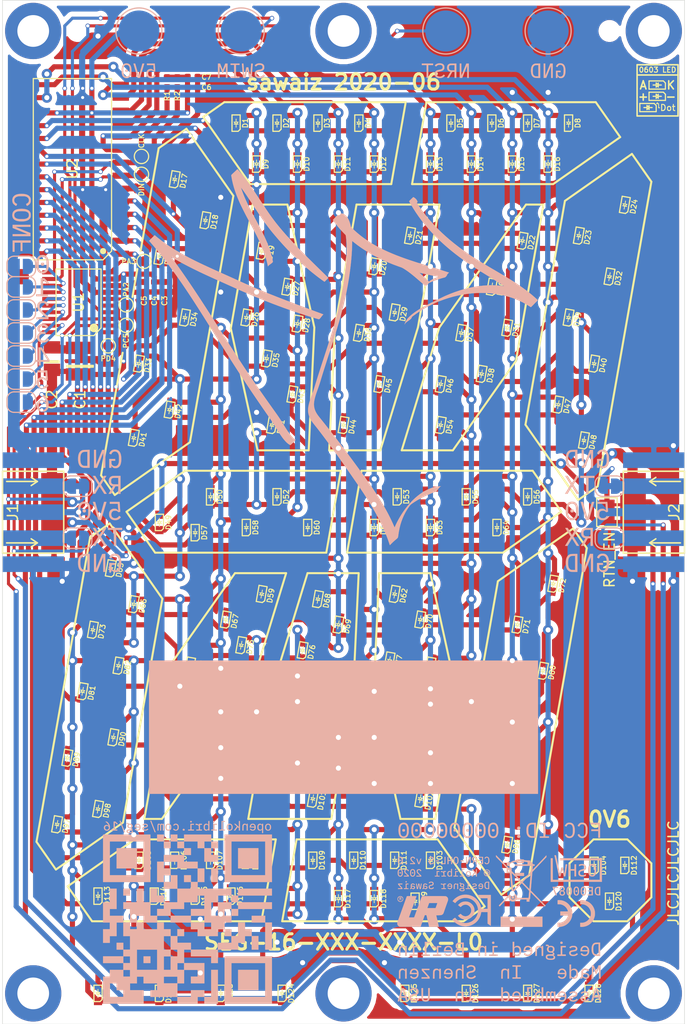
<source format=kicad_pcb>
(kicad_pcb (version 20171130) (host pcbnew "(5.1.9)-1")
  (title_block (title "Sixteen Segment Display") (date 2020-06-04) (rev 0V5) (company Kolibri) (comment 1 sawaiz))
  (layers (0 F.Cu signal) (31 B.Cu signal hide) (34 B.Paste user hide) (35 F.Paste user) (36 B.SilkS user hide) (37 F.SilkS user) (38 B.Mask user hide) (39 F.Mask user) (44 Edge.Cuts user))
  (net 0 "")
  (net 1 GND)
  (net 2 +5V)
  (net 3 /SEG1)
  (net 4 /GRID-01)
  (net 5 /SEG2)
  (net 6 /SEG3)
  (net 7 /SEG4)
  (net 8 /SEG5)
  (net 9 /SEG6)
  (net 10 /SEG7)
  (net 11 /SEG8)
  (net 12 /GRID-02)
  (net 13 /GRID-03)
  (net 14 /GRID-04)
  (net 15 /GRID-05)
  (net 16 /GRID-06)
  (net 17 /GRID-07)
  (net 18 /GRID-08)
  (net 19 /GRID-09)
  (net 20 /GRID-10)
  (net 21 /GRID-11)
  (net 22 /GRID-12)
  (net 23 /GRID-13)
  (net 24 /GRID-14)
  (net 25 /GRID-15)
  (net 26 /GRID-16)
  (net 27 TM1610-CLK)
  (net 28 TM1610-DIN)
  (net 29 NRST)
  (net 30 SWIM)
  (net 31 DATA_OUT)
  (net 32 DATA_IN)
  (net 33 "Net-(J1-Pad2)")
  (net 34 "Net-(J3-Pad4)")
  (net 35 "Net-(J3-Pad2)")
  (net 36 "Net-(J4-Pad4)")
  (net 37 "Net-(J4-Pad2)")
  (net 38 CONF-0)
  (net 39 CONF-1)
  (net 40 CONF-2)
  (net 41 CONF-3)
  (net 42 CONF-4)
  (net 43 CONF-5)
  (net 44 CONF-6)
  (net 45 "Net-(TP5-Pad1)")
  (net 46 "Net-(TP6-Pad1)")
  (net 47 "Net-(TP7-Pad1)")
  (net 48 "Net-(TP8-Pad1)")
  (net 49 "Net-(C5-Pad1)")
  (module markings:OSHW (layer B.Cu) (at 22.7566 35.6758 180)
    (fp_text reference MK9 hide)
    (fp_text value LOGO hide)
  )
  (module KT-0603R:KT-0603R (layer F.Cu) (at 24 47 90)
    (fp_text reference D128 (at 0 0.9 90) (layer F.SilkS) (effects (font (size 0.5 0.5) (thickness 0.1))))
    (fp_text value KT-0603R hide)
    (pad 1 smd rect (at -0.75 0) (size 0.8 0.8) (layers F.Cu F.Paste F.Mask) (net 26 /GRID-16))
    (pad 2 smd rect (at 0.75 0) (size 0.8 0.8) (layers F.Cu F.Paste F.Mask) (net 11 /SEG8))
  )
  (module KT-0603R:KT-0603R (layer F.Cu) (at 18 47 90)
    (fp_text reference D127 (at 0 0.9 90) (layer F.SilkS) (effects (font (size 0.5 0.5) (thickness 0.1))))
    (fp_text value KT-0603R hide)
    (pad 1 smd rect (at -0.75 0) (size 0.8 0.8) (layers F.Cu F.Paste F.Mask) (net 26 /GRID-16))
    (pad 2 smd rect (at 0.75 0) (size 0.8 0.8) (layers F.Cu F.Paste F.Mask) (net 10 /SEG7))
  )
  (module KT-0603R:KT-0603R (layer F.Cu) (at 12 47 90)
    (fp_text reference D126 (at 0 0.9 90) (layer F.SilkS) (effects (font (size 0.5 0.5) (thickness 0.1))))
    (fp_text value KT-0603R hide)
    (pad 1 smd rect (at -0.75 0) (size 0.8 0.8) (layers F.Cu F.Paste F.Mask) (net 26 /GRID-16))
    (pad 2 smd rect (at 0.75 0) (size 0.8 0.8) (layers F.Cu F.Paste F.Mask) (net 9 /SEG6))
  )
  (module KT-0603R:KT-0603R (layer F.Cu) (at 6 47 90)
    (fp_text reference D125 (at 0 0.9 90) (layer F.SilkS) (effects (font (size 0.5 0.5) (thickness 0.1))))
    (fp_text value KT-0603R hide)
    (pad 1 smd rect (at -0.75 0) (size 0.8 0.8) (layers F.Cu F.Paste F.Mask) (net 26 /GRID-16))
    (pad 2 smd rect (at 0.75 0) (size 0.8 0.8) (layers F.Cu F.Paste F.Mask) (net 8 /SEG5))
  )
  (module KT-0603R:KT-0603R (layer F.Cu) (at -6 47 90)
    (fp_text reference D124 (at 0 0.9 90) (layer F.SilkS) (effects (font (size 0.5 0.5) (thickness 0.1))))
    (fp_text value KT-0603R hide)
    (pad 1 smd rect (at -0.75 0) (size 0.8 0.8) (layers F.Cu F.Paste F.Mask) (net 26 /GRID-16))
    (pad 2 smd rect (at 0.75 0) (size 0.8 0.8) (layers F.Cu F.Paste F.Mask) (net 7 /SEG4))
  )
  (module KT-0603R:KT-0603R (layer F.Cu) (at -12 47 90)
    (fp_text reference D123 (at 0 0.9 90) (layer F.SilkS) (effects (font (size 0.5 0.5) (thickness 0.1))))
    (fp_text value KT-0603R hide)
    (pad 1 smd rect (at -0.75 0) (size 0.8 0.8) (layers F.Cu F.Paste F.Mask) (net 26 /GRID-16))
    (pad 2 smd rect (at 0.75 0) (size 0.8 0.8) (layers F.Cu F.Paste F.Mask) (net 6 /SEG3))
  )
  (module KT-0603R:KT-0603R (layer F.Cu) (at -18 47 90)
    (fp_text reference D122 (at 0 0.9 90) (layer F.SilkS) (effects (font (size 0.5 0.5) (thickness 0.1))))
    (fp_text value KT-0603R hide)
    (pad 1 smd rect (at -0.75 0) (size 0.8 0.8) (layers F.Cu F.Paste F.Mask) (net 26 /GRID-16))
    (pad 2 smd rect (at 0.75 0) (size 0.8 0.8) (layers F.Cu F.Paste F.Mask) (net 5 /SEG2))
  )
  (module KT-0603R:KT-0603R (layer F.Cu) (at -24 47 90)
    (fp_text reference D121 (at 0 0.9 90) (layer F.SilkS) (effects (font (size 0.5 0.5) (thickness 0.1))))
    (fp_text value KT-0603R hide)
    (pad 1 smd rect (at -0.75 0) (size 0.8 0.8) (layers F.Cu F.Paste F.Mask) (net 26 /GRID-16))
    (pad 2 smd rect (at 0.75 0) (size 0.8 0.8) (layers F.Cu F.Paste F.Mask) (net 3 /SEG1))
  )
  (module KT-0603R:KT-0603R (layer F.Cu) (at 26 38 90)
    (fp_text reference D120 (at 0 0.9 90) (layer F.SilkS) (effects (font (size 0.5 0.5) (thickness 0.1))))
    (fp_text value KT-0603R hide)
    (pad 1 smd rect (at -0.75 0) (size 0.8 0.8) (layers F.Cu F.Paste F.Mask) (net 25 /GRID-15))
    (pad 2 smd rect (at 0.75 0) (size 0.8 0.8) (layers F.Cu F.Paste F.Mask) (net 11 /SEG8))
  )
  (module KT-0603R:KT-0603R (layer F.Cu) (at 7 38 90)
    (fp_text reference D119 (at 0 0.9 90) (layer F.SilkS) (effects (font (size 0.5 0.5) (thickness 0.1))))
    (fp_text value KT-0603R hide)
    (pad 1 smd rect (at -0.75 0) (size 0.8 0.8) (layers F.Cu F.Paste F.Mask) (net 25 /GRID-15))
    (pad 2 smd rect (at 0.75 0) (size 0.8 0.8) (layers F.Cu F.Paste F.Mask) (net 10 /SEG7))
  )
  (module KT-0603R:KT-0603R (layer F.Cu) (at 3 37.75 90)
    (fp_text reference D118 (at 0 0.9 90) (layer F.SilkS) (effects (font (size 0.5 0.5) (thickness 0.1))))
    (fp_text value KT-0603R hide)
    (pad 1 smd rect (at -0.75 0) (size 0.8 0.8) (layers F.Cu F.Paste F.Mask) (net 25 /GRID-15))
    (pad 2 smd rect (at 0.75 0) (size 0.8 0.8) (layers F.Cu F.Paste F.Mask) (net 9 /SEG6))
  )
  (module KT-0603R:KT-0603R (layer F.Cu) (at -0.5 37.75 90)
    (fp_text reference D117 (at 0 0.9 90) (layer F.SilkS) (effects (font (size 0.5 0.5) (thickness 0.1))))
    (fp_text value KT-0603R hide)
    (pad 1 smd rect (at -0.75 0) (size 0.8 0.8) (layers F.Cu F.Paste F.Mask) (net 25 /GRID-15))
    (pad 2 smd rect (at 0.75 0) (size 0.8 0.8) (layers F.Cu F.Paste F.Mask) (net 8 /SEG5))
  )
  (module KT-0603R:KT-0603R (layer F.Cu) (at -11 37.5 90)
    (fp_text reference D116 (at 0 0.9 90) (layer F.SilkS) (effects (font (size 0.5 0.5) (thickness 0.1))))
    (fp_text value KT-0603R hide)
    (pad 1 smd rect (at -0.75 0) (size 0.8 0.8) (layers F.Cu F.Paste F.Mask) (net 25 /GRID-15))
    (pad 2 smd rect (at 0.75 0) (size 0.8 0.8) (layers F.Cu F.Paste F.Mask) (net 7 /SEG4))
  )
  (module KT-0603R:KT-0603R (layer F.Cu) (at -14.5 37.5 90)
    (fp_text reference D115 (at 0 0.9 90) (layer F.SilkS) (effects (font (size 0.5 0.5) (thickness 0.1))))
    (fp_text value KT-0603R hide)
    (pad 1 smd rect (at -0.75 0) (size 0.8 0.8) (layers F.Cu F.Paste F.Mask) (net 25 /GRID-15))
    (pad 2 smd rect (at 0.75 0) (size 0.8 0.8) (layers F.Cu F.Paste F.Mask) (net 6 /SEG3))
  )
  (module KT-0603R:KT-0603R (layer F.Cu) (at -18.5 37.5 90)
    (fp_text reference D114 (at 0 0.9 90) (layer F.SilkS) (effects (font (size 0.5 0.5) (thickness 0.1))))
    (fp_text value KT-0603R hide)
    (pad 1 smd rect (at -0.75 0) (size 0.8 0.8) (layers F.Cu F.Paste F.Mask) (net 25 /GRID-15))
    (pad 2 smd rect (at 0.75 0) (size 0.8 0.8) (layers F.Cu F.Paste F.Mask) (net 5 /SEG2))
  )
  (module KT-0603R:KT-0603R (layer F.Cu) (at -24 37.5 90)
    (fp_text reference D113 (at 0 0.9 90) (layer F.SilkS) (effects (font (size 0.5 0.5) (thickness 0.1))))
    (fp_text value KT-0603R hide)
    (pad 1 smd rect (at -0.75 0) (size 0.8 0.8) (layers F.Cu F.Paste F.Mask) (net 25 /GRID-15))
    (pad 2 smd rect (at 0.75 0) (size 0.8 0.8) (layers F.Cu F.Paste F.Mask) (net 3 /SEG1))
  )
  (module KT-0603R:KT-0603R (layer F.Cu) (at 27.5 34.5 90)
    (fp_text reference D112 (at 0 0.9 90) (layer F.SilkS) (effects (font (size 0.5 0.5) (thickness 0.1))))
    (fp_text value KT-0603R hide)
    (pad 1 smd rect (at -0.75 0) (size 0.8 0.8) (layers F.Cu F.Paste F.Mask) (net 24 /GRID-14))
    (pad 2 smd rect (at 0.75 0) (size 0.8 0.8) (layers F.Cu F.Paste F.Mask) (net 11 /SEG8))
  )
  (module KT-0603R:KT-0603R (layer F.Cu) (at 5 34 90)
    (fp_text reference D111 (at 0 0.9 90) (layer F.SilkS) (effects (font (size 0.5 0.5) (thickness 0.1))))
    (fp_text value KT-0603R hide)
    (pad 1 smd rect (at -0.75 0) (size 0.8 0.8) (layers F.Cu F.Paste F.Mask) (net 24 /GRID-14))
    (pad 2 smd rect (at 0.75 0) (size 0.8 0.8) (layers F.Cu F.Paste F.Mask) (net 10 /SEG7))
  )
  (module KT-0603R:KT-0603R (layer F.Cu) (at 1 34 90)
    (fp_text reference D110 (at 0 0.9 90) (layer F.SilkS) (effects (font (size 0.5 0.5) (thickness 0.1))))
    (fp_text value KT-0603R hide)
    (pad 1 smd rect (at -0.75 0) (size 0.8 0.8) (layers F.Cu F.Paste F.Mask) (net 24 /GRID-14))
    (pad 2 smd rect (at 0.75 0) (size 0.8 0.8) (layers F.Cu F.Paste F.Mask) (net 9 /SEG6))
  )
  (module KT-0603R:KT-0603R (layer F.Cu) (at -3 34 90)
    (fp_text reference D109 (at 0 0.9 90) (layer F.SilkS) (effects (font (size 0.5 0.5) (thickness 0.1))))
    (fp_text value KT-0603R hide)
    (pad 1 smd rect (at -0.75 0) (size 0.8 0.8) (layers F.Cu F.Paste F.Mask) (net 24 /GRID-14))
    (pad 2 smd rect (at 0.75 0) (size 0.8 0.8) (layers F.Cu F.Paste F.Mask) (net 8 /SEG5))
  )
  (module KT-0603R:KT-0603R (layer F.Cu) (at -9.5 34 90)
    (fp_text reference D108 (at 0 0.9 90) (layer F.SilkS) (effects (font (size 0.5 0.5) (thickness 0.1))))
    (fp_text value KT-0603R hide)
    (pad 1 smd rect (at -0.75 0) (size 0.8 0.8) (layers F.Cu F.Paste F.Mask) (net 24 /GRID-14))
    (pad 2 smd rect (at 0.75 0) (size 0.8 0.8) (layers F.Cu F.Paste F.Mask) (net 7 /SEG4))
  )
  (module KT-0603R:KT-0603R (layer F.Cu) (at -13 34 90)
    (fp_text reference D107 (at 0 0.9 90) (layer F.SilkS) (effects (font (size 0.5 0.5) (thickness 0.1))))
    (fp_text value KT-0603R hide)
    (pad 1 smd rect (at -0.75 0) (size 0.8 0.8) (layers F.Cu F.Paste F.Mask) (net 24 /GRID-14))
    (pad 2 smd rect (at 0.75 0) (size 0.8 0.8) (layers F.Cu F.Paste F.Mask) (net 6 /SEG3))
  )
  (module KT-0603R:KT-0603R (layer F.Cu) (at -16.5 34 90)
    (fp_text reference D106 (at 0 0.9 90) (layer F.SilkS) (effects (font (size 0.5 0.5) (thickness 0.1))))
    (fp_text value KT-0603R hide)
    (pad 1 smd rect (at -0.75 0) (size 0.8 0.8) (layers F.Cu F.Paste F.Mask) (net 24 /GRID-14))
    (pad 2 smd rect (at 0.75 0) (size 0.8 0.8) (layers F.Cu F.Paste F.Mask) (net 5 /SEG2))
  )
  (module KT-0603R:KT-0603R (layer F.Cu) (at -20 34 90)
    (fp_text reference D105 (at 0 0.9 90) (layer F.SilkS) (effects (font (size 0.5 0.5) (thickness 0.1))))
    (fp_text value KT-0603R hide)
    (pad 1 smd rect (at -0.75 0) (size 0.8 0.8) (layers F.Cu F.Paste F.Mask) (net 24 /GRID-14))
    (pad 2 smd rect (at 0.75 0) (size 0.8 0.8) (layers F.Cu F.Paste F.Mask) (net 3 /SEG1))
  )
  (module KT-0603R:KT-0603R (layer F.Cu) (at 24.5 34.5 90)
    (fp_text reference D104 (at 0 0.9 90) (layer F.SilkS) (effects (font (size 0.5 0.5) (thickness 0.1))))
    (fp_text value KT-0603R hide)
    (pad 1 smd rect (at -0.75 0) (size 0.8 0.8) (layers F.Cu F.Paste F.Mask) (net 23 /GRID-13))
    (pad 2 smd rect (at 0.75 0) (size 0.8 0.8) (layers F.Cu F.Paste F.Mask) (net 11 /SEG8))
  )
  (module KT-0603R:KT-0603R (layer F.Cu) (at 8.5 34 90)
    (fp_text reference D103 (at 0 0.9 90) (layer F.SilkS) (effects (font (size 0.5 0.5) (thickness 0.1))))
    (fp_text value KT-0603R hide)
    (pad 1 smd rect (at -0.75 0) (size 0.8 0.8) (layers F.Cu F.Paste F.Mask) (net 23 /GRID-13))
    (pad 2 smd rect (at 0.75 0) (size 0.8 0.8) (layers F.Cu F.Paste F.Mask) (net 10 /SEG7))
  )
  (module KT-0603R:KT-0603R (layer F.Cu) (at 7.5 28 80)
    (fp_text reference D102 (at 0 0.9 80) (layer F.SilkS) (effects (font (size 0.5 0.5) (thickness 0.1))))
    (fp_text value KT-0603R hide)
    (pad 1 smd rect (at -0.75 0 350) (size 0.8 0.8) (layers F.Cu F.Paste F.Mask) (net 23 /GRID-13))
    (pad 2 smd rect (at 0.75 0 350) (size 0.8 0.8) (layers F.Cu F.Paste F.Mask) (net 9 /SEG6))
  )
  (module KT-0603R:KT-0603R (layer F.Cu) (at -3 28 80)
    (fp_text reference D101 (at 0 0.9 80) (layer F.SilkS) (effects (font (size 0.5 0.5) (thickness 0.1))))
    (fp_text value KT-0603R hide)
    (pad 1 smd rect (at -0.75 0 350) (size 0.8 0.8) (layers F.Cu F.Paste F.Mask) (net 23 /GRID-13))
    (pad 2 smd rect (at 0.75 0 350) (size 0.8 0.8) (layers F.Cu F.Paste F.Mask) (net 8 /SEG5))
  )
  (module KT-0603R:KT-0603R (layer F.Cu) (at -6 25 80)
    (fp_text reference D100 (at 0 0.9 80) (layer F.SilkS) (effects (font (size 0.5 0.5) (thickness 0.1))))
    (fp_text value KT-0603R hide)
    (pad 1 smd rect (at -0.75 0 350) (size 0.8 0.8) (layers F.Cu F.Paste F.Mask) (net 23 /GRID-13))
    (pad 2 smd rect (at 0.75 0 350) (size 0.8 0.8) (layers F.Cu F.Paste F.Mask) (net 7 /SEG4))
  )
  (module KT-0603R:KT-0603R (layer F.Cu) (at -17.5 26.5 80)
    (fp_text reference D99 (at 0 0.9 80) (layer F.SilkS) (effects (font (size 0.5 0.5) (thickness 0.1))))
    (fp_text value KT-0603R hide)
    (pad 1 smd rect (at -0.75 0 350) (size 0.8 0.8) (layers F.Cu F.Paste F.Mask) (net 23 /GRID-13))
    (pad 2 smd rect (at 0.75 0 350) (size 0.8 0.8) (layers F.Cu F.Paste F.Mask) (net 6 /SEG3))
  )
  (module KT-0603R:KT-0603R (layer F.Cu) (at -24 29 80)
    (fp_text reference D98 (at 0 0.9 80) (layer F.SilkS) (effects (font (size 0.5 0.5) (thickness 0.1))))
    (fp_text value KT-0603R hide)
    (pad 1 smd rect (at -0.75 0 350) (size 0.8 0.8) (layers F.Cu F.Paste F.Mask) (net 23 /GRID-13))
    (pad 2 smd rect (at 0.75 0 350) (size 0.8 0.8) (layers F.Cu F.Paste F.Mask) (net 5 /SEG2))
  )
  (module KT-0603R:KT-0603R (layer F.Cu) (at -28 30.5 80)
    (fp_text reference D97 (at 0 0.9 80) (layer F.SilkS) (effects (font (size 0.5 0.5) (thickness 0.1))))
    (fp_text value KT-0603R hide)
    (pad 1 smd rect (at -0.75 0 350) (size 0.8 0.8) (layers F.Cu F.Paste F.Mask) (net 23 /GRID-13))
    (pad 2 smd rect (at 0.75 0 350) (size 0.8 0.8) (layers F.Cu F.Paste F.Mask) (net 3 /SEG1))
  )
  (module KT-0603R:KT-0603R (layer F.Cu) (at 16 32.5 80)
    (fp_text reference D96 (at 0 0.9 80) (layer F.SilkS) (effects (font (size 0.5 0.5) (thickness 0.1))))
    (fp_text value KT-0603R hide)
    (pad 1 smd rect (at -0.75 0 350) (size 0.8 0.8) (layers F.Cu F.Paste F.Mask) (net 22 /GRID-12))
    (pad 2 smd rect (at 0.75 0 350) (size 0.8 0.8) (layers F.Cu F.Paste F.Mask) (net 11 /SEG8))
  )
  (module KT-0603R:KT-0603R (layer F.Cu) (at 14 26.5 80)
    (fp_text reference D95 (at 0 0.9 80) (layer F.SilkS) (effects (font (size 0.5 0.5) (thickness 0.1))))
    (fp_text value KT-0603R hide)
    (pad 1 smd rect (at -0.75 0 350) (size 0.8 0.8) (layers F.Cu F.Paste F.Mask) (net 22 /GRID-12))
    (pad 2 smd rect (at 0.75 0 350) (size 0.8 0.8) (layers F.Cu F.Paste F.Mask) (net 10 /SEG7))
  )
  (module KT-0603R:KT-0603R (layer F.Cu) (at 7 24 80)
    (fp_text reference D94 (at 0 0.9 80) (layer F.SilkS) (effects (font (size 0.5 0.5) (thickness 0.1))))
    (fp_text value KT-0603R hide)
    (pad 1 smd rect (at -0.75 0 350) (size 0.8 0.8) (layers F.Cu F.Paste F.Mask) (net 22 /GRID-12))
    (pad 2 smd rect (at 0.75 0 350) (size 0.8 0.8) (layers F.Cu F.Paste F.Mask) (net 9 /SEG6))
  )
  (module KT-0603R:KT-0603R (layer F.Cu) (at -2 23 80)
    (fp_text reference D93 (at 0 0.9 80) (layer F.SilkS) (effects (font (size 0.5 0.5) (thickness 0.1))))
    (fp_text value KT-0603R hide)
    (pad 1 smd rect (at -0.75 0 350) (size 0.8 0.8) (layers F.Cu F.Paste F.Mask) (net 22 /GRID-12))
    (pad 2 smd rect (at 0.75 0 350) (size 0.8 0.8) (layers F.Cu F.Paste F.Mask) (net 8 /SEG5))
  )
  (module KT-0603R:KT-0603R (layer F.Cu) (at -5.5 19.5 80)
    (fp_text reference D92 (at 0 0.9 80) (layer F.SilkS) (effects (font (size 0.5 0.5) (thickness 0.1))))
    (fp_text value KT-0603R hide)
    (pad 1 smd rect (at -0.75 0 350) (size 0.8 0.8) (layers F.Cu F.Paste F.Mask) (net 22 /GRID-12))
    (pad 2 smd rect (at 0.75 0 350) (size 0.8 0.8) (layers F.Cu F.Paste F.Mask) (net 7 /SEG4))
  )
  (module KT-0603R:KT-0603R (layer F.Cu) (at -16.5 22 80)
    (fp_text reference D91 (at 0 0.9 80) (layer F.SilkS) (effects (font (size 0.5 0.5) (thickness 0.1))))
    (fp_text value KT-0603R hide)
    (pad 1 smd rect (at -0.75 0 350) (size 0.8 0.8) (layers F.Cu F.Paste F.Mask) (net 22 /GRID-12))
    (pad 2 smd rect (at 0.75 0 350) (size 0.8 0.8) (layers F.Cu F.Paste F.Mask) (net 6 /SEG3))
  )
  (module KT-0603R:KT-0603R (layer F.Cu) (at -22.5 22 80)
    (fp_text reference D90 (at 0 0.9 80) (layer F.SilkS) (effects (font (size 0.5 0.5) (thickness 0.1))))
    (fp_text value KT-0603R hide)
    (pad 1 smd rect (at -0.75 0 350) (size 0.8 0.8) (layers F.Cu F.Paste F.Mask) (net 22 /GRID-12))
    (pad 2 smd rect (at 0.75 0 350) (size 0.8 0.8) (layers F.Cu F.Paste F.Mask) (net 5 /SEG2))
  )
  (module KT-0603R:KT-0603R (layer F.Cu) (at -27 24 80)
    (fp_text reference D89 (at 0 0.9 80) (layer F.SilkS) (effects (font (size 0.5 0.5) (thickness 0.1))))
    (fp_text value KT-0603R hide)
    (pad 1 smd rect (at -0.75 0 350) (size 0.8 0.8) (layers F.Cu F.Paste F.Mask) (net 22 /GRID-12))
    (pad 2 smd rect (at 0.75 0 350) (size 0.8 0.8) (layers F.Cu F.Paste F.Mask) (net 3 /SEG1))
  )
  (module KT-0603R:KT-0603R (layer F.Cu) (at 17.5 23 80)
    (fp_text reference D88 (at 0 0.9 80) (layer F.SilkS) (effects (font (size 0.5 0.5) (thickness 0.1))))
    (fp_text value KT-0603R hide)
    (pad 1 smd rect (at -0.75 0 350) (size 0.8 0.8) (layers F.Cu F.Paste F.Mask) (net 21 /GRID-11))
    (pad 2 smd rect (at 0.75 0 350) (size 0.8 0.8) (layers F.Cu F.Paste F.Mask) (net 11 /SEG8))
  )
  (module KT-0603R:KT-0603R (layer F.Cu) (at 9 21 80)
    (fp_text reference D87 (at 0 0.9 80) (layer F.SilkS) (effects (font (size 0.5 0.5) (thickness 0.1))))
    (fp_text value KT-0603R hide)
    (pad 1 smd rect (at -0.75 0 350) (size 0.8 0.8) (layers F.Cu F.Paste F.Mask) (net 21 /GRID-11))
    (pad 2 smd rect (at 0.75 0 350) (size 0.8 0.8) (layers F.Cu F.Paste F.Mask) (net 10 /SEG7))
  )
  (module KT-0603R:KT-0603R (layer F.Cu) (at 5 20.5 80)
    (fp_text reference D86 (at 0 0.9 80) (layer F.SilkS) (effects (font (size 0.5 0.5) (thickness 0.1))))
    (fp_text value KT-0603R hide)
    (pad 1 smd rect (at -0.75 0 350) (size 0.8 0.8) (layers F.Cu F.Paste F.Mask) (net 21 /GRID-11))
    (pad 2 smd rect (at 0.75 0 350) (size 0.8 0.8) (layers F.Cu F.Paste F.Mask) (net 9 /SEG6))
  )
  (module KT-0603R:KT-0603R (layer F.Cu) (at -1.25 17.75 80)
    (fp_text reference D85 (at 0 0.9 80) (layer F.SilkS) (effects (font (size 0.5 0.5) (thickness 0.1))))
    (fp_text value KT-0603R hide)
    (pad 1 smd rect (at -0.75 0 350) (size 0.8 0.8) (layers F.Cu F.Paste F.Mask) (net 21 /GRID-11))
    (pad 2 smd rect (at 0.75 0 350) (size 0.8 0.8) (layers F.Cu F.Paste F.Mask) (net 8 /SEG5))
  )
  (module KT-0603R:KT-0603R (layer F.Cu) (at -10.75 17.25 80)
    (fp_text reference D84 (at 0 0.9 80) (layer F.SilkS) (effects (font (size 0.5 0.5) (thickness 0.1))))
    (fp_text value KT-0603R hide)
    (pad 1 smd rect (at -0.75 0 350) (size 0.8 0.8) (layers F.Cu F.Paste F.Mask) (net 21 /GRID-11))
    (pad 2 smd rect (at 0.75 0 350) (size 0.8 0.8) (layers F.Cu F.Paste F.Mask) (net 7 /SEG4))
  )
  (module KT-0603R:KT-0603R (layer F.Cu) (at -13.5 20 80)
    (fp_text reference D83 (at 0 0.9 80) (layer F.SilkS) (effects (font (size 0.5 0.5) (thickness 0.1))))
    (fp_text value KT-0603R hide)
    (pad 1 smd rect (at -0.75 0 350) (size 0.8 0.8) (layers F.Cu F.Paste F.Mask) (net 21 /GRID-11))
    (pad 2 smd rect (at 0.75 0 350) (size 0.8 0.8) (layers F.Cu F.Paste F.Mask) (net 6 /SEG3))
  )
  (module KT-0603R:KT-0603R (layer F.Cu) (at -22 15 80)
    (fp_text reference D82 (at 0 0.9 80) (layer F.SilkS) (effects (font (size 0.5 0.5) (thickness 0.1))))
    (fp_text value KT-0603R hide)
    (pad 1 smd rect (at -0.75 0 350) (size 0.8 0.8) (layers F.Cu F.Paste F.Mask) (net 21 /GRID-11))
    (pad 2 smd rect (at 0.75 0 350) (size 0.8 0.8) (layers F.Cu F.Paste F.Mask) (net 5 /SEG2))
  )
  (module KT-0603R:KT-0603R (layer F.Cu) (at -25.5 17.5 80)
    (fp_text reference D81 (at 0 0.9 80) (layer F.SilkS) (effects (font (size 0.5 0.5) (thickness 0.1))))
    (fp_text value KT-0603R hide)
    (pad 1 smd rect (at -0.75 0 350) (size 0.8 0.8) (layers F.Cu F.Paste F.Mask) (net 21 /GRID-11))
    (pad 2 smd rect (at 0.75 0 350) (size 0.8 0.8) (layers F.Cu F.Paste F.Mask) (net 3 /SEG1))
  )
  (module KT-0603R:KT-0603R (layer F.Cu) (at 19.5 15.5 80)
    (fp_text reference D80 (at 0 0.9 80) (layer F.SilkS) (effects (font (size 0.5 0.5) (thickness 0.1))))
    (fp_text value KT-0603R hide)
    (pad 1 smd rect (at -0.75 0 350) (size 0.8 0.8) (layers F.Cu F.Paste F.Mask) (net 20 /GRID-10))
    (pad 2 smd rect (at 0.75 0 350) (size 0.8 0.8) (layers F.Cu F.Paste F.Mask) (net 11 /SEG8))
  )
  (module KT-0603R:KT-0603R (layer F.Cu) (at 15.5 18 80)
    (fp_text reference D79 (at 0 0.9 80) (layer F.SilkS) (effects (font (size 0.5 0.5) (thickness 0.1))))
    (fp_text value KT-0603R hide)
    (pad 1 smd rect (at -0.75 0 350) (size 0.8 0.8) (layers F.Cu F.Paste F.Mask) (net 20 /GRID-10))
    (pad 2 smd rect (at 0.75 0 350) (size 0.8 0.8) (layers F.Cu F.Paste F.Mask) (net 10 /SEG7))
  )
  (module KT-0603R:KT-0603R (layer F.Cu) (at 8.5 15 80)
    (fp_text reference D78 (at 0 0.9 80) (layer F.SilkS) (effects (font (size 0.5 0.5) (thickness 0.1))))
    (fp_text value KT-0603R hide)
    (pad 1 smd rect (at -0.75 0 350) (size 0.8 0.8) (layers F.Cu F.Paste F.Mask) (net 20 /GRID-10))
    (pad 2 smd rect (at 0.75 0 350) (size 0.8 0.8) (layers F.Cu F.Paste F.Mask) (net 9 /SEG6))
  )
  (module KT-0603R:KT-0603R (layer F.Cu) (at 4.5 14.5 80)
    (fp_text reference D77 (at 0 0.9 80) (layer F.SilkS) (effects (font (size 0.5 0.5) (thickness 0.1))))
    (fp_text value KT-0603R hide)
    (pad 1 smd rect (at -0.75 0 350) (size 0.8 0.8) (layers F.Cu F.Paste F.Mask) (net 20 /GRID-10))
    (pad 2 smd rect (at 0.75 0 350) (size 0.8 0.8) (layers F.Cu F.Paste F.Mask) (net 8 /SEG5))
  )
  (module KT-0603R:KT-0603R (layer F.Cu) (at -4 13.5 80)
    (fp_text reference D76 (at 0 0.9 80) (layer F.SilkS) (effects (font (size 0.5 0.5) (thickness 0.1))))
    (fp_text value KT-0603R hide)
    (pad 1 smd rect (at -0.75 0 350) (size 0.8 0.8) (layers F.Cu F.Paste F.Mask) (net 20 /GRID-10))
    (pad 2 smd rect (at 0.75 0 350) (size 0.8 0.8) (layers F.Cu F.Paste F.Mask) (net 7 /SEG4))
  )
  (module KT-0603R:KT-0603R (layer F.Cu) (at -10 13 80)
    (fp_text reference D75 (at 0 0.9 80) (layer F.SilkS) (effects (font (size 0.5 0.5) (thickness 0.1))))
    (fp_text value KT-0603R hide)
    (pad 1 smd rect (at -0.75 0 350) (size 0.8 0.8) (layers F.Cu F.Paste F.Mask) (net 20 /GRID-10))
    (pad 2 smd rect (at 0.75 0 350) (size 0.8 0.8) (layers F.Cu F.Paste F.Mask) (net 6 /SEG3))
  )
  (module KT-0603R:KT-0603R (layer F.Cu) (at -15 15 80)
    (fp_text reference D74 (at 0 0.9 80) (layer F.SilkS) (effects (font (size 0.5 0.5) (thickness 0.1))))
    (fp_text value KT-0603R hide)
    (pad 1 smd rect (at -0.75 0 350) (size 0.8 0.8) (layers F.Cu F.Paste F.Mask) (net 20 /GRID-10))
    (pad 2 smd rect (at 0.75 0 350) (size 0.8 0.8) (layers F.Cu F.Paste F.Mask) (net 5 /SEG2))
  )
  (module KT-0603R:KT-0603R (layer F.Cu) (at -24.5 11.5 80)
    (fp_text reference D73 (at 0 0.9 80) (layer F.SilkS) (effects (font (size 0.5 0.5) (thickness 0.1))))
    (fp_text value KT-0603R hide)
    (pad 1 smd rect (at -0.75 0 350) (size 0.8 0.8) (layers F.Cu F.Paste F.Mask) (net 20 /GRID-10))
    (pad 2 smd rect (at 0.75 0 350) (size 0.8 0.8) (layers F.Cu F.Paste F.Mask) (net 3 /SEG1))
  )
  (module KT-0603R:KT-0603R (layer F.Cu) (at 20.5 7 80)
    (fp_text reference D72 (at 0 0.9 80) (layer F.SilkS) (effects (font (size 0.5 0.5) (thickness 0.1))))
    (fp_text value KT-0603R hide)
    (pad 1 smd rect (at -0.75 0 350) (size 0.8 0.8) (layers F.Cu F.Paste F.Mask) (net 19 /GRID-09))
    (pad 2 smd rect (at 0.75 0 350) (size 0.8 0.8) (layers F.Cu F.Paste F.Mask) (net 11 /SEG8))
  )
  (module KT-0603R:KT-0603R (layer F.Cu) (at 17 11 80)
    (fp_text reference D71 (at 0 0.9 80) (layer F.SilkS) (effects (font (size 0.5 0.5) (thickness 0.1))))
    (fp_text value KT-0603R hide)
    (pad 1 smd rect (at -0.75 0 350) (size 0.8 0.8) (layers F.Cu F.Paste F.Mask) (net 19 /GRID-09))
    (pad 2 smd rect (at 0.75 0 350) (size 0.8 0.8) (layers F.Cu F.Paste F.Mask) (net 10 /SEG7))
  )
  (module KT-0603R:KT-0603R (layer F.Cu) (at 7.5 10.5 80)
    (fp_text reference D70 (at 0 0.9 80) (layer F.SilkS) (effects (font (size 0.5 0.5) (thickness 0.1))))
    (fp_text value KT-0603R hide)
    (pad 1 smd rect (at -0.75 0 350) (size 0.8 0.8) (layers F.Cu F.Paste F.Mask) (net 19 /GRID-09))
    (pad 2 smd rect (at 0.75 0 350) (size 0.8 0.8) (layers F.Cu F.Paste F.Mask) (net 9 /SEG6))
  )
  (module KT-0603R:KT-0603R (layer F.Cu) (at -0.5 11 80)
    (fp_text reference D69 (at 0 0.9 80) (layer F.SilkS) (effects (font (size 0.5 0.5) (thickness 0.1))))
    (fp_text value KT-0603R hide)
    (pad 1 smd rect (at -0.75 0 350) (size 0.8 0.8) (layers F.Cu F.Paste F.Mask) (net 19 /GRID-09))
    (pad 2 smd rect (at 0.75 0 350) (size 0.8 0.8) (layers F.Cu F.Paste F.Mask) (net 8 /SEG5))
  )
  (module KT-0603R:KT-0603R (layer F.Cu) (at -2.5 8.5 80)
    (fp_text reference D68 (at 0 0.9 80) (layer F.SilkS) (effects (font (size 0.5 0.5) (thickness 0.1))))
    (fp_text value KT-0603R hide)
    (pad 1 smd rect (at -0.75 0 350) (size 0.8 0.8) (layers F.Cu F.Paste F.Mask) (net 19 /GRID-09))
    (pad 2 smd rect (at 0.75 0 350) (size 0.8 0.8) (layers F.Cu F.Paste F.Mask) (net 7 /SEG4))
  )
  (module KT-0603R:KT-0603R (layer F.Cu) (at -11.5 10.5 80)
    (fp_text reference D67 (at 0 0.9 80) (layer F.SilkS) (effects (font (size 0.5 0.5) (thickness 0.1))))
    (fp_text value KT-0603R hide)
    (pad 1 smd rect (at -0.75 0 350) (size 0.8 0.8) (layers F.Cu F.Paste F.Mask) (net 19 /GRID-09))
    (pad 2 smd rect (at 0.75 0 350) (size 0.8 0.8) (layers F.Cu F.Paste F.Mask) (net 6 /SEG3))
  )
  (module KT-0603R:KT-0603R (layer F.Cu) (at -20.5 9 80)
    (fp_text reference D66 (at 0 0.9 80) (layer F.SilkS) (effects (font (size 0.5 0.5) (thickness 0.1))))
    (fp_text value KT-0603R hide)
    (pad 1 smd rect (at -0.75 0 350) (size 0.8 0.8) (layers F.Cu F.Paste F.Mask) (net 19 /GRID-09))
    (pad 2 smd rect (at 0.75 0 350) (size 0.8 0.8) (layers F.Cu F.Paste F.Mask) (net 5 /SEG2))
  )
  (module KT-0603R:KT-0603R (layer F.Cu) (at -22.75 5.5 80)
    (fp_text reference D65 (at 0 0.9 80) (layer F.SilkS) (effects (font (size 0.5 0.5) (thickness 0.1))))
    (fp_text value KT-0603R hide)
    (pad 1 smd rect (at -0.75 0 350) (size 0.8 0.8) (layers F.Cu F.Paste F.Mask) (net 19 /GRID-09))
    (pad 2 smd rect (at 0.75 0 350) (size 0.8 0.8) (layers F.Cu F.Paste F.Mask) (net 3 /SEG1))
  )
  (module KT-0603R:KT-0603R (layer F.Cu) (at 15 1.5 90)
    (fp_text reference D64 (at 0 0.9 90) (layer F.SilkS) (effects (font (size 0.5 0.5) (thickness 0.1))))
    (fp_text value KT-0603R hide)
    (pad 1 smd rect (at -0.75 0) (size 0.8 0.8) (layers F.Cu F.Paste F.Mask) (net 18 /GRID-08))
    (pad 2 smd rect (at 0.75 0) (size 0.8 0.8) (layers F.Cu F.Paste F.Mask) (net 11 /SEG8))
  )
  (module KT-0603R:KT-0603R (layer F.Cu) (at 8.5 1.5 90)
    (fp_text reference D63 (at 0 0.9 90) (layer F.SilkS) (effects (font (size 0.5 0.5) (thickness 0.1))))
    (fp_text value KT-0603R hide)
    (pad 1 smd rect (at -0.75 0) (size 0.8 0.8) (layers F.Cu F.Paste F.Mask) (net 18 /GRID-08))
    (pad 2 smd rect (at 0.75 0) (size 0.8 0.8) (layers F.Cu F.Paste F.Mask) (net 10 /SEG7))
  )
  (module KT-0603R:KT-0603R (layer F.Cu) (at 5 8 80)
    (fp_text reference D62 (at 0 0.9 80) (layer F.SilkS) (effects (font (size 0.5 0.5) (thickness 0.1))))
    (fp_text value KT-0603R hide)
    (pad 1 smd rect (at -0.75 0 350) (size 0.8 0.8) (layers F.Cu F.Paste F.Mask) (net 18 /GRID-08))
    (pad 2 smd rect (at 0.75 0 350) (size 0.8 0.8) (layers F.Cu F.Paste F.Mask) (net 9 /SEG6))
  )
  (module KT-0603R:KT-0603R (layer F.Cu) (at 3 1.5 90)
    (fp_text reference D61 (at 0 0.9 90) (layer F.SilkS) (effects (font (size 0.5 0.5) (thickness 0.1))))
    (fp_text value KT-0603R hide)
    (pad 1 smd rect (at -0.75 0) (size 0.8 0.8) (layers F.Cu F.Paste F.Mask) (net 18 /GRID-08))
    (pad 2 smd rect (at 0.75 0) (size 0.8 0.8) (layers F.Cu F.Paste F.Mask) (net 8 /SEG5))
  )
  (module KT-0603R:KT-0603R (layer F.Cu) (at -3.5 1.5 90)
    (fp_text reference D60 (at 0 0.9 90) (layer F.SilkS) (effects (font (size 0.5 0.5) (thickness 0.1))))
    (fp_text value KT-0603R hide)
    (pad 1 smd rect (at -0.75 0) (size 0.8 0.8) (layers F.Cu F.Paste F.Mask) (net 18 /GRID-08))
    (pad 2 smd rect (at 0.75 0) (size 0.8 0.8) (layers F.Cu F.Paste F.Mask) (net 7 /SEG4))
  )
  (module KT-0603R:KT-0603R (layer F.Cu) (at -8 8 80)
    (fp_text reference D59 (at 0 0.9 80) (layer F.SilkS) (effects (font (size 0.5 0.5) (thickness 0.1))))
    (fp_text value KT-0603R hide)
    (pad 1 smd rect (at -0.75 0 350) (size 0.8 0.8) (layers F.Cu F.Paste F.Mask) (net 18 /GRID-08))
    (pad 2 smd rect (at 0.75 0 350) (size 0.8 0.8) (layers F.Cu F.Paste F.Mask) (net 6 /SEG3))
  )
  (module KT-0603R:KT-0603R (layer F.Cu) (at -9.5 1.5 90)
    (fp_text reference D58 (at 0 0.9 90) (layer F.SilkS) (effects (font (size 0.5 0.5) (thickness 0.1))))
    (fp_text value KT-0603R hide)
    (pad 1 smd rect (at -0.75 0) (size 0.8 0.8) (layers F.Cu F.Paste F.Mask) (net 18 /GRID-08))
    (pad 2 smd rect (at 0.75 0) (size 0.8 0.8) (layers F.Cu F.Paste F.Mask) (net 5 /SEG2))
  )
  (module KT-0603R:KT-0603R (layer F.Cu) (at -14.5 2 90)
    (fp_text reference D57 (at 0 0.9 90) (layer F.SilkS) (effects (font (size 0.5 0.5) (thickness 0.1))))
    (fp_text value KT-0603R hide)
    (pad 1 smd rect (at -0.75 0) (size 0.8 0.8) (layers F.Cu F.Paste F.Mask) (net 18 /GRID-08))
    (pad 2 smd rect (at 0.75 0) (size 0.8 0.8) (layers F.Cu F.Paste F.Mask) (net 3 /SEG1))
  )
  (module KT-0603R:KT-0603R (layer F.Cu) (at 18 -1.5 90)
    (fp_text reference D56 (at 0 0.9 90) (layer F.SilkS) (effects (font (size 0.5 0.5) (thickness 0.1))))
    (fp_text value KT-0603R hide)
    (pad 1 smd rect (at -0.75 0) (size 0.8 0.8) (layers F.Cu F.Paste F.Mask) (net 17 /GRID-07))
    (pad 2 smd rect (at 0.75 0) (size 0.8 0.8) (layers F.Cu F.Paste F.Mask) (net 11 /SEG8))
  )
  (module KT-0603R:KT-0603R (layer F.Cu) (at 12 -1.5 90)
    (fp_text reference D55 (at 0 0.9 90) (layer F.SilkS) (effects (font (size 0.5 0.5) (thickness 0.1))))
    (fp_text value KT-0603R hide)
    (pad 1 smd rect (at -0.75 0) (size 0.8 0.8) (layers F.Cu F.Paste F.Mask) (net 17 /GRID-07))
    (pad 2 smd rect (at 0.75 0) (size 0.8 0.8) (layers F.Cu F.Paste F.Mask) (net 10 /SEG7))
  )
  (module KT-0603R:KT-0603R (layer F.Cu) (at 9.5 -8.5 80)
    (fp_text reference D54 (at 0 0.9 80) (layer F.SilkS) (effects (font (size 0.5 0.5) (thickness 0.1))))
    (fp_text value KT-0603R hide)
    (pad 1 smd rect (at -0.75 0 350) (size 0.8 0.8) (layers F.Cu F.Paste F.Mask) (net 17 /GRID-07))
    (pad 2 smd rect (at 0.75 0 350) (size 0.8 0.8) (layers F.Cu F.Paste F.Mask) (net 9 /SEG6))
  )
  (module KT-0603R:KT-0603R (layer F.Cu) (at 5.25 -1.5 90)
    (fp_text reference D53 (at 0 0.9 90) (layer F.SilkS) (effects (font (size 0.5 0.5) (thickness 0.1))))
    (fp_text value KT-0603R hide)
    (pad 1 smd rect (at -0.75 0) (size 0.8 0.8) (layers F.Cu F.Paste F.Mask) (net 17 /GRID-07))
    (pad 2 smd rect (at 0.75 0) (size 0.8 0.8) (layers F.Cu F.Paste F.Mask) (net 8 /SEG5))
  )
  (module KT-0603R:KT-0603R (layer F.Cu) (at -6.5 -1.5 90)
    (fp_text reference D52 (at 0 0.9 90) (layer F.SilkS) (effects (font (size 0.5 0.5) (thickness 0.1))))
    (fp_text value KT-0603R hide)
    (pad 1 smd rect (at -0.75 0) (size 0.8 0.8) (layers F.Cu F.Paste F.Mask) (net 17 /GRID-07))
    (pad 2 smd rect (at 0.75 0) (size 0.8 0.8) (layers F.Cu F.Paste F.Mask) (net 7 /SEG4))
  )
  (module KT-0603R:KT-0603R (layer F.Cu) (at -7 -8.5 80)
    (fp_text reference D51 (at 0 0.9 80) (layer F.SilkS) (effects (font (size 0.5 0.5) (thickness 0.1))))
    (fp_text value KT-0603R hide)
    (pad 1 smd rect (at -0.75 0 350) (size 0.8 0.8) (layers F.Cu F.Paste F.Mask) (net 17 /GRID-07))
    (pad 2 smd rect (at 0.75 0 350) (size 0.8 0.8) (layers F.Cu F.Paste F.Mask) (net 6 /SEG3))
  )
  (module KT-0603R:KT-0603R (layer F.Cu) (at -13 -1.5 90)
    (fp_text reference D50 (at 0 0.9 90) (layer F.SilkS) (effects (font (size 0.5 0.5) (thickness 0.1))))
    (fp_text value KT-0603R hide)
    (pad 1 smd rect (at -0.75 0) (size 0.8 0.8) (layers F.Cu F.Paste F.Mask) (net 17 /GRID-07))
    (pad 2 smd rect (at 0.75 0) (size 0.8 0.8) (layers F.Cu F.Paste F.Mask) (net 5 /SEG2))
  )
  (module KT-0603R:KT-0603R (layer F.Cu) (at -18 1 90)
    (fp_text reference D49 (at 0 0.9 90) (layer F.SilkS) (effects (font (size 0.5 0.5) (thickness 0.1))))
    (fp_text value KT-0603R hide)
    (pad 1 smd rect (at -0.75 0) (size 0.8 0.8) (layers F.Cu F.Paste F.Mask) (net 17 /GRID-07))
    (pad 2 smd rect (at 0.75 0) (size 0.8 0.8) (layers F.Cu F.Paste F.Mask) (net 3 /SEG1))
  )
  (module KT-0603R:KT-0603R (layer F.Cu) (at 23.5 -7 80)
    (fp_text reference D48 (at 0 0.9 80) (layer F.SilkS) (effects (font (size 0.5 0.5) (thickness 0.1))))
    (fp_text value KT-0603R hide)
    (pad 1 smd rect (at -0.75 0 350) (size 0.8 0.8) (layers F.Cu F.Paste F.Mask) (net 16 /GRID-06))
    (pad 2 smd rect (at 0.75 0 350) (size 0.8 0.8) (layers F.Cu F.Paste F.Mask) (net 11 /SEG8))
  )
  (module KT-0603R:KT-0603R (layer F.Cu) (at 21 -10.5 80)
    (fp_text reference D47 (at 0 0.9 80) (layer F.SilkS) (effects (font (size 0.5 0.5) (thickness 0.1))))
    (fp_text value KT-0603R hide)
    (pad 1 smd rect (at -0.75 0 350) (size 0.8 0.8) (layers F.Cu F.Paste F.Mask) (net 16 /GRID-06))
    (pad 2 smd rect (at 0.75 0 350) (size 0.8 0.8) (layers F.Cu F.Paste F.Mask) (net 10 /SEG7))
  )
  (module KT-0603R:KT-0603R (layer F.Cu) (at 9.5 -12.5 80)
    (fp_text reference D46 (at 0 0.9 80) (layer F.SilkS) (effects (font (size 0.5 0.5) (thickness 0.1))))
    (fp_text value KT-0603R hide)
    (pad 1 smd rect (at -0.75 0 350) (size 0.8 0.8) (layers F.Cu F.Paste F.Mask) (net 16 /GRID-06))
    (pad 2 smd rect (at 0.75 0 350) (size 0.8 0.8) (layers F.Cu F.Paste F.Mask) (net 9 /SEG6))
  )
  (module KT-0603R:KT-0603R (layer F.Cu) (at 3.5 -12.5 80)
    (fp_text reference D45 (at 0 0.9 80) (layer F.SilkS) (effects (font (size 0.5 0.5) (thickness 0.1))))
    (fp_text value KT-0603R hide)
    (pad 1 smd rect (at -0.75 0 350) (size 0.8 0.8) (layers F.Cu F.Paste F.Mask) (net 16 /GRID-06))
    (pad 2 smd rect (at 0.75 0 350) (size 0.8 0.8) (layers F.Cu F.Paste F.Mask) (net 8 /SEG5))
  )
  (module KT-0603R:KT-0603R (layer F.Cu) (at 0 -8.5 80)
    (fp_text reference D44 (at 0 0.9 80) (layer F.SilkS) (effects (font (size 0.5 0.5) (thickness 0.1))))
    (fp_text value KT-0603R hide)
    (pad 1 smd rect (at -0.75 0 350) (size 0.8 0.8) (layers F.Cu F.Paste F.Mask) (net 16 /GRID-06))
    (pad 2 smd rect (at 0.75 0 350) (size 0.8 0.8) (layers F.Cu F.Paste F.Mask) (net 7 /SEG4))
  )
  (module KT-0603R:KT-0603R (layer F.Cu) (at -5 -11.5 80)
    (fp_text reference D43 (at 0 0.9 80) (layer F.SilkS) (effects (font (size 0.5 0.5) (thickness 0.1))))
    (fp_text value KT-0603R hide)
    (pad 1 smd rect (at -0.75 0 350) (size 0.8 0.8) (layers F.Cu F.Paste F.Mask) (net 16 /GRID-06))
    (pad 2 smd rect (at 0.75 0 350) (size 0.8 0.8) (layers F.Cu F.Paste F.Mask) (net 6 /SEG3))
  )
  (module KT-0603R:KT-0603R (layer F.Cu) (at -17 -10 80)
    (fp_text reference D42 (at 0 0.9 80) (layer F.SilkS) (effects (font (size 0.5 0.5) (thickness 0.1))))
    (fp_text value KT-0603R hide)
    (pad 1 smd rect (at -0.75 0 350) (size 0.8 0.8) (layers F.Cu F.Paste F.Mask) (net 16 /GRID-06))
    (pad 2 smd rect (at 0.75 0 350) (size 0.8 0.8) (layers F.Cu F.Paste F.Mask) (net 5 /SEG2))
  )
  (module KT-0603R:KT-0603R (layer F.Cu) (at -20.5 -7.25 80)
    (fp_text reference D41 (at 0 0.9 80) (layer F.SilkS) (effects (font (size 0.5 0.5) (thickness 0.1))))
    (fp_text value KT-0603R hide)
    (pad 1 smd rect (at -0.75 0 350) (size 0.8 0.8) (layers F.Cu F.Paste F.Mask) (net 16 /GRID-06))
    (pad 2 smd rect (at 0.75 0 350) (size 0.8 0.8) (layers F.Cu F.Paste F.Mask) (net 3 /SEG1))
  )
  (module KT-0603R:KT-0603R (layer F.Cu) (at 24.5 -14.5 80)
    (fp_text reference D40 (at 0 0.9 80) (layer F.SilkS) (effects (font (size 0.5 0.5) (thickness 0.1))))
    (fp_text value KT-0603R hide)
    (pad 1 smd rect (at -0.75 0 350) (size 0.8 0.8) (layers F.Cu F.Paste F.Mask) (net 15 /GRID-05))
    (pad 2 smd rect (at 0.75 0 350) (size 0.8 0.8) (layers F.Cu F.Paste F.Mask) (net 11 /SEG8))
  )
  (module KT-0603R:KT-0603R (layer F.Cu) (at 22 -19 80)
    (fp_text reference D39 (at 0 0.9 80) (layer F.SilkS) (effects (font (size 0.5 0.5) (thickness 0.1))))
    (fp_text value KT-0603R hide)
    (pad 1 smd rect (at -0.75 0 350) (size 0.8 0.8) (layers F.Cu F.Paste F.Mask) (net 15 /GRID-05))
    (pad 2 smd rect (at 0.75 0 350) (size 0.8 0.8) (layers F.Cu F.Paste F.Mask) (net 10 /SEG7))
  )
  (module KT-0603R:KT-0603R (layer F.Cu) (at 13.5 -13.5 80)
    (fp_text reference D38 (at 0 0.9 80) (layer F.SilkS) (effects (font (size 0.5 0.5) (thickness 0.1))))
    (fp_text value KT-0603R hide)
    (pad 1 smd rect (at -0.75 0 350) (size 0.8 0.8) (layers F.Cu F.Paste F.Mask) (net 15 /GRID-05))
    (pad 2 smd rect (at 0.75 0 350) (size 0.8 0.8) (layers F.Cu F.Paste F.Mask) (net 9 /SEG6))
  )
  (module KT-0603R:KT-0603R (layer F.Cu) (at 11.5 -17.5 80)
    (fp_text reference D37 (at 0 0.9 80) (layer F.SilkS) (effects (font (size 0.5 0.5) (thickness 0.1))))
    (fp_text value KT-0603R hide)
    (pad 1 smd rect (at -0.75 0 350) (size 0.8 0.8) (layers F.Cu F.Paste F.Mask) (net 15 /GRID-05))
    (pad 2 smd rect (at 0.75 0 350) (size 0.8 0.8) (layers F.Cu F.Paste F.Mask) (net 8 /SEG5))
  )
  (module KT-0603R:KT-0603R (layer F.Cu) (at 1.5 -17.5 80)
    (fp_text reference D36 (at 0 0.9 80) (layer F.SilkS) (effects (font (size 0.5 0.5) (thickness 0.1))))
    (fp_text value KT-0603R hide)
    (pad 1 smd rect (at -0.75 0 350) (size 0.8 0.8) (layers F.Cu F.Paste F.Mask) (net 15 /GRID-05))
    (pad 2 smd rect (at 0.75 0 350) (size 0.8 0.8) (layers F.Cu F.Paste F.Mask) (net 7 /SEG4))
  )
  (module KT-0603R:KT-0603R (layer F.Cu) (at -7.5 -15 80)
    (fp_text reference D35 (at 0 0.9 80) (layer F.SilkS) (effects (font (size 0.5 0.5) (thickness 0.1))))
    (fp_text value KT-0603R hide)
    (pad 1 smd rect (at -0.75 0 350) (size 0.8 0.8) (layers F.Cu F.Paste F.Mask) (net 15 /GRID-05))
    (pad 2 smd rect (at 0.75 0 350) (size 0.8 0.8) (layers F.Cu F.Paste F.Mask) (net 6 /SEG3))
  )
  (module KT-0603R:KT-0603R (layer F.Cu) (at -15.5 -19 80)
    (fp_text reference D34 (at 0 0.9 80) (layer F.SilkS) (effects (font (size 0.5 0.5) (thickness 0.1))))
    (fp_text value KT-0603R hide)
    (pad 1 smd rect (at -0.75 0 350) (size 0.8 0.8) (layers F.Cu F.Paste F.Mask) (net 15 /GRID-05))
    (pad 2 smd rect (at 0.75 0 350) (size 0.8 0.8) (layers F.Cu F.Paste F.Mask) (net 5 /SEG2))
  )
  (module KT-0603R:KT-0603R (layer F.Cu) (at -20 -14.5 80)
    (fp_text reference D33 (at 0 0.9 80) (layer F.SilkS) (effects (font (size 0.5 0.5) (thickness 0.1))))
    (fp_text value KT-0603R hide)
    (pad 1 smd rect (at -0.75 0 350) (size 0.8 0.8) (layers F.Cu F.Paste F.Mask) (net 15 /GRID-05))
    (pad 2 smd rect (at 0.75 0 350) (size 0.8 0.8) (layers F.Cu F.Paste F.Mask) (net 3 /SEG1))
  )
  (module KT-0603R:KT-0603R (layer F.Cu) (at 26 -23 80)
    (fp_text reference D32 (at 0 0.9 80) (layer F.SilkS) (effects (font (size 0.5 0.5) (thickness 0.1))))
    (fp_text value KT-0603R hide)
    (pad 1 smd rect (at -0.75 0 350) (size 0.8 0.8) (layers F.Cu F.Paste F.Mask) (net 14 /GRID-04))
    (pad 2 smd rect (at 0.75 0 350) (size 0.8 0.8) (layers F.Cu F.Paste F.Mask) (net 11 /SEG8))
  )
  (module KT-0603R:KT-0603R (layer F.Cu) (at 16 -18 80)
    (fp_text reference D31 (at 0 0.9 80) (layer F.SilkS) (effects (font (size 0.5 0.5) (thickness 0.1))))
    (fp_text value KT-0603R hide)
    (pad 1 smd rect (at -0.75 0 350) (size 0.8 0.8) (layers F.Cu F.Paste F.Mask) (net 14 /GRID-04))
    (pad 2 smd rect (at 0.75 0 350) (size 0.8 0.8) (layers F.Cu F.Paste F.Mask) (net 10 /SEG7))
  )
  (module KT-0603R:KT-0603R (layer F.Cu) (at 14.5 -22 80)
    (fp_text reference D30 (at 0 0.9 80) (layer F.SilkS) (effects (font (size 0.5 0.5) (thickness 0.1))))
    (fp_text value KT-0603R hide)
    (pad 1 smd rect (at -0.75 0 350) (size 0.8 0.8) (layers F.Cu F.Paste F.Mask) (net 14 /GRID-04))
    (pad 2 smd rect (at 0.75 0 350) (size 0.8 0.8) (layers F.Cu F.Paste F.Mask) (net 9 /SEG6))
  )
  (module KT-0603R:KT-0603R (layer F.Cu) (at 5 -19.5 80)
    (fp_text reference D29 (at 0 0.9 80) (layer F.SilkS) (effects (font (size 0.5 0.5) (thickness 0.1))))
    (fp_text value KT-0603R hide)
    (pad 1 smd rect (at -0.75 0 350) (size 0.8 0.8) (layers F.Cu F.Paste F.Mask) (net 14 /GRID-04))
    (pad 2 smd rect (at 0.75 0 350) (size 0.8 0.8) (layers F.Cu F.Paste F.Mask) (net 8 /SEG5))
  )
  (module KT-0603R:KT-0603R (layer F.Cu) (at -4.5 -18.4 80)
    (fp_text reference D28 (at 0 0.9 80) (layer F.SilkS) (effects (font (size 0.5 0.5) (thickness 0.1))))
    (fp_text value KT-0603R hide)
    (pad 1 smd rect (at -0.75 0 350) (size 0.8 0.8) (layers F.Cu F.Paste F.Mask) (net 14 /GRID-04))
    (pad 2 smd rect (at 0.75 0 350) (size 0.8 0.8) (layers F.Cu F.Paste F.Mask) (net 7 /SEG4))
  )
  (module KT-0603R:KT-0603R (layer F.Cu) (at -5.5 -22 80)
    (fp_text reference D27 (at 0 0.9 80) (layer F.SilkS) (effects (font (size 0.5 0.5) (thickness 0.1))))
    (fp_text value KT-0603R hide)
    (pad 1 smd rect (at -0.75 0 350) (size 0.8 0.8) (layers F.Cu F.Paste F.Mask) (net 14 /GRID-04))
    (pad 2 smd rect (at 0.75 0 350) (size 0.8 0.8) (layers F.Cu F.Paste F.Mask) (net 6 /SEG3))
  )
  (module KT-0603R:KT-0603R (layer F.Cu) (at -9.5 -19 80)
    (fp_text reference D26 (at 0 0.9 80) (layer F.SilkS) (effects (font (size 0.5 0.5) (thickness 0.1))))
    (fp_text value KT-0603R hide)
    (pad 1 smd rect (at -0.75 0 350) (size 0.8 0.8) (layers F.Cu F.Paste F.Mask) (net 14 /GRID-04))
    (pad 2 smd rect (at 0.75 0 350) (size 0.8 0.8) (layers F.Cu F.Paste F.Mask) (net 5 /SEG2))
  )
  (module KT-0603R:KT-0603R (layer F.Cu) (at -18 -25 80)
    (fp_text reference D25 (at 0 0.9 80) (layer F.SilkS) (effects (font (size 0.5 0.5) (thickness 0.1))))
    (fp_text value KT-0603R hide)
    (pad 1 smd rect (at -0.75 0 350) (size 0.8 0.8) (layers F.Cu F.Paste F.Mask) (net 14 /GRID-04))
    (pad 2 smd rect (at 0.75 0 350) (size 0.8 0.8) (layers F.Cu F.Paste F.Mask) (net 3 /SEG1))
  )
  (module KT-0603R:KT-0603R (layer F.Cu) (at 27.5 -30 80)
    (fp_text reference D24 (at 0 0.9 80) (layer F.SilkS) (effects (font (size 0.5 0.5) (thickness 0.1))))
    (fp_text value KT-0603R hide)
    (pad 1 smd rect (at -0.75 0 350) (size 0.8 0.8) (layers F.Cu F.Paste F.Mask) (net 13 /GRID-03))
    (pad 2 smd rect (at 0.75 0 350) (size 0.8 0.8) (layers F.Cu F.Paste F.Mask) (net 11 /SEG8))
  )
  (module KT-0603R:KT-0603R (layer F.Cu) (at 23 -27 80)
    (fp_text reference D23 (at 0 0.9 80) (layer F.SilkS) (effects (font (size 0.5 0.5) (thickness 0.1))))
    (fp_text value KT-0603R hide)
    (pad 1 smd rect (at -0.75 0 350) (size 0.8 0.8) (layers F.Cu F.Paste F.Mask) (net 13 /GRID-03))
    (pad 2 smd rect (at 0.75 0 350) (size 0.8 0.8) (layers F.Cu F.Paste F.Mask) (net 10 /SEG7))
  )
  (module KT-0603R:KT-0603R (layer F.Cu) (at 17.5 -26.5 80)
    (fp_text reference D22 (at 0 0.9 80) (layer F.SilkS) (effects (font (size 0.5 0.5) (thickness 0.1))))
    (fp_text value KT-0603R hide)
    (pad 1 smd rect (at -0.75 0 350) (size 0.8 0.8) (layers F.Cu F.Paste F.Mask) (net 13 /GRID-03))
    (pad 2 smd rect (at 0.75 0 350) (size 0.8 0.8) (layers F.Cu F.Paste F.Mask) (net 9 /SEG6))
  )
  (module KT-0603R:KT-0603R (layer F.Cu) (at 6.5 -27 80)
    (fp_text reference D21 (at 0 0.9 80) (layer F.SilkS) (effects (font (size 0.5 0.5) (thickness 0.1))))
    (fp_text value KT-0603R hide)
    (pad 1 smd rect (at -0.75 0 350) (size 0.8 0.8) (layers F.Cu F.Paste F.Mask) (net 13 /GRID-03))
    (pad 2 smd rect (at 0.75 0 350) (size 0.8 0.8) (layers F.Cu F.Paste F.Mask) (net 8 /SEG5))
  )
  (module KT-0603R:KT-0603R (layer F.Cu) (at 3 -24 80)
    (fp_text reference D20 (at 0 0.9 80) (layer F.SilkS) (effects (font (size 0.5 0.5) (thickness 0.1))))
    (fp_text value KT-0603R hide)
    (pad 1 smd rect (at -0.75 0 350) (size 0.8 0.8) (layers F.Cu F.Paste F.Mask) (net 13 /GRID-03))
    (pad 2 smd rect (at 0.75 0 350) (size 0.8 0.8) (layers F.Cu F.Paste F.Mask) (net 7 /SEG4))
  )
  (module KT-0603R:KT-0603R (layer F.Cu) (at -8 -25.5 80)
    (fp_text reference D19 (at 0 0.9 80) (layer F.SilkS) (effects (font (size 0.5 0.5) (thickness 0.1))))
    (fp_text value KT-0603R hide)
    (pad 1 smd rect (at -0.75 0 350) (size 0.8 0.8) (layers F.Cu F.Paste F.Mask) (net 13 /GRID-03))
    (pad 2 smd rect (at 0.75 0 350) (size 0.8 0.8) (layers F.Cu F.Paste F.Mask) (net 6 /SEG3))
  )
  (module KT-0603R:KT-0603R (layer F.Cu) (at -13.5 -28.5 80)
    (fp_text reference D18 (at 0 0.9 80) (layer F.SilkS) (effects (font (size 0.5 0.5) (thickness 0.1))))
    (fp_text value KT-0603R hide)
    (pad 1 smd rect (at -0.75 0 350) (size 0.8 0.8) (layers F.Cu F.Paste F.Mask) (net 13 /GRID-03))
    (pad 2 smd rect (at 0.75 0 350) (size 0.8 0.8) (layers F.Cu F.Paste F.Mask) (net 5 /SEG2))
  )
  (module KT-0603R:KT-0603R (layer F.Cu) (at -16.5 -32.5 80)
    (fp_text reference D17 (at 0 0.9 80) (layer F.SilkS) (effects (font (size 0.5 0.5) (thickness 0.1))))
    (fp_text value KT-0603R hide)
    (pad 1 smd rect (at -0.75 0 350) (size 0.8 0.8) (layers F.Cu F.Paste F.Mask) (net 13 /GRID-03))
    (pad 2 smd rect (at 0.75 0 350) (size 0.8 0.8) (layers F.Cu F.Paste F.Mask) (net 3 /SEG1))
  )
  (module KT-0603R:KT-0603R (layer F.Cu) (at 20 -34 90)
    (fp_text reference D16 (at 0 0.9 90) (layer F.SilkS) (effects (font (size 0.5 0.5) (thickness 0.1))))
    (fp_text value KT-0603R hide)
    (pad 1 smd rect (at -0.75 0) (size 0.8 0.8) (layers F.Cu F.Paste F.Mask) (net 12 /GRID-02))
    (pad 2 smd rect (at 0.75 0) (size 0.8 0.8) (layers F.Cu F.Paste F.Mask) (net 11 /SEG8))
  )
  (module KT-0603R:KT-0603R (layer F.Cu) (at 16.5 -34 90)
    (fp_text reference D15 (at 0 0.9 90) (layer F.SilkS) (effects (font (size 0.5 0.5) (thickness 0.1))))
    (fp_text value KT-0603R hide)
    (pad 1 smd rect (at -0.75 0) (size 0.8 0.8) (layers F.Cu F.Paste F.Mask) (net 12 /GRID-02))
    (pad 2 smd rect (at 0.75 0) (size 0.8 0.8) (layers F.Cu F.Paste F.Mask) (net 10 /SEG7))
  )
  (module KT-0603R:KT-0603R (layer F.Cu) (at 12.5 -34 90)
    (fp_text reference D14 (at 0 0.9 90) (layer F.SilkS) (effects (font (size 0.5 0.5) (thickness 0.1))))
    (fp_text value KT-0603R hide)
    (pad 1 smd rect (at -0.75 0) (size 0.8 0.8) (layers F.Cu F.Paste F.Mask) (net 12 /GRID-02))
    (pad 2 smd rect (at 0.75 0) (size 0.8 0.8) (layers F.Cu F.Paste F.Mask) (net 9 /SEG6))
  )
  (module KT-0603R:KT-0603R (layer F.Cu) (at 8.5 -34 90)
    (fp_text reference D13 (at 0 0.9 90) (layer F.SilkS) (effects (font (size 0.5 0.5) (thickness 0.1))))
    (fp_text value KT-0603R hide)
    (pad 1 smd rect (at -0.75 0) (size 0.8 0.8) (layers F.Cu F.Paste F.Mask) (net 12 /GRID-02))
    (pad 2 smd rect (at 0.75 0) (size 0.8 0.8) (layers F.Cu F.Paste F.Mask) (net 8 /SEG5))
  )
  (module KT-0603R:KT-0603R (layer F.Cu) (at 3 -34 90)
    (fp_text reference D12 (at 0 0.9 90) (layer F.SilkS) (effects (font (size 0.5 0.5) (thickness 0.1))))
    (fp_text value KT-0603R hide)
    (pad 1 smd rect (at -0.75 0) (size 0.8 0.8) (layers F.Cu F.Paste F.Mask) (net 12 /GRID-02))
    (pad 2 smd rect (at 0.75 0) (size 0.8 0.8) (layers F.Cu F.Paste F.Mask) (net 7 /SEG4))
  )
  (module KT-0603R:KT-0603R (layer F.Cu) (at -0.5 -34 90)
    (fp_text reference D11 (at 0 0.9 90) (layer F.SilkS) (effects (font (size 0.5 0.5) (thickness 0.1))))
    (fp_text value KT-0603R hide)
    (pad 1 smd rect (at -0.75 0) (size 0.8 0.8) (layers F.Cu F.Paste F.Mask) (net 12 /GRID-02))
    (pad 2 smd rect (at 0.75 0) (size 0.8 0.8) (layers F.Cu F.Paste F.Mask) (net 6 /SEG3))
  )
  (module KT-0603R:KT-0603R (layer F.Cu) (at -4.5 -34 90)
    (fp_text reference D10 (at 0 0.9 90) (layer F.SilkS) (effects (font (size 0.5 0.5) (thickness 0.1))))
    (fp_text value KT-0603R hide)
    (pad 1 smd rect (at -0.75 0) (size 0.8 0.8) (layers F.Cu F.Paste F.Mask) (net 12 /GRID-02))
    (pad 2 smd rect (at 0.75 0) (size 0.8 0.8) (layers F.Cu F.Paste F.Mask) (net 5 /SEG2))
  )
  (module KT-0603R:KT-0603R (layer F.Cu) (at -8.5 -34 90)
    (fp_text reference D9 (at 0 0.9 90) (layer F.SilkS) (effects (font (size 0.5 0.5) (thickness 0.1))))
    (fp_text value KT-0603R hide)
    (pad 1 smd rect (at -0.75 0) (size 0.8 0.8) (layers F.Cu F.Paste F.Mask) (net 12 /GRID-02))
    (pad 2 smd rect (at 0.75 0) (size 0.8 0.8) (layers F.Cu F.Paste F.Mask) (net 3 /SEG1))
  )
  (module KT-0603R:KT-0603R (layer F.Cu) (at 22 -38 90)
    (fp_text reference D8 (at 0 0.9 90) (layer F.SilkS) (effects (font (size 0.5 0.5) (thickness 0.1))))
    (fp_text value KT-0603R hide)
    (pad 1 smd rect (at -0.75 0) (size 0.8 0.8) (layers F.Cu F.Paste F.Mask) (net 4 /GRID-01))
    (pad 2 smd rect (at 0.75 0) (size 0.8 0.8) (layers F.Cu F.Paste F.Mask) (net 11 /SEG8))
  )
  (module KT-0603R:KT-0603R (layer F.Cu) (at 18 -38 90)
    (fp_text reference D7 (at 0 0.9 90) (layer F.SilkS) (effects (font (size 0.5 0.5) (thickness 0.1))))
    (fp_text value KT-0603R hide)
    (pad 1 smd rect (at -0.75 0) (size 0.8 0.8) (layers F.Cu F.Paste F.Mask) (net 4 /GRID-01))
    (pad 2 smd rect (at 0.75 0) (size 0.8 0.8) (layers F.Cu F.Paste F.Mask) (net 10 /SEG7))
  )
  (module KT-0603R:KT-0603R (layer F.Cu) (at 14.5 -38 90)
    (fp_text reference D6 (at 0 0.9 90) (layer F.SilkS) (effects (font (size 0.5 0.5) (thickness 0.1))))
    (fp_text value KT-0603R hide)
    (pad 1 smd rect (at -0.75 0) (size 0.8 0.8) (layers F.Cu F.Paste F.Mask) (net 4 /GRID-01))
    (pad 2 smd rect (at 0.75 0) (size 0.8 0.8) (layers F.Cu F.Paste F.Mask) (net 9 /SEG6))
  )
  (module KT-0603R:KT-0603R (layer F.Cu) (at 10.5 -38 90)
    (fp_text reference D5 (at 0 0.9 90) (layer F.SilkS) (effects (font (size 0.5 0.5) (thickness 0.1))))
    (fp_text value KT-0603R hide)
    (pad 1 smd rect (at -0.75 0) (size 0.8 0.8) (layers F.Cu F.Paste F.Mask) (net 4 /GRID-01))
    (pad 2 smd rect (at 0.75 0) (size 0.8 0.8) (layers F.Cu F.Paste F.Mask) (net 8 /SEG5))
  )
  (module KT-0603R:KT-0603R (layer F.Cu) (at 1.5 -38 90)
    (fp_text reference D4 (at 0 0.9 90) (layer F.SilkS) (effects (font (size 0.5 0.5) (thickness 0.1))))
    (fp_text value KT-0603R hide)
    (pad 1 smd rect (at -0.75 0) (size 0.8 0.8) (layers F.Cu F.Paste F.Mask) (net 4 /GRID-01))
    (pad 2 smd rect (at 0.75 0) (size 0.8 0.8) (layers F.Cu F.Paste F.Mask) (net 7 /SEG4))
  )
  (module KT-0603R:KT-0603R (layer F.Cu) (at -2.5 -38 90)
    (fp_text reference D3 (at 0 0.9 90) (layer F.SilkS) (effects (font (size 0.5 0.5) (thickness 0.1))))
    (fp_text value KT-0603R hide)
    (pad 1 smd rect (at -0.75 0) (size 0.8 0.8) (layers F.Cu F.Paste F.Mask) (net 4 /GRID-01))
    (pad 2 smd rect (at 0.75 0) (size 0.8 0.8) (layers F.Cu F.Paste F.Mask) (net 6 /SEG3))
  )
  (module KT-0603R:KT-0603R (layer F.Cu) (at -6.5 -38 90)
    (fp_text reference D2 (at 0 0.9 90) (layer F.SilkS) (effects (font (size 0.5 0.5) (thickness 0.1))))
    (fp_text value KT-0603R hide)
    (pad 1 smd rect (at -0.75 0) (size 0.8 0.8) (layers F.Cu F.Paste F.Mask) (net 4 /GRID-01))
    (pad 2 smd rect (at 0.75 0) (size 0.8 0.8) (layers F.Cu F.Paste F.Mask) (net 5 /SEG2))
  )
  (module KT-0603R:KT-0603R (layer F.Cu) (at -10.5 -38 90)
    (fp_text reference D1 (at 0 0.9 90) (layer F.SilkS) (effects (font (size 0.5 0.5) (thickness 0.1))))
    (fp_text value KT-0603R hide)
    (pad 1 smd rect (at -0.75 0) (size 0.8 0.8) (layers F.Cu F.Paste F.Mask) (net 4 /GRID-01))
    (pad 2 smd rect (at 0.75 0) (size 0.8 0.8) (layers F.Cu F.Paste F.Mask) (net 3 /SEG1))
  )
  (module 0472861001:0472861001 (layer F.Cu) (at 33.33 0)
    (fp_text reference J2 (at -1 0 90) (layer F.SilkS))
    (fp_text value 0472861001)
    (pad 4 smd rect (at -5.03 3) (size 2.5 1.65) (layers F.Cu F.Paste F.Mask) (net 1 GND))
    (pad 3 smd rect (at -5.03 1) (size 2.5 1.65) (layers F.Cu F.Paste F.Mask) (net 33 "Net-(J1-Pad2)"))
    (pad 2 smd rect (at -5.03 -1) (size 2.5 1.65) (layers F.Cu F.Paste F.Mask) (net 31 DATA_OUT))
    (pad 1 smd rect (at -5.03 -3) (size 2.5 1.65) (layers F.Cu F.Paste F.Mask) (net 2 +5V))
  )
  (module 0472861001:0472861001 (layer F.Cu) (at -33.33 0 180)
    (fp_text reference J1 (at -1 0 90) (layer F.SilkS))
    (fp_text value 0472861001)
    (pad 4 smd rect (at -5.03 3 180) (size 2.5 1.65) (layers F.Cu F.Paste F.Mask) (net 2 +5V))
    (pad 3 smd rect (at -5.03 1 180) (size 2.5 1.65) (layers F.Cu F.Paste F.Mask) (net 32 DATA_IN))
    (pad 2 smd rect (at -5.03 -1 180) (size 2.5 1.65) (layers F.Cu F.Paste F.Mask) (net 33 "Net-(J1-Pad2)"))
    (pad 1 smd rect (at -5.03 -3 180) (size 2.5 1.65) (layers F.Cu F.Paste F.Mask) (net 1 GND))
  )
  (module M3:M3-3.1-Tented (layer F.Cu) (at -30.3333 -47)
    (fp_text reference H1 hide)
    (fp_text value M3 hide)
    (pad 1 thru_hole circle (at 0 0) (size 5.5 5.5) (drill 3.1) (layers *.Cu))
  )
  (module M3:M3-3.1-Tented (layer F.Cu) (at 0 -47)
    (fp_text reference H2 hide)
    (fp_text value M3 hide)
    (pad 1 thru_hole circle (at 0 0) (size 5.5 5.5) (drill 3.1) (layers *.Cu))
  )
  (module M3:M3-3.1-Tented (layer F.Cu) (at 30.3333 -47)
    (fp_text reference H3 hide)
    (fp_text value M3 hide)
    (pad 1 thru_hole circle (at 0 0) (size 5.5 5.5) (drill 3.1) (layers *.Cu))
  )
  (module M3:M3-3.1-Tented (layer F.Cu) (at -30.3333 47)
    (fp_text reference H4 hide)
    (fp_text value M3 hide)
    (pad 1 thru_hole circle (at 0 0) (size 5.5 5.5) (drill 3.1) (layers *.Cu))
  )
  (module M3:M3-3.1-Tented (layer F.Cu) (at 0 47)
    (fp_text reference H5 hide)
    (fp_text value M3 hide)
    (pad 1 thru_hole circle (at 0 0) (size 5.5 5.5) (drill 3.1) (layers *.Cu))
  )
  (module M3:M3-3.1-Tented (layer F.Cu) (at 30.3333 47)
    (fp_text reference H6 hide)
    (fp_text value M3 hide)
    (pad 1 thru_hole circle (at 0 0) (size 5.5 5.5) (drill 3.1) (layers *.Cu))
  )
  (module tooling:TestPoint_Pad_D4.0mm (layer B.Cu) (at -20 -47)
    (fp_text reference TP1 hide)
    (fp_text value VCC hide)
    (pad 1 smd circle (at 0 0) (size 4 4) (layers B.Cu B.Mask) (net 2 +5V))
  )
  (module tooling:TestPoint_Pad_D4.0mm (layer B.Cu) (at -10 -47)
    (fp_text reference TP2 hide)
    (fp_text value SWIM hide)
    (pad 1 smd circle (at 0 0) (size 4 4) (layers B.Cu B.Mask) (net 30 SWIM))
  )
  (module tooling:TestPoint_Pad_D4.0mm (layer B.Cu) (at 10 -47)
    (fp_text reference TP3 hide)
    (fp_text value NRST hide)
    (pad 1 smd circle (at 0 0) (size 4 4) (layers B.Cu B.Mask) (net 29 NRST))
  )
  (module tooling:TestPoint_Pad_D4.0mm (layer B.Cu) (at 20 -47)
    (fp_text reference TP4 hide)
    (fp_text value GND hide)
    (pad 1 smd circle (at 0 0) (size 4 4) (layers B.Cu B.Mask) (net 1 GND))
  )
  (module tooling:TestPoint_Pad_D1.0mm (layer F.Cu) (at -23 -16.25)
    (fp_text reference TP5 hide)
    (fp_text value PD4 hide)
    (pad 1 smd circle (at 0 0) (size 1 1) (layers F.Cu F.Mask) (net 45 "Net-(TP5-Pad1)"))
  )
  (module tooling:TestPoint_Pad_D1.0mm (layer F.Cu) (at -21.25 -18.25)
    (fp_text reference TP6 hide)
    (fp_text value PA1 hide)
    (pad 1 smd circle (at 0 0) (size 1 1) (layers F.Cu F.Mask) (net 46 "Net-(TP6-Pad1)"))
  )
  (module tooling:TestPoint_Pad_D1.0mm (layer F.Cu) (at -21.25 -20.25)
    (fp_text reference TP7 hide)
    (fp_text value PA2 hide)
    (pad 1 smd circle (at 0 0) (size 1 1) (layers F.Cu F.Mask) (net 47 "Net-(TP7-Pad1)"))
  )
  (module tooling:TestPoint_Pad_D1.0mm (layer F.Cu) (at -19.5 -24.5)
    (fp_text reference TP8 hide)
    (fp_text value PA3 hide)
    (pad 1 smd circle (at 0 0) (size 1 1) (layers F.Cu F.Mask) (net 48 "Net-(TP8-Pad1)"))
  )
  (module tooling:TestPoint_Pad_D1.0mm (layer F.Cu) (at -19.75 -33)
    (fp_text reference TP9 hide)
    (fp_text value DIN hide)
    (pad 1 smd circle (at 0 0) (size 1 1) (layers F.Cu F.Mask) (net 28 TM1610-DIN))
  )
  (module tooling:TestPoint_Pad_D1.0mm (layer F.Cu) (at -19.75 -34.75)
    (fp_text reference TP10 hide)
    (fp_text value CLK hide)
    (pad 1 smd circle (at 0 0) (size 1 1) (layers F.Cu F.Mask) (net 27 TM1610-CLK))
  )
  (module tooling:1.152mm-ToolingHole (layer F.Cu) (at -26 -47)
    (fp_text reference MH1 hide)
    (fp_text value toolingHole hide)
    (pad "" np_thru_hole circle (at 0 0) (size 1.152 1.152) (drill 1.152) (layers *.Cu *.Mask))
  )
  (module tooling:1.152mm-ToolingHole (layer F.Cu) (at 26 -47)
    (fp_text reference MH2 hide)
    (fp_text value toolingHole hide)
    (pad "" np_thru_hole circle (at 0 0) (size 1.152 1.152) (drill 1.152) (layers *.Cu *.Mask))
  )
  (module tooling:1.152mm-ToolingHole (layer F.Cu) (at -26 47)
    (fp_text reference MH3 hide)
    (fp_text value toolingHole hide)
    (pad "" np_thru_hole circle (at 0 0) (size 1.152 1.152) (drill 1.152) (layers *.Cu *.Mask))
  )
  (module config:SolderJumper-2_P1.3mm_Open_RoundedPad1.0x1.5mm (layer B.Cu) (at -31.5 -10.75 180)
    (fp_text reference JP12 hide)
    (fp_text value CONF_6 hide)
    (pad 2 smd custom (at 0.65 0 180) (size 1 0.5) (layers B.Cu B.Mask) (net 1 GND) (options (clearance outline) (anchor rect)) (primitives (gr_circle (center 0 -0.25) (end 0.5 -0.25) (width 0)) (gr_circle (center 0 0.25) (end 0.5 0.25) (width 0)) (gr_poly (pts (xy 0 0.75) (xy -0.5 0.75) (xy -0.5 -0.75) (xy 0 -0.75)) (width 0))))
    (pad 1 smd custom (at -0.65 0 180) (size 1 0.5) (layers B.Cu B.Mask) (net 44 CONF-6) (options (clearance outline) (anchor rect)) (primitives (gr_circle (center 0 -0.25) (end 0.5 -0.25) (width 0)) (gr_circle (center 0 0.25) (end 0.5 0.25) (width 0)) (gr_poly (pts (xy 0 0.75) (xy 0.5 0.75) (xy 0.5 -0.75) (xy 0 -0.75)) (width 0))))
  )
  (module config:SolderJumper-2_P1.3mm_Open_RoundedPad1.0x1.5mm (layer B.Cu) (at -31.5 -13 180)
    (fp_text reference JP11 hide)
    (fp_text value CONF_5 hide)
    (pad 2 smd custom (at 0.65 0 180) (size 1 0.5) (layers B.Cu B.Mask) (net 1 GND) (options (clearance outline) (anchor rect)) (primitives (gr_circle (center 0 -0.25) (end 0.5 -0.25) (width 0)) (gr_circle (center 0 0.25) (end 0.5 0.25) (width 0)) (gr_poly (pts (xy 0 0.75) (xy -0.5 0.75) (xy -0.5 -0.75) (xy 0 -0.75)) (width 0))))
    (pad 1 smd custom (at -0.65 0 180) (size 1 0.5) (layers B.Cu B.Mask) (net 43 CONF-5) (options (clearance outline) (anchor rect)) (primitives (gr_circle (center 0 -0.25) (end 0.5 -0.25) (width 0)) (gr_circle (center 0 0.25) (end 0.5 0.25) (width 0)) (gr_poly (pts (xy 0 0.75) (xy 0.5 0.75) (xy 0.5 -0.75) (xy 0 -0.75)) (width 0))))
  )
  (module config:SolderJumper-2_P1.3mm_Open_RoundedPad1.0x1.5mm (layer B.Cu) (at -31.5 -15.25 180)
    (fp_text reference JP10 hide)
    (fp_text value CONF_4 hide)
    (pad 2 smd custom (at 0.65 0 180) (size 1 0.5) (layers B.Cu B.Mask) (net 1 GND) (options (clearance outline) (anchor rect)) (primitives (gr_circle (center 0 -0.25) (end 0.5 -0.25) (width 0)) (gr_circle (center 0 0.25) (end 0.5 0.25) (width 0)) (gr_poly (pts (xy 0 0.75) (xy -0.5 0.75) (xy -0.5 -0.75) (xy 0 -0.75)) (width 0))))
    (pad 1 smd custom (at -0.65 0 180) (size 1 0.5) (layers B.Cu B.Mask) (net 42 CONF-4) (options (clearance outline) (anchor rect)) (primitives (gr_circle (center 0 -0.25) (end 0.5 -0.25) (width 0)) (gr_circle (center 0 0.25) (end 0.5 0.25) (width 0)) (gr_poly (pts (xy 0 0.75) (xy 0.5 0.75) (xy 0.5 -0.75) (xy 0 -0.75)) (width 0))))
  )
  (module config:SolderJumper-2_P1.3mm_Open_RoundedPad1.0x1.5mm (layer B.Cu) (at -31.5 -17.5 180)
    (fp_text reference JP9 hide)
    (fp_text value CONF_3 hide)
    (pad 2 smd custom (at 0.65 0 180) (size 1 0.5) (layers B.Cu B.Mask) (net 1 GND) (options (clearance outline) (anchor rect)) (primitives (gr_circle (center 0 -0.25) (end 0.5 -0.25) (width 0)) (gr_circle (center 0 0.25) (end 0.5 0.25) (width 0)) (gr_poly (pts (xy 0 0.75) (xy -0.5 0.75) (xy -0.5 -0.75) (xy 0 -0.75)) (width 0))))
    (pad 1 smd custom (at -0.65 0 180) (size 1 0.5) (layers B.Cu B.Mask) (net 41 CONF-3) (options (clearance outline) (anchor rect)) (primitives (gr_circle (center 0 -0.25) (end 0.5 -0.25) (width 0)) (gr_circle (center 0 0.25) (end 0.5 0.25) (width 0)) (gr_poly (pts (xy 0 0.75) (xy 0.5 0.75) (xy 0.5 -0.75) (xy 0 -0.75)) (width 0))))
  )
  (module config:SolderJumper-2_P1.3mm_Open_RoundedPad1.0x1.5mm (layer B.Cu) (at -31.5 -19.75 180)
    (fp_text reference JP8 hide)
    (fp_text value CONF_2 hide)
    (pad 2 smd custom (at 0.65 0 180) (size 1 0.5) (layers B.Cu B.Mask) (net 1 GND) (options (clearance outline) (anchor rect)) (primitives (gr_circle (center 0 -0.25) (end 0.5 -0.25) (width 0)) (gr_circle (center 0 0.25) (end 0.5 0.25) (width 0)) (gr_poly (pts (xy 0 0.75) (xy -0.5 0.75) (xy -0.5 -0.75) (xy 0 -0.75)) (width 0))))
    (pad 1 smd custom (at -0.65 0 180) (size 1 0.5) (layers B.Cu B.Mask) (net 40 CONF-2) (options (clearance outline) (anchor rect)) (primitives (gr_circle (center 0 -0.25) (end 0.5 -0.25) (width 0)) (gr_circle (center 0 0.25) (end 0.5 0.25) (width 0)) (gr_poly (pts (xy 0 0.75) (xy 0.5 0.75) (xy 0.5 -0.75) (xy 0 -0.75)) (width 0))))
  )
  (module config:SolderJumper-2_P1.3mm_Open_RoundedPad1.0x1.5mm (layer B.Cu) (at -31.5 -22 180)
    (fp_text reference JP7 hide)
    (fp_text value CONF_1 hide)
    (pad 2 smd custom (at 0.65 0 180) (size 1 0.5) (layers B.Cu B.Mask) (net 1 GND) (options (clearance outline) (anchor rect)) (primitives (gr_circle (center 0 -0.25) (end 0.5 -0.25) (width 0)) (gr_circle (center 0 0.25) (end 0.5 0.25) (width 0)) (gr_poly (pts (xy 0 0.75) (xy -0.5 0.75) (xy -0.5 -0.75) (xy 0 -0.75)) (width 0))))
    (pad 1 smd custom (at -0.65 0 180) (size 1 0.5) (layers B.Cu B.Mask) (net 39 CONF-1) (options (clearance outline) (anchor rect)) (primitives (gr_circle (center 0 -0.25) (end 0.5 -0.25) (width 0)) (gr_circle (center 0 0.25) (end 0.5 0.25) (width 0)) (gr_poly (pts (xy 0 0.75) (xy 0.5 0.75) (xy 0.5 -0.75) (xy 0 -0.75)) (width 0))))
  )
  (module config:SolderJumper-2_P1.3mm_Open_RoundedPad1.0x1.5mm (layer B.Cu) (at -31.5 -24 180)
    (fp_text reference JP6 hide)
    (fp_text value CONF_0 hide)
    (pad 2 smd custom (at 0.65 0 180) (size 1 0.5) (layers B.Cu B.Mask) (net 1 GND) (options (clearance outline) (anchor rect)) (primitives (gr_circle (center 0 -0.25) (end 0.5 -0.25) (width 0)) (gr_circle (center 0 0.25) (end 0.5 0.25) (width 0)) (gr_poly (pts (xy 0 0.75) (xy -0.5 0.75) (xy -0.5 -0.75) (xy 0 -0.75)) (width 0))))
    (pad 1 smd custom (at -0.65 0 180) (size 1 0.5) (layers B.Cu B.Mask) (net 38 CONF-0) (options (clearance outline) (anchor rect)) (primitives (gr_circle (center 0 -0.25) (end 0.5 -0.25) (width 0)) (gr_circle (center 0 0.25) (end 0.5 0.25) (width 0)) (gr_poly (pts (xy 0 0.75) (xy 0.5 0.75) (xy 0.5 -0.75) (xy 0 -0.75)) (width 0))))
  )
  (module config:SolderJumper-2_P1.3mm_Open_TrianglePad1.0x1.5mm (layer F.Cu) (at 25.75 0 270)
    (fp_text reference JP5 hide)
    (fp_text value RTN_EN hide)
    (pad 1 smd custom (at -0.725 0 270) (size 0.3 0.3) (layers F.Cu F.Mask) (net 31 DATA_OUT) (options (clearance outline) (anchor rect)) (primitives (gr_poly (pts (xy -0.5 -0.75) (xy 0.5 -0.75) (xy 1 0) (xy 0.5 0.75) (xy -0.5 0.75)) (width 0))))
    (pad 2 smd custom (at 0.725 0 270) (size 0.3 0.3) (layers F.Cu F.Mask) (net 33 "Net-(J1-Pad2)") (options (clearance outline) (anchor rect)) (primitives (gr_poly (pts (xy -0.65 -0.75) (xy 0.5 -0.75) (xy 0.5 0.75) (xy -0.65 0.75) (xy -0.15 0)) (width 0))))
  )
  (module config:SolderJumper-2_P1.3mm_Open_RoundedPad1.0x1.5mm (layer B.Cu) (at 26 2.54)
    (fp_text reference JP4 hide)
    (fp_text value RX' hide)
    (pad 2 smd custom (at 0.65 0) (size 1 0.5) (layers B.Cu B.Mask) (net 36 "Net-(J4-Pad4)") (options (clearance outline) (anchor rect)) (primitives (gr_circle (center 0 -0.25) (end 0.5 -0.25) (width 0)) (gr_circle (center 0 0.25) (end 0.5 0.25) (width 0)) (gr_poly (pts (xy 0 0.75) (xy -0.5 0.75) (xy -0.5 -0.75) (xy 0 -0.75)) (width 0))))
    (pad 1 smd custom (at -0.65 0) (size 1 0.5) (layers B.Cu B.Mask) (net 32 DATA_IN) (options (clearance outline) (anchor rect)) (primitives (gr_circle (center 0 -0.25) (end 0.5 -0.25) (width 0)) (gr_circle (center 0 0.25) (end 0.5 0.25) (width 0)) (gr_poly (pts (xy 0 0.75) (xy 0.5 0.75) (xy 0.5 -0.75) (xy 0 -0.75)) (width 0))))
  )
  (module config:SolderJumper-2_P1.3mm_Bridged_RoundedPad1.0x1.5mm (layer B.Cu) (at 26 -2.54)
    (fp_text reference JP3 hide)
    (fp_text value TX hide)
    (fp_poly (pts (xy 0.25 0.3) (xy -0.25 0.3) (xy -0.25 -0.3) (xy 0.25 -0.3)) (layer B.Cu) (width 0))
    (pad 1 smd custom (at -0.65 0) (size 1 0.5) (layers B.Cu B.Mask) (net 31 DATA_OUT) (options (clearance outline) (anchor rect)) (primitives (gr_circle (center 0 -0.25) (end 0.5 -0.25) (width 0)) (gr_circle (center 0 0.25) (end 0.5 0.25) (width 0)) (gr_poly (pts (xy 0 0.75) (xy 0.5 0.75) (xy 0.5 -0.75) (xy 0 -0.75)) (width 0))))
    (pad 2 smd custom (at 0.65 0) (size 1 0.5) (layers B.Cu B.Mask) (net 37 "Net-(J4-Pad2)") (options (clearance outline) (anchor rect)) (primitives (gr_circle (center 0 -0.25) (end 0.5 -0.25) (width 0)) (gr_circle (center 0 0.25) (end 0.5 0.25) (width 0)) (gr_poly (pts (xy 0 0.75) (xy -0.5 0.75) (xy -0.5 -0.75) (xy 0 -0.75)) (width 0))))
  )
  (module config:SolderJumper-2_P1.3mm_Open_RoundedPad1.0x1.5mm (layer B.Cu) (at -26 2.54)
    (fp_text reference JP2 hide)
    (fp_text value TX' hide)
    (pad 2 smd custom (at 0.65 0) (size 1 0.5) (layers B.Cu B.Mask) (net 31 DATA_OUT) (options (clearance outline) (anchor rect)) (primitives (gr_circle (center 0 -0.25) (end 0.5 -0.25) (width 0)) (gr_circle (center 0 0.25) (end 0.5 0.25) (width 0)) (gr_poly (pts (xy 0 0.75) (xy -0.5 0.75) (xy -0.5 -0.75) (xy 0 -0.75)) (width 0))))
    (pad 1 smd custom (at -0.65 0) (size 1 0.5) (layers B.Cu B.Mask) (net 35 "Net-(J3-Pad2)") (options (clearance outline) (anchor rect)) (primitives (gr_circle (center 0 -0.25) (end 0.5 -0.25) (width 0)) (gr_circle (center 0 0.25) (end 0.5 0.25) (width 0)) (gr_poly (pts (xy 0 0.75) (xy 0.5 0.75) (xy 0.5 -0.75) (xy 0 -0.75)) (width 0))))
  )
  (module config:SolderJumper-2_P1.3mm_Bridged_RoundedPad1.0x1.5mm (layer B.Cu) (at -26 -2.54)
    (fp_text reference JP1 hide)
    (fp_text value RX hide)
    (fp_poly (pts (xy 0.25 0.3) (xy -0.25 0.3) (xy -0.25 -0.3) (xy 0.25 -0.3)) (layer B.Cu) (width 0))
    (pad 1 smd custom (at -0.65 0) (size 1 0.5) (layers B.Cu B.Mask) (net 34 "Net-(J3-Pad4)") (options (clearance outline) (anchor rect)) (primitives (gr_circle (center 0 -0.25) (end 0.5 -0.25) (width 0)) (gr_circle (center 0 0.25) (end 0.5 0.25) (width 0)) (gr_poly (pts (xy 0 0.75) (xy 0.5 0.75) (xy 0.5 -0.75) (xy 0 -0.75)) (width 0))))
    (pad 2 smd custom (at 0.65 0) (size 1 0.5) (layers B.Cu B.Mask) (net 32 DATA_IN) (options (clearance outline) (anchor rect)) (primitives (gr_circle (center 0 -0.25) (end 0.5 -0.25) (width 0)) (gr_circle (center 0 0.25) (end 0.5 0.25) (width 0)) (gr_poly (pts (xy 0 0.75) (xy -0.5 0.75) (xy -0.5 -0.75) (xy 0 -0.75)) (width 0))))
  )
  (module dataFlowConnector:dataFlowConnector (layer B.Cu) (at -33.33 0)
    (fp_text reference J3 hide)
    (fp_text value DTA_FLOW_LEFT)
    (pad 1 smd rect (at 3 5.08) (size 6 1.524) (layers B.Cu B.Mask) (net 1 GND))
    (pad 2 smd rect (at 3 2.54) (size 6 1.524) (layers B.Cu B.Mask) (net 35 "Net-(J3-Pad2)"))
    (pad 3 smd rect (at 3 0) (size 6 1.524) (layers B.Cu B.Mask) (net 2 +5V))
    (pad 4 smd rect (at 3 -2.54) (size 6 1.524) (layers B.Cu B.Mask) (net 34 "Net-(J3-Pad4)"))
    (pad 5 smd rect (at 3 -5.08) (size 6 1.524) (layers B.Cu B.Mask) (net 1 GND))
  )
  (module dataFlowConnector:dataFlowConnector (layer B.Cu) (at 33.33 0 180)
    (fp_text reference J4 hide)
    (fp_text value DATA_FLOW_RIGHT)
    (pad 1 smd rect (at 3 5.08 180) (size 6 1.524) (layers B.Cu B.Mask) (net 1 GND))
    (pad 2 smd rect (at 3 2.54 180) (size 6 1.524) (layers B.Cu B.Mask) (net 37 "Net-(J4-Pad2)"))
    (pad 3 smd rect (at 3 0 180) (size 6 1.524) (layers B.Cu B.Mask) (net 2 +5V))
    (pad 4 smd rect (at 3 -2.54 180) (size 6 1.524) (layers B.Cu B.Mask) (net 36 "Net-(J4-Pad4)"))
    (pad 5 smd rect (at 3 -5.08 180) (size 6 1.524) (layers B.Cu B.Mask) (net 1 GND))
  )
  (module TM1640:SOP28-17.7x7.65 (layer F.Cu) (at -26.5 -33.5 90)
    (fp_text reference U2 (at 0 0 90) (layer F.SilkS))
    (fp_text value TM1640)
    (pad 28 smd rect (at -8.255 -4.725 90) (size 0.6 1.6) (layers F.Cu F.Paste F.Mask) (net 21 /GRID-11))
    (pad 27 smd rect (at -6.985 -4.725 90) (size 0.6 1.6) (layers F.Cu F.Paste F.Mask) (net 20 /GRID-10))
    (pad 26 smd rect (at -5.715 -4.725 90) (size 0.6 1.6) (layers F.Cu F.Paste F.Mask) (net 19 /GRID-09))
    (pad 25 smd rect (at -4.445 -4.725 90) (size 0.6 1.6) (layers F.Cu F.Paste F.Mask) (net 18 /GRID-08))
    (pad 24 smd rect (at -3.175 -4.725 90) (size 0.6 1.6) (layers F.Cu F.Paste F.Mask) (net 17 /GRID-07))
    (pad 23 smd rect (at -1.905 -4.725 90) (size 0.6 1.6) (layers F.Cu F.Paste F.Mask) (net 16 /GRID-06))
    (pad 22 smd rect (at -0.635 -4.725 90) (size 0.6 1.6) (layers F.Cu F.Paste F.Mask) (net 15 /GRID-05))
    (pad 21 smd rect (at 0.635 -4.725 90) (size 0.6 1.6) (layers F.Cu F.Paste F.Mask) (net 14 /GRID-04))
    (pad 20 smd rect (at 1.905 -4.725 90) (size 0.6 1.6) (layers F.Cu F.Paste F.Mask) (net 13 /GRID-03))
    (pad 19 smd rect (at 3.175 -4.725 90) (size 0.6 1.6) (layers F.Cu F.Paste F.Mask) (net 12 /GRID-02))
    (pad 18 smd rect (at 4.445 -4.725 90) (size 0.6 1.6) (layers F.Cu F.Paste F.Mask) (net 4 /GRID-01))
    (pad 17 smd rect (at 5.715 -4.725 90) (size 0.6 1.6) (layers F.Cu F.Paste F.Mask) (net 2 +5V))
    (pad 16 smd rect (at 6.985 -4.725 90) (size 0.6 1.6) (layers F.Cu F.Paste F.Mask) (net 11 /SEG8))
    (pad 15 smd rect (at 8.255 -4.725 90) (size 0.6 1.6) (layers F.Cu F.Paste F.Mask) (net 10 /SEG7))
    (pad 14 smd rect (at 8.255 4.725 90) (size 0.6 1.6) (layers F.Cu F.Paste F.Mask) (net 9 /SEG6))
    (pad 13 smd rect (at 6.985 4.725 90) (size 0.6 1.6) (layers F.Cu F.Paste F.Mask) (net 8 /SEG5))
    (pad 12 smd rect (at 5.715 4.725 90) (size 0.6 1.6) (layers F.Cu F.Paste F.Mask) (net 7 /SEG4))
    (pad 11 smd rect (at 4.445 4.725 90) (size 0.6 1.6) (layers F.Cu F.Paste F.Mask) (net 6 /SEG3))
    (pad 9 smd rect (at 1.905 4.725 90) (size 0.6 1.6) (layers F.Cu F.Paste F.Mask) (net 3 /SEG1))
    (pad 10 smd rect (at 3.175 4.725 90) (size 0.6 1.6) (layers F.Cu F.Paste F.Mask) (net 5 /SEG2))
    (pad 8 smd rect (at 0.635 4.725 90) (size 0.6 1.6) (layers F.Cu F.Paste F.Mask) (net 27 TM1610-CLK))
    (pad 7 smd rect (at -0.635 4.725 90) (size 0.6 1.6) (layers F.Cu F.Paste F.Mask) (net 28 TM1610-DIN))
    (pad 6 smd rect (at -1.905 4.725 90) (size 0.6 1.6) (layers F.Cu F.Paste F.Mask) (net 1 GND))
    (pad 5 smd rect (at -3.175 4.725 90) (size 0.6 1.6) (layers F.Cu F.Paste F.Mask) (net 26 /GRID-16))
    (pad 4 smd rect (at -4.445 4.725 90) (size 0.6 1.6) (layers F.Cu F.Paste F.Mask) (net 25 /GRID-15))
    (pad 3 smd rect (at -5.715 4.725 90) (size 0.6 1.6) (layers F.Cu F.Paste F.Mask) (net 24 /GRID-14))
    (pad 2 smd rect (at -6.985 4.725 90) (size 0.6 1.6) (layers F.Cu F.Paste F.Mask) (net 23 /GRID-13))
    (pad 1 smd rect (at -8.255 4.725 90) (size 0.6 1.6) (layers F.Cu F.Paste F.Mask) (net 22 /GRID-12))
  )
  (module STM8S003:STM8S003-TSSOP20-6.5x6.4mm (layer F.Cu) (at -25.9 -20.5 90)
    (fp_text reference U1 (at 0 0 90) (layer F.SilkS))
    (fp_text value STM8S003 hide)
    (pad 1 smd rect (at -2.925 2.875 90) (size 0.4 1.35) (layers F.Cu F.Paste F.Mask) (net 45 "Net-(TP5-Pad1)"))
    (pad 2 smd rect (at -2.275 2.875 90) (size 0.4 1.35) (layers F.Cu F.Paste F.Mask) (net 31 DATA_OUT))
    (pad 3 smd rect (at -1.625 2.875 90) (size 0.4 1.35) (layers F.Cu F.Paste F.Mask) (net 32 DATA_IN))
    (pad 4 smd rect (at -0.975 2.875 90) (size 0.4 1.35) (layers F.Cu F.Paste F.Mask) (net 29 NRST))
    (pad 5 smd rect (at -0.325 2.875 90) (size 0.4 1.35) (layers F.Cu F.Paste F.Mask) (net 46 "Net-(TP6-Pad1)"))
    (pad 6 smd rect (at 0.325 2.875 90) (size 0.4 1.35) (layers F.Cu F.Paste F.Mask) (net 47 "Net-(TP7-Pad1)"))
    (pad 7 smd rect (at 0.975 2.875 90) (size 0.4 1.35) (layers F.Cu F.Paste F.Mask) (net 1 GND))
    (pad 8 smd rect (at 1.625 2.875 90) (size 0.4 1.35) (layers F.Cu F.Paste F.Mask) (net 49 "Net-(C5-Pad1)"))
    (pad 9 smd rect (at 2.275 2.875 90) (size 0.4 1.35) (layers F.Cu F.Paste F.Mask) (net 2 +5V))
    (pad 10 smd rect (at 2.925 2.875 90) (size 0.4 1.35) (layers F.Cu F.Paste F.Mask) (net 48 "Net-(TP8-Pad1)"))
    (pad 11 smd rect (at 2.925 -2.875 90) (size 0.4 1.35) (layers F.Cu F.Paste F.Mask) (net 27 TM1610-CLK))
    (pad 12 smd rect (at 2.275 -2.875 90) (size 0.4 1.35) (layers F.Cu F.Paste F.Mask) (net 28 TM1610-DIN))
    (pad 13 smd rect (at 1.625 -2.875 90) (size 0.4 1.35) (layers F.Cu F.Paste F.Mask) (net 38 CONF-0))
    (pad 14 smd rect (at 0.975 -2.875 90) (size 0.4 1.35) (layers F.Cu F.Paste F.Mask) (net 39 CONF-1))
    (pad 15 smd rect (at 0.325 -2.875 90) (size 0.4 1.35) (layers F.Cu F.Paste F.Mask) (net 40 CONF-2))
    (pad 16 smd rect (at -0.325 -2.875 90) (size 0.4 1.35) (layers F.Cu F.Paste F.Mask) (net 41 CONF-3))
    (pad 17 smd rect (at -0.975 -2.875 90) (size 0.4 1.35) (layers F.Cu F.Paste F.Mask) (net 42 CONF-4))
    (pad 18 smd rect (at -1.625 -2.875 90) (size 0.4 1.35) (layers F.Cu F.Paste F.Mask) (net 30 SWIM))
    (pad 19 smd rect (at -2.275 -2.875 90) (size 0.4 1.35) (layers F.Cu F.Paste F.Mask) (net 43 CONF-5))
    (pad 20 smd rect (at -2.925 -2.875 90) (size 0.4 1.35) (layers F.Cu F.Paste F.Mask) (net 44 CONF-6))
  )
  (module TAJA106K016RNJ:TAJA (layer F.Cu) (at -28.5 -15 270)
    (fp_text reference C2 (at 4 0 90) (layer F.SilkS))
    (fp_text value 10u)
    (pad 2 smd rect (at -1.1 0 90) (size 1.2 1.6) (layers F.Cu F.Paste F.Mask) (net 1 GND))
    (pad 1 smd rect (at 1.1 0 90) (size 1.2 1.6) (layers F.Cu F.Paste F.Mask) (net 2 +5V))
  )
  (module TAJB107K006RNJ:TAJB (layer F.Cu) (at -25.75 -14.75 270)
    (fp_text reference C1 (at 3.75 0 90) (layer F.SilkS))
    (fp_text value 100u)
    (pad 2 smd rect (at -1.3 0 90) (size 1.2 2.8) (layers F.Cu F.Paste F.Mask) (net 1 GND))
    (pad 1 smd rect (at 1.3 0 90) (size 1.2 2.8) (layers F.Cu F.Paste F.Mask) (net 2 +5V))
  )
  (module tooling:Fiducial_1.5mm_Mask3mm (layer F.Cu) (at -31.5 -23)
    (fp_text reference FD1 hide)
    (fp_text value Fiducial hide)
    (pad "" smd circle (at 0 0) (size 1.5 1.5) (layers F.Cu F.Mask) (clearance 0.75))
  )
  (module tooling:Fiducial_1.5mm_Mask3mm (layer F.Cu) (at 22.5 -42.5)
    (fp_text reference FD2 hide)
    (fp_text value Fiducial hide)
    (pad "" smd circle (at 0 0) (size 1.5 1.5) (layers F.Cu F.Mask) (clearance 0.75))
  )
  (module tooling:Fiducial_1.5mm_Mask3mm (layer F.Cu) (at -22.5 42.5)
    (fp_text reference FD3 hide)
    (fp_text value Fiducial hide)
    (pad "" smd circle (at 0 0) (size 1.5 1.5) (layers F.Cu F.Mask) (clearance 0.75))
  )
  (module markings:CERN-OHL-S_v2.0 (layer B.Cu) (at 9.7854 34.0663 180)
    (fp_text reference MK1 hide)
    (fp_text value CERN-OHL-S_V2.0 hide)
  )
  (module markings:SEG-16-QR (layer B.Cu) (at -15.25 39.0151 180)
    (fp_text reference MK2 hide)
    (fp_text value LOGO hide)
  )
  (module markings:label (layer B.Cu) (at 0 21 180)
    (fp_text reference MK3 hide)
    (fp_text value LOGO hide)
  )
  (module markings:kolibriBird (layer B.Cu) (at 0 -15 180)
    (fp_text reference MK4 hide)
    (fp_text value LOGO hide)
  )
  (module markings:copyright (layer B.Cu) (at 9.7854 35.28 180)
    (fp_text reference MK5 hide)
    (fp_text value LOGO hide)
  )
  (module markings:designedMadeAssembled (layer B.Cu) (at 15.25 45 180)
    (fp_text reference MK6 hide)
    (fp_text value LOGO hide)
  )
  (module markings:designer (layer B.Cu) (at 9.7854 36.5 180)
    (fp_text reference MK7 hide)
    (fp_text value LOGO hide)
  )
  (module markings:CE (layer B.Cu) (at 22.7566 39.1974 180)
    (fp_text reference MK8 hide)
    (fp_text value LOGO hide)
  )
  (module markings:UL (layer B.Cu) (at 7.7396 39 180)
    (fp_text reference MK10 hide)
    (fp_text value LOGO hide)
  )
  (module markings:WEEE (layer B.Cu) (at 17.3716 37 180)
    (fp_text reference MK11 hide)
    (fp_text value LOGO hide)
  )
  (module markings:FCC (layer B.Cu) (at 12.527 38.9 180)
    (fp_text reference MK12 hide)
    (fp_text value LOGO hide)
  )
  (module markings:FCCID (layer B.Cu) (at 15.2565 31.1754 180)
    (fp_text reference MK13 hide)
    (fp_text value LOGO hide)
  )
  (module markings:legend (layer B.Cu) (at 0 0 180)
    (fp_text reference MK14 hide)
    (fp_text value LOGO hide)
  )
  (module passives:C_0402 (layer F.Cu) (at -17.5 -22 270)
    (fp_text reference C3 (at 0.8 0 90) (layer F.SilkS) (effects (font (size 0.5 0.5) (thickness 0.1)) (justify right)))
    (fp_text value 1u hide)
    (pad 2 smd roundrect (at 0.485 0 270) (size 0.59 0.64) (layers F.Cu F.Paste F.Mask) (net 1 GND))
    (pad 1 smd roundrect (at -0.485 0 270) (size 0.59 0.64) (layers F.Cu F.Paste F.Mask) (net 2 +5V))
  )
  (module passives:C_0402 (layer F.Cu) (at -18.5 -22 270)
    (fp_text reference C4 (at 0.8 0 90) (layer F.SilkS) (effects (font (size 0.5 0.5) (thickness 0.1)) (justify right)))
    (fp_text value 0u1 hide)
    (pad 2 smd roundrect (at 0.485 0 270) (size 0.59 0.64) (layers F.Cu F.Paste F.Mask) (net 1 GND))
    (pad 1 smd roundrect (at -0.485 0 270) (size 0.59 0.64) (layers F.Cu F.Paste F.Mask) (net 2 +5V))
  )
  (module passives:C_0402 (layer F.Cu) (at -19.5 -22 270)
    (fp_text reference C5 (at 0.8 0 90) (layer F.SilkS) (effects (font (size 0.5 0.5) (thickness 0.1)) (justify right)))
    (fp_text value 0u1 hide)
    (pad 2 smd roundrect (at 0.485 0 270) (size 0.59 0.64) (layers F.Cu F.Paste F.Mask) (net 1 GND))
    (pad 1 smd roundrect (at -0.485 0 270) (size 0.59 0.64) (layers F.Cu F.Paste F.Mask) (net 49 "Net-(C5-Pad1)"))
  )
  (module passives:C_0402 (layer F.Cu) (at -14.75 -41.5)
    (fp_text reference C6 (at 0.8 0) (layer F.SilkS) (effects (font (size 0.5 0.5) (thickness 0.1)) (justify left)))
    (fp_text value 1u hide)
    (pad 2 smd roundrect (at 0.485 0) (size 0.59 0.64) (layers F.Cu F.Paste F.Mask) (net 1 GND))
    (pad 1 smd roundrect (at -0.485 0) (size 0.59 0.64) (layers F.Cu F.Paste F.Mask) (net 2 +5V))
  )
  (module passives:C_0402 (layer F.Cu) (at -14.75 -42.5)
    (fp_text reference C7 (at 0.8 0) (layer F.SilkS) (effects (font (size 0.5 0.5) (thickness 0.1)) (justify left)))
    (fp_text value 0u1 hide)
    (pad 2 smd roundrect (at 0.485 0) (size 0.59 0.64) (layers F.Cu F.Paste F.Mask) (net 1 GND))
    (pad 1 smd roundrect (at -0.485 0) (size 0.59 0.64) (layers F.Cu F.Paste F.Mask) (net 2 +5V))
  )
  (module passives:R_0402 (layer F.Cu) (at -17.25 -42 270)
    (fp_text reference R1 (at 0.8 0 90) (layer F.SilkS) (effects (font (size 0.5 0.5) (thickness 0.1)) (justify right)))
    (fp_text value 10k hide)
    (pad 2 smd roundrect (at 0.485 0 270) (size 0.59 0.64) (layers F.Cu F.Paste F.Mask) (net 27 TM1610-CLK))
    (pad 1 smd roundrect (at -0.485 0 270) (size 0.59 0.64) (layers F.Cu F.Paste F.Mask) (net 2 +5V))
  )
  (module passives:R_0402 (layer F.Cu) (at -16.25 -42 270)
    (fp_text reference R2 (at 0.8 0 90) (layer F.SilkS) (effects (font (size 0.5 0.5) (thickness 0.1)) (justify right)))
    (fp_text value 10k hide)
    (pad 2 smd roundrect (at 0.485 0 270) (size 0.59 0.64) (layers F.Cu F.Paste F.Mask) (net 28 TM1610-DIN))
    (pad 1 smd roundrect (at -0.485 0 270) (size 0.59 0.64) (layers F.Cu F.Paste F.Mask) (net 2 +5V))
  )
  (gr_line (start 28.7 -43.7) (end 28.7 -42.7) (layer F.SilkS) (width 0.15))
  (gr_line (start 32.7 -43.7) (end 28.7 -43.7) (layer F.SilkS) (width 0.15))
  (gr_line (start 32.7 -42.7) (end 32.7 -43.7) (layer F.SilkS) (width 0.15))
  (gr_line (start 32.7 -38.7) (end 28.7 -38.7) (layer F.SilkS) (width 0.15))
  (gr_line (start 32.7 -42.7) (end 32.7 -38.7) (layer F.SilkS) (width 0.15))
  (gr_line (start 28.7 -42.7) (end 32.7 -42.7) (layer F.SilkS) (width 0.15))
  (gr_line (start 28.7 -38.7) (end 28.7 -42.7) (layer F.SilkS) (width 0.15))
  (gr_text "0603 LED" (at 30.7 -43.2) (layer F.SilkS) (effects (font (size 0.5 0.5) (thickness 0.1))))
  (gr_line (start 30.8 -39.5) (end 30.9 -39.5) (layer F.SilkS) (width 0.085))
  (gr_line (start 30.8 -39.9) (end 30.8 -39.5) (layer F.SilkS) (width 0.08))
  (gr_line (start 30.6 -39.9) (end 30.7 -40) (layer F.SilkS) (width 0.08))
  (gr_line (start 30.8 -39.9) (end 30.6 -39.9) (layer F.SilkS) (width 0.08))
  (gr_line (start 29.36679 -39.520403) (end 29.66679 -39.520403) (layer F.SilkS) (width 0.12))
  (gr_line (start 30.56679 -39.720403) (end 30.36679 -39.920403) (layer F.SilkS) (width 0.12))
  (gr_line (start 30.36679 -39.920403) (end 28.96679 -39.920403) (layer F.SilkS) (width 0.12))
  (gr_line (start 29.86679 -39.320403) (end 29.86679 -39.720403) (layer F.SilkS) (width 0.12))
  (gr_line (start 29.66679 -39.320403) (end 29.66679 -39.520403) (layer F.SilkS) (width 0.12))
  (gr_line (start 29.86679 -39.520403) (end 29.66679 -39.320403) (layer F.SilkS) (width 0.12))
  (gr_line (start 29.66679 -39.720403) (end 29.86679 -39.520403) (layer F.SilkS) (width 0.12))
  (gr_line (start 29.66679 -39.520403) (end 29.66679 -39.720403) (layer F.SilkS) (width 0.12))
  (gr_line (start 30.56679 -39.120403) (end 30.56679 -39.720403) (layer F.SilkS) (width 0.12))
  (gr_line (start 28.96679 -39.120403) (end 30.56679 -39.120403) (layer F.SilkS) (width 0.12))
  (gr_line (start 30.16679 -39.520403) (end 29.86679 -39.520403) (layer F.SilkS) (width 0.12))
  (gr_line (start 28.96679 -39.920403) (end 28.96679 -39.120403) (layer F.SilkS) (width 0.12))
  (gr_text Dot (at 31.7 -39.5) (layer F.SilkS) (effects (font (size 0.6 0.6) (thickness 0.1))))
  (gr_line (start 30.26679 -40.620403) (end 30.56679 -40.620403) (layer F.SilkS) (width 0.12))
  (gr_line (start 31.46679 -40.820403) (end 31.26679 -41.020403) (layer F.SilkS) (width 0.12))
  (gr_line (start 31.26679 -41.020403) (end 29.86679 -41.020403) (layer F.SilkS) (width 0.12))
  (gr_line (start 30.76679 -40.420403) (end 30.76679 -40.820403) (layer F.SilkS) (width 0.12))
  (gr_line (start 30.56679 -40.420403) (end 30.56679 -40.620403) (layer F.SilkS) (width 0.12))
  (gr_line (start 30.76679 -40.620403) (end 30.56679 -40.420403) (layer F.SilkS) (width 0.12))
  (gr_line (start 30.56679 -40.820403) (end 30.76679 -40.620403) (layer F.SilkS) (width 0.12))
  (gr_line (start 30.56679 -40.620403) (end 30.56679 -40.820403) (layer F.SilkS) (width 0.12))
  (gr_line (start 31.46679 -40.220403) (end 31.46679 -40.820403) (layer F.SilkS) (width 0.12))
  (gr_line (start 29.86679 -40.220403) (end 31.46679 -40.220403) (layer F.SilkS) (width 0.12))
  (gr_line (start 31.06679 -40.620403) (end 30.76679 -40.620403) (layer F.SilkS) (width 0.12))
  (gr_line (start 29.86679 -41.020403) (end 29.86679 -40.220403) (layer F.SilkS) (width 0.12))
  (gr_text - (at 32 -40.6) (layer F.SilkS) (effects (font (size 0.8 0.8))))
  (gr_text + (at 29.3 -40.6) (layer F.SilkS) (effects (font (size 0.8 0.8))))
  (gr_text K (at 32 -41.7) (layer F.SilkS) (effects (font (size 0.8 0.8))))
  (gr_text A (at 29.3 -41.7) (layer F.SilkS) (effects (font (size 0.8 0.8))))
  (gr_line (start 31.06679 -41.720403) (end 30.76679 -41.720403) (layer F.SilkS) (width 0.12))
  (gr_line (start 30.76679 -41.520403) (end 30.76679 -41.920403) (layer F.SilkS) (width 0.12))
  (gr_line (start 30.56679 -41.520403) (end 30.56679 -41.720403) (layer F.SilkS) (width 0.12))
  (gr_line (start 30.76679 -41.720403) (end 30.56679 -41.520403) (layer F.SilkS) (width 0.12))
  (gr_line (start 30.56679 -41.920403) (end 30.76679 -41.720403) (layer F.SilkS) (width 0.12))
  (gr_line (start 30.56679 -41.720403) (end 30.56679 -41.920403) (layer F.SilkS) (width 0.12))
  (gr_line (start 30.26679 -41.720403) (end 30.56679 -41.720403) (layer F.SilkS) (width 0.12))
  (gr_line (start 31.26679 -42.120403) (end 29.86679 -42.120403) (layer F.SilkS) (width 0.12))
  (gr_line (start 31.46679 -41.920403) (end 31.26679 -42.120403) (layer F.SilkS) (width 0.12))
  (gr_line (start 31.46679 -41.320403) (end 31.46679 -41.920403) (layer F.SilkS) (width 0.12))
  (gr_line (start 29.86679 -41.320403) (end 31.46679 -41.320403) (layer F.SilkS) (width 0.12))
  (gr_line (start 29.86679 -42.120403) (end 29.86679 -41.320403) (layer F.SilkS) (width 0.12))
  (gr_text 0V6 (at 26 30) (layer F.SilkS) (effects (font (size 1.5 1.5) (thickness 0.3))))
  (gr_text "sawaiz 2020-06" (at 0 -42) (layer F.SilkS) (effects (font (size 1.5 1.5) (thickness 0.3))))
  (gr_text JLCJLCJLCJLC (at 32.25 35.25 90) (layer F.SilkS) (effects (font (size 1 1))))
  (gr_text SEG-16-XXX-XXXX-L0 (at 0 42) (layer F.SilkS) (effects (font (size 1.5 1.5) (thickness 0.3))))
  (gr_text CLK (at -19.75 -36.25 90) (layer F.SilkS) (effects (font (size 0.5 0.5) (thickness 0.1))))
  (gr_text DIN (at -19.75 -31.5 90) (layer F.SilkS) (effects (font (size 0.5 0.5) (thickness 0.1))))
  (gr_line (start -20.63 -21.02) (end -20.15 -23.75) (layer F.SilkS) (width 0.2))
  (gr_line (start -19.84 -25.5) (end -18.0702 -35.5472) (layer F.SilkS) (width 0.2))
  (gr_text PA3 (at -21 -24.5) (layer F.SilkS) (effects (font (size 0.5 0.5) (thickness 0.1))))
  (gr_line (start -23.70081 -3.5961) (end -21.59 -15.57) (layer F.SilkS) (width 0.2))
  (gr_text PA2 (at -21.25 -21.75 90) (layer F.SilkS) (effects (font (size 0.5 0.5) (thickness 0.1))))
  (gr_text PC5 (at -21.25 -16.75 90) (layer F.SilkS) (effects (font (size 0.5 0.5) (thickness 0.1))))
  (gr_text PD4 (at -23 -15) (layer F.SilkS) (effects (font (size 0.5 0.5) (thickness 0.1))))
  (gr_text RTN_EN (at 26 7.5 90) (layer F.SilkS) (effects (font (size 1 1)) (justify left)))
  (gr_line (start 24.4383 31.9587) (end 27.7495 31.9587) (layer F.SilkS) (width 0.2))
  (gr_line (start 27.7495 31.9587) (end 30.0951 34.2973) (layer F.SilkS) (width 0.2))
  (gr_line (start 22.0927 34.2973) (end 24.4383 31.9587) (layer F.SilkS) (width 0.2))
  (gr_line (start -4.5874 31.9587) (end 9.2082 31.9587) (layer F.SilkS) (width 0.2))
  (gr_line (start 27.7495 39.9555) (end 24.4383 39.9555) (layer F.SilkS) (width 0.2))
  (gr_line (start -13.7155 -38.5956) (end -11.6513 -40.0451) (layer F.SilkS) (width 0.2))
  (gr_line (start 30.0951 37.6156) (end 27.7495 39.9555) (layer F.SilkS) (width 0.2))
  (gr_line (start -9.1281 -32.0441) (end -13.7155 -38.5956) (layer F.SilkS) (width 0.2))
  (gr_line (start 30.0951 34.2973) (end 30.0951 37.6156) (layer F.SilkS) (width 0.2))
  (gr_line (start 24.4383 39.9555) (end 22.0927 37.6156) (layer F.SilkS) (width 0.2))
  (gr_line (start 11.7327 39.9555) (end -5.9944 39.9555) (layer F.SilkS) (width 0.2))
  (gr_line (start 22.0927 37.6156) (end 22.0927 34.2973) (layer F.SilkS) (width 0.2))
  (gr_line (start -5.9944 39.9555) (end -4.5874 31.9587) (layer F.SilkS) (width 0.2))
  (gr_line (start 13.7957 38.5099) (end 11.7327 39.9555) (layer F.SilkS) (width 0.2))
  (gr_line (start 9.2082 31.9587) (end 13.7957 38.5099) (layer F.SilkS) (width 0.2))
  (gr_line (start -1.185 29.9592) (end -9.3127 29.9592) (layer F.SilkS) (width 0.2))
  (gr_line (start -9.3127 29.9592) (end -7.1961 17.9565) (layer F.SilkS) (width 0.2))
  (gr_line (start 0.9261 17.9565) (end -1.185 29.9592) (layer F.SilkS) (width 0.2))
  (gr_line (start -7.1961 17.9565) (end -3.5181 5.955) (layer F.SilkS) (width 0.2))
  (gr_line (start -22.8547 1.1032) (end -17.705 8.4534) (layer F.SilkS) (width 0.2))
  (gr_line (start -18.0702 -35.5472) (end -15.3554 -37.4518) (layer F.SilkS) (width 0.2))
  (gr_line (start -15.4987 -4.0452) (end -0.2686 -4.0452) (layer F.SilkS) (width 0.2))
  (gr_line (start -18.4146 3.9554) (end -21.2134 -0.0447) (layer F.SilkS) (width 0.2))
  (gr_line (start -8.4032 -6.0405) (end -11.016 -17.9468) (layer F.SilkS) (width 0.2))
  (gr_line (start 18.4947 -4.0452) (end 21.295 -0.0447) (layer F.SilkS) (width 0.2))
  (gr_line (start 3.4822 5.955) (end 8.4832 5.955) (layer F.SilkS) (width 0.2))
  (gr_line (start 22.4426 1.595) (end 23.7864 3.5106) (layer F.SilkS) (width 0.2))
  (gr_line (start 30.0951 -32.2759) (end 24.8503 -2.5321) (layer F.SilkS) (width 0.2))
  (gr_line (start 15.4368 37.362) (end 10.8479 30.8108) (layer F.SilkS) (width 0.2))
  (gr_line (start -15.0123 -6.829) (end -22.3613 -1.6805) (layer F.SilkS) (width 0.2))
  (gr_line (start -30.0136 32.1916) (end -24.77018 2.4466) (layer F.SilkS) (width 0.2))
  (gr_line (start 17.8389 -30.0435) (end 19.5474 -30.0435) (layer F.SilkS) (width 0.2))
  (gr_line (start 9.3666 -18.042) (end 17.8389 -30.0435) (layer F.SilkS) (width 0.2))
  (gr_line (start 5.6885 -6.0405) (end 9.3666 -18.042) (layer F.SilkS) (width 0.2))
  (gr_line (start 10.6895 -6.0405) (end 5.6885 -6.0405) (layer F.SilkS) (width 0.2))
  (gr_line (start 16.855 -14.7774) (end 10.6895 -6.0405) (layer F.SilkS) (width 0.2))
  (gr_line (start 19.5474 -30.0435) (end 16.855 -14.7774) (layer F.SilkS) (width 0.2))
  (gr_line (start 0.3501 3.9554) (end 1.7626 -4.0452) (layer F.SilkS) (width 0.2))
  (gr_line (start 8.4832 5.955) (end 11.1029 17.8559) (layer F.SilkS) (width 0.2))
  (gr_line (start -0.2686 -4.0452) (end -1.6825 3.9554) (layer F.SilkS) (width 0.2))
  (gr_line (start 5.5675 29.9592) (end 2.9326 17.9579) (layer F.SilkS) (width 0.2))
  (gr_line (start 1.2706 -30.0435) (end 9.3927 -30.0435) (layer F.SilkS) (width 0.2))
  (gr_line (start -24.77018 2.4466) (end -22.8547 1.1032) (layer F.SilkS) (width 0.2))
  (gr_line (start 22.9348 -1.1874) (end 17.7863 -8.5431) (layer F.SilkS) (width 0.2))
  (gr_line (start -21.2134 -0.0447) (end -15.4987 -4.0452) (layer F.SilkS) (width 0.2))
  (gr_line (start 21.295 -0.0447) (end 15.5843 3.9554) (layer F.SilkS) (width 0.2))
  (gr_line (start -28.11466 34.9063) (end -30.0136 32.1916) (layer F.SilkS) (width 0.2))
  (gr_line (start -17.705 8.4534) (end -21.558 30.3188) (layer F.SilkS) (width 0.2))
  (gr_line (start 15.5843 3.9554) (end 0.3501 3.9554) (layer F.SilkS) (width 0.2))
  (gr_line (start -11.016 -17.9468) (end -8.8841 -30.0435) (layer F.SilkS) (width 0.2))
  (gr_line (start 23.7864 3.5106) (end 18.1514 35.4617) (layer F.SilkS) (width 0.2))
  (gr_line (start 24.8503 -2.5321) (end 22.9348 -1.1874) (layer F.SilkS) (width 0.2))
  (gr_line (start 10.8479 30.8108) (end 15.0925 6.7434) (layer F.SilkS) (width 0.2))
  (gr_line (start -15.3554 -37.4518) (end -10.7679 -30.8951) (layer F.SilkS) (width 0.2))
  (gr_line (start 15.0925 6.7434) (end 22.4426 1.595) (layer F.SilkS) (width 0.2))
  (gr_line (start -1.6825 3.9554) (end -18.4146 3.9554) (layer F.SilkS) (width 0.2))
  (gr_line (start 1.7626 -4.0452) (end 18.4947 -4.0452) (layer F.SilkS) (width 0.2))
  (gr_line (start 21.6436 -30.403) (end 28.1947 -34.9919) (layer F.SilkS) (width 0.2))
  (gr_line (start -10.7679 -30.8951) (end -15.0123 -6.829) (layer F.SilkS) (width 0.2))
  (gr_line (start -8.8841 -30.0435) (end -5.4873 -30.0435) (layer F.SilkS) (width 0.2))
  (gr_line (start 3.5994 -6.0405) (end -1.4014 -6.0405) (layer F.SilkS) (width 0.2))
  (gr_line (start 18.1514 35.4617) (end 15.4368 37.362) (layer F.SilkS) (width 0.2))
  (gr_line (start -21.558 30.3188) (end -28.11466 34.9063) (layer F.SilkS) (width 0.2))
  (gr_line (start 2.9326 17.9579) (end 3.4822 5.955) (layer F.SilkS) (width 0.2))
  (gr_line (start 17.7863 -8.5431) (end 21.6436 -30.403) (layer F.SilkS) (width 0.2))
  (gr_line (start 8.9641 29.9592) (end 5.5675 29.9592) (layer F.SilkS) (width 0.2))
  (gr_line (start 11.1029 17.8559) (end 8.9641 29.9592) (layer F.SilkS) (width 0.2))
  (gr_line (start -3.4023 -6.0405) (end -8.4032 -6.0405) (layer F.SilkS) (width 0.2))
  (gr_line (start -3.5181 5.955) (end 1.4828 5.955) (layer F.SilkS) (width 0.2))
  (gr_line (start -0.8461 -18.042) (end 1.2706 -30.0435) (layer F.SilkS) (width 0.2))
  (gr_line (start 9.3927 -30.0435) (end 7.276 -18.042) (layer F.SilkS) (width 0.2))
  (gr_line (start -22.3613 -1.6805) (end -23.70081 -3.5961) (layer F.SilkS) (width 0.2))
  (gr_line (start -1.4014 -6.0405) (end -0.8461 -18.042) (layer F.SilkS) (width 0.2))
  (gr_line (start 28.1947 -34.9919) (end 30.0951 -32.2759) (layer F.SilkS) (width 0.2))
  (gr_line (start -2.8511 -18.042) (end -3.4023 -6.0405) (layer F.SilkS) (width 0.2))
  (gr_line (start -5.4873 -30.0435) (end -2.8511 -18.042) (layer F.SilkS) (width 0.2))
  (gr_line (start 1.4828 5.955) (end 0.9261 17.9565) (layer F.SilkS) (width 0.2))
  (gr_line (start 7.276 -18.042) (end 3.5994 -6.0405) (layer F.SilkS) (width 0.2))
  (gr_line (start -19.4675 29.9592) (end -16.7734 14.6919) (layer F.SilkS) (width 0.2))
  (gr_line (start -8.027 39.9555) (end -24.57863 39.9555) (layer F.SilkS) (width 0.2))
  (gr_line (start -17.7587 29.9592) (end -19.4675 29.9592) (layer F.SilkS) (width 0.2))
  (gr_line (start -6.6186 31.9587) (end -8.027 39.9555) (layer F.SilkS) (width 0.2))
  (gr_line (start -20.4142 31.9587) (end -6.6186 31.9587) (layer F.SilkS) (width 0.2))
  (gr_line (start 24.6602 -40.0451) (end 27.0467 -36.6316) (layer F.SilkS) (width 0.2))
  (gr_line (start 8.1072 -40.0451) (end 24.6602 -40.0451) (layer F.SilkS) (width 0.2))
  (gr_line (start 6.6999 -32.0441) (end 8.1072 -40.0451) (layer F.SilkS) (width 0.2))
  (gr_line (start -9.2865 17.9565) (end -17.7587 29.9592) (layer F.SilkS) (width 0.2))
  (gr_line (start -10.6094 5.955) (end -5.6086 5.955) (layer F.SilkS) (width 0.2))
  (gr_line (start -5.6086 5.955) (end -9.2865 17.9565) (layer F.SilkS) (width 0.2))
  (gr_line (start 4.6676 -32.0441) (end -9.1281 -32.0441) (layer F.SilkS) (width 0.2))
  (gr_line (start 6.0815 -40.0451) (end 4.6676 -32.0441) (layer F.SilkS) (width 0.2))
  (gr_line (start -11.6513 -40.0451) (end 6.0815 -40.0451) (layer F.SilkS) (width 0.2))
  (gr_line (start -26.96538 36.5462) (end -20.4142 31.9587) (layer F.SilkS) (width 0.2))
  (gr_line (start 27.0467 -36.6316) (end 20.4956 -32.0441) (layer F.SilkS) (width 0.2))
  (gr_line (start 20.4956 -32.0441) (end 6.6999 -32.0441) (layer F.SilkS) (width 0.2))
  (gr_line (start -16.7734 14.6919) (end -10.6094 5.955) (layer F.SilkS) (width 0.2))
  (gr_line (start -24.57863 39.9555) (end -26.96538 36.5462) (layer F.SilkS) (width 0.2))
  (gr_line (start -33.3333 50) (end -33.3333 -50) (layer Edge.Cuts) (width 0.05))
  (gr_line (start 33.3333 -50) (end -33.3333 -50) (layer Edge.Cuts) (width 0.05))
  (gr_line (start 33.3333 50) (end 33.3333 -50) (layer Edge.Cuts) (width 0.05))
  (gr_line (start -33.3333 50) (end 33.3333 50) (layer Edge.Cuts) (width 0.05))
  (segment (start -23.25 -31.5) (end -22 -31.5) (width 0.5) (layer F.Cu) (net 1))
  (via (at -23.25 -31.5) (size 0.45) (drill 0.3) (layers F.Cu B.Cu) (net 1))
  (segment (start -22 -31.5) (end -21.905 -31.595) (width 0.5) (layer F.Cu) (net 1))
  (segment (start -21.905 -31.595) (end -21.775 -31.595) (width 0.5) (layer F.Cu) (net 1))
  (segment (start 4 44) (end 4.8 44.8) (width 0.75) (layer B.Cu) (net 1))
  (segment (start 4.8 44.8) (end 6.1 44.8) (width 0.75) (layer B.Cu) (net 1))
  (via (at 4 44) (size 1) (drill 0.5) (layers F.Cu B.Cu) (net 1))
  (segment (start -4 44) (end -5 45) (width 0.75) (layer B.Cu) (net 1))
  (segment (start -5 45) (end -7 45) (width 0.75) (layer B.Cu) (net 1))
  (via (at -4 44) (size 1) (drill 0.5) (layers F.Cu B.Cu) (net 1))
  (via (at -14 39.75) (size 1) (drill 0.5) (layers F.Cu B.Cu) (net 1))
  (segment (start -14 45) (end -14 39.75) (width 1) (layer F.Cu) (net 1))
  (segment (start -14 45) (end -7 45) (width 2) (layer B.Cu) (net 1))
  (via (at -14 45) (size 1) (drill 0.5) (layers F.Cu B.Cu) (net 1))
  (via (at -27.5 6.75) (size 1) (drill 0.5) (layers F.Cu B.Cu) (net 1))
  (segment (start -28.3 3) (end -28.3 5.95) (width 0.5) (layer F.Cu) (net 1))
  (segment (start -28.3 5.95) (end -27.5 6.75) (width 0.5) (layer F.Cu) (net 1))
  (segment (start -27.92 5.08) (end -30.33 5.08) (width 0.5) (layer B.Cu) (net 1))
  (segment (start -27.5 6.75) (end -27.5 5.5) (width 0.5) (layer B.Cu) (net 1))
  (segment (start -27.5 5.5) (end -27.92 5.08) (width 0.5) (layer B.Cu) (net 1))
  (segment (start -23.5 41) (end -23.5 6.75) (width 2) (layer B.Cu) (net 1))
  (segment (start -19.5 45) (end -23.5 41) (width 2) (layer B.Cu) (net 1))
  (segment (start -14 45) (end -19.5 45) (width 2) (layer B.Cu) (net 1))
  (segment (start -23.5 5.25) (end -28.75 5.25) (width 1) (layer B.Cu) (net 1))
  (segment (start -23.5 6.75) (end -23.5 5.25) (width 1) (layer B.Cu) (net 1))
  (via (at -24 -46.5) (size 1) (drill 0.5) (layers F.Cu B.Cu) (net 1))
  (via (at -20.5 5) (size 1) (drill 0.5) (layers F.Cu B.Cu) (net 1))
  (segment (start -23.08 5.08) (end -30.33 5.08) (width 0.5) (layer B.Cu) (net 1))
  (segment (start -23 5) (end -23.08 5.08) (width 0.5) (layer B.Cu) (net 1))
  (segment (start -20.5 5) (end -23 5) (width 0.5) (layer B.Cu) (net 1))
  (via (at -21 1.5) (size 1) (drill 0.5) (layers F.Cu B.Cu) (net 1))
  (segment (start -25.08 -5.08) (end -30.33 -5.08) (width 0.5) (layer B.Cu) (net 1))
  (segment (start -21 -1) (end -25.08 -5.08) (width 0.5) (layer B.Cu) (net 1))
  (segment (start -21 1.5) (end -21 -1) (width 0.5) (layer B.Cu) (net 1))
  (segment (start -20.5 2) (end -20.5 5) (width 0.5) (layer F.Cu) (net 1))
  (segment (start -21 1.5) (end -20.5 2) (width 0.5) (layer F.Cu) (net 1))
  (segment (start -2.1 42.1) (end 2.125 42.1) (width 0.75) (layer B.Cu) (net 1))
  (segment (start -4 44) (end -2.1 42.1) (width 0.75) (layer B.Cu) (net 1))
  (segment (start 2.125 42.1) (end 4 43.975) (width 0.75) (layer B.Cu) (net 1))
  (segment (start 4 43.975) (end 4 44) (width 0.75) (layer B.Cu) (net 1))
  (via (at 32.25 -6.5) (size 1) (drill 0.5) (layers F.Cu B.Cu) (net 1))
  (segment (start 32.08 -5.08) (end 30.33 -5.08) (width 0.5) (layer B.Cu) (net 1))
  (segment (start 32.25 -6.5) (end 32.25 -5.25) (width 0.5) (layer B.Cu) (net 1))
  (segment (start 32.25 -5.25) (end 32.08 -5.08) (width 0.5) (layer B.Cu) (net 1))
  (segment (start 25.5 38) (end 25.5 8.5) (width 2) (layer B.Cu) (net 1))
  (segment (start 6.1 44.8) (end 18.7 44.8) (width 2) (layer B.Cu) (net 1))
  (segment (start 18.7 44.8) (end 25.5 38) (width 2) (layer B.Cu) (net 1))
  (segment (start 25.5 7) (end 25.5 8.5) (width 1) (layer B.Cu) (net 1))
  (segment (start 25.5 5.75) (end 25.5 7) (width 1) (layer B.Cu) (net 1))
  (segment (start 30.33 5.08) (end 26.17 5.08) (width 1) (layer B.Cu) (net 1))
  (segment (start 26.17 5.08) (end 25.5 5.75) (width 1) (layer B.Cu) (net 1))
  (via (at 28.25 6.75) (size 1) (drill 0.5) (layers F.Cu B.Cu) (net 1))
  (via (at 32.25 6.75) (size 1) (drill 0.5) (layers F.Cu B.Cu) (net 1))
  (segment (start 32.25 -6.5) (end 32.25 6.75) (width 0.5) (layer F.Cu) (net 1))
  (segment (start 32.25 5.08) (end 30.33 5.08) (width 0.5) (layer B.Cu) (net 1))
  (segment (start 32.25 6.75) (end 32.25 5.08) (width 0.5) (layer B.Cu) (net 1))
  (segment (start 28.25 5.25) (end 28.25 6.75) (width 1) (layer B.Cu) (net 1))
  (segment (start 30.33 5.08) (end 28.42 5.08) (width 1) (layer B.Cu) (net 1))
  (segment (start 28.42 5.08) (end 28.25 5.25) (width 1) (layer B.Cu) (net 1))
  (segment (start 28.25 3.05) (end 28.3 3) (width 1) (layer F.Cu) (net 1))
  (segment (start 28.25 6.75) (end 28.25 3.05) (width 1) (layer F.Cu) (net 1))
  (segment (start -19.5 -21.515) (end -18 -21.515) (width 0.5) (layer F.Cu) (net 1))
  (segment (start -32.15 -6.9) (end -32.15 -10.75) (width 1) (layer B.Cu) (net 1))
  (segment (start -30.33 -5.08) (end -32.15 -6.9) (width 1) (layer B.Cu) (net 1))
  (segment (start -32.15 -10.75) (end -32.15 -24) (width 1) (layer B.Cu) (net 1))
  (segment (start -20.025 -21.475) (end -23.025 -21.475) (width 0.5) (layer F.Cu) (net 1))
  (segment (start -20.015 -21.485) (end -20.025 -21.475) (width 0.5) (layer F.Cu) (net 1))
  (segment (start -19.53 -21.485) (end -20.015 -21.485) (width 0.5) (layer F.Cu) (net 1))
  (segment (start -19.5 -21.515) (end -19.53 -21.485) (width 0.5) (layer F.Cu) (net 1))
  (segment (start -26.15 -15.75) (end -28.5 -15.75) (width 0.5) (layer F.Cu) (net 1))
  (segment (start -25.4 -15) (end -26.15 -15.75) (width 0.5) (layer F.Cu) (net 1))
  (segment (start -22.5 -15) (end -25.4 -15) (width 0.5) (layer F.Cu) (net 1))
  (segment (start -20 -17.5) (end -22.5 -15) (width 0.5) (layer F.Cu) (net 1))
  (segment (start -20.015 -21.485) (end -20 -21.5) (width 0.5) (layer F.Cu) (net 1))
  (segment (start -20 -21.5) (end -20 -17.5) (width 0.5) (layer F.Cu) (net 1))
  (via (at -12 -21.5) (size 1) (drill 0.5) (layers F.Cu B.Cu) (net 1))
  (segment (start -19.485 -21.5) (end -19.5 -21.515) (width 0.5) (layer F.Cu) (net 1))
  (segment (start -12 -21.5) (end -19.485 -21.5) (width 0.5) (layer F.Cu) (net 1))
  (segment (start -14 -19.5) (end -12 -21.5) (width 1) (layer B.Cu) (net 1))
  (segment (start -14 39.75) (end -14 -19.5) (width 1) (layer B.Cu) (net 1))
  (via (at -8.5 -9.75) (size 1) (drill 0.5) (layers F.Cu B.Cu) (net 1))
  (via (at 16.5 -41) (size 1) (drill 0.5) (layers F.Cu B.Cu) (net 1))
  (via (at 20 -41) (size 1) (drill 0.5) (layers F.Cu B.Cu) (net 1))
  (segment (start 20 -41) (end 20 -47) (width 0.5) (layer B.Cu) (net 1))
  (via (at 3 26.5) (size 1) (drill 0.5) (layers F.Cu B.Cu) (net 1))
  (via (at -12 -30.75) (size 1) (drill 0.5) (layers F.Cu B.Cu) (net 1))
  (segment (start -8 -46.5) (end -24 -46.5) (width 0.5) (layer F.Cu) (net 1))
  (segment (start -3.75 -42.25) (end -8 -46.5) (width 0.5) (layer F.Cu) (net 1))
  (segment (start 20 -41) (end 18.75 -42.25) (width 0.5) (layer F.Cu) (net 1))
  (segment (start 18.75 -42.25) (end -3.75 -42.25) (width 0.5) (layer F.Cu) (net 1))
  (via (at -25.5 -41.4) (size 0.45) (drill 0.3) (layers F.Cu B.Cu) (net 1))
  (segment (start -25.5 -45) (end -24 -46.5) (width 0.5) (layer B.Cu) (net 1))
  (segment (start -25.5 -41.4) (end -25.5 -45) (width 0.5) (layer B.Cu) (net 1))
  (segment (start -25.5 -41.4) (end -25.5 -40.5) (width 0.5) (layer B.Cu) (net 1))
  (via (at -25.5 -31.5) (size 0.45) (drill 0.3) (layers F.Cu B.Cu) (net 1))
  (segment (start -24.475 -21.475) (end -23.025 -21.475) (width 0.5) (layer F.Cu) (net 1))
  (segment (start -25.5 -22.5) (end -24.475 -21.475) (width 0.5) (layer F.Cu) (net 1))
  (segment (start -25.5 -31.5) (end -25.5 -22.5) (width 0.5) (layer F.Cu) (net 1))
  (segment (start -25.5 -31.5) (end -25.5 -41.4) (width 0.5) (layer F.Cu) (net 1))
  (segment (start -25.5 -31.5) (end -23.25 -31.5) (width 0.5) (layer B.Cu) (net 1))
  (segment (start -25.5 -40.5) (end -25.5 -40.5) (width 0.5) (layer B.Cu) (net 1))
  (via (at -25.5 -40.5) (size 0.45) (drill 0.3) (layers F.Cu B.Cu) (net 1))
  (segment (start -19.155 -31.595) (end -21.775 -31.595) (width 0.5) (layer F.Cu) (net 1))
  (segment (start -17.5 -33.25) (end -19.155 -31.595) (width 0.5) (layer F.Cu) (net 1))
  (segment (start -17.5 -35.625) (end -17.5 -33.25) (width 0.5) (layer F.Cu) (net 1))
  (segment (start -14.265 -42.5) (end -14.265 -38.86) (width 0.5) (layer F.Cu) (net 1))
  (segment (start -14.265 -38.86) (end -17.5 -35.625) (width 0.5) (layer F.Cu) (net 1))
  (via (at -24.6 -41.4) (size 0.45) (drill 0.3) (layers F.Cu B.Cu) (net 2))
  (segment (start 5.5 42) (end 5.5 42) (width 2) (layer B.Cu) (net 2))
  (segment (start -4.1 41.1) (end -4.1 41.1) (width 0.75) (layer B.Cu) (net 2))
  (via (at 5.5 42) (size 1) (drill 0.5) (layers F.Cu B.Cu) (net 2))
  (segment (start -6.5 42) (end -6.5 42) (width 2) (layer B.Cu) (net 2))
  (via (at -6.5 42) (size 1) (drill 0.5) (layers F.Cu B.Cu) (net 2))
  (segment (start -17.25 -42.485) (end -16.25 -42.485) (width 0.5) (layer F.Cu) (net 2))
  (segment (start -15.25 -42.485) (end -15.235 -42.5) (width 0.5) (layer F.Cu) (net 2))
  (segment (start -16.25 -42.485) (end -15.25 -42.485) (width 0.5) (layer F.Cu) (net 2))
  (segment (start -26.3 -13.75) (end -26 -13.45) (width 0.5) (layer F.Cu) (net 2))
  (segment (start -28.75 -13.9) (end -28.6 -13.75) (width 0.5) (layer F.Cu) (net 2))
  (segment (start -28.6 -13.75) (end -26.3 -13.75) (width 0.5) (layer F.Cu) (net 2))
  (via (at -21.5 -14.75) (size 0.45) (drill 0.3) (layers F.Cu B.Cu) (net 2))
  (segment (start -22.2 -13.45) (end -26 -13.45) (width 0.5) (layer F.Cu) (net 2))
  (segment (start -21.5 -14.15) (end -22.2 -13.45) (width 0.5) (layer F.Cu) (net 2))
  (segment (start -21.5 -14.75) (end -21.5 -14.15) (width 0.5) (layer F.Cu) (net 2))
  (segment (start -28.5 -3.2) (end -28.3 -3) (width 1) (layer F.Cu) (net 2))
  (segment (start -28.5 -11.75) (end -28.5 -3.2) (width 1) (layer F.Cu) (net 2))
  (segment (start -28.5 -13.65) (end -28.75 -13.9) (width 1) (layer F.Cu) (net 2))
  (segment (start -28.5 -11.75) (end -28.5 -13.65) (width 1) (layer F.Cu) (net 2))
  (segment (start 31.77 0) (end 32.33 0) (width 1) (layer B.Cu) (net 2))
  (via (at -25.9 0) (size 1) (drill 0.5) (layers F.Cu B.Cu) (net 2))
  (segment (start -30.33 0) (end -25.9 0) (width 0.6) (layer B.Cu) (net 2))
  (segment (start -21.75 -47) (end -20 -47) (width 0.5) (layer B.Cu) (net 2))
  (segment (start -24.6 -41.4) (end -24.6 -44.15) (width 0.5) (layer B.Cu) (net 2))
  (segment (start -24.6 -44.15) (end -21.75 -47) (width 0.5) (layer B.Cu) (net 2))
  (segment (start -16 42) (end -6.5 42) (width 2) (layer B.Cu) (net 2))
  (segment (start -18.5 39.5) (end -16 42) (width 2) (layer B.Cu) (net 2))
  (segment (start -19 3.75) (end -18.5 4.25) (width 2) (layer B.Cu) (net 2))
  (segment (start -18.5 4.25) (end -18.5 39.5) (width 2) (layer B.Cu) (net 2))
  (segment (start -20 3.5) (end -19.25 3.5) (width 1) (layer B.Cu) (net 2))
  (segment (start -21.5 3.5) (end -20 3.5) (width 0.6) (layer B.Cu) (net 2))
  (segment (start -25.9 0) (end -25 0) (width 0.6) (layer B.Cu) (net 2))
  (segment (start -25 0) (end -21.5 3.5) (width 0.6) (layer B.Cu) (net 2))
  (segment (start -26.25 -3) (end -28.3 -3) (width 0.5) (layer F.Cu) (net 2))
  (segment (start -25.5 -2.25) (end -26.25 -3) (width 0.5) (layer F.Cu) (net 2))
  (segment (start -25.5 -0.75) (end -25.5 -2.25) (width 0.5) (layer F.Cu) (net 2))
  (segment (start -25.9 0) (end -25.9 -0.35) (width 0.5) (layer F.Cu) (net 2))
  (segment (start -25.9 -0.35) (end -25.5 -0.75) (width 0.5) (layer F.Cu) (net 2))
  (segment (start -5 42) (end -4.1 41.1) (width 0.75) (layer B.Cu) (net 2))
  (segment (start -6.5 42) (end -5 42) (width 0.75) (layer B.Cu) (net 2))
  (segment (start -4.1 41.1) (end 3.1 41.1) (width 0.75) (layer B.Cu) (net 2))
  (segment (start 3.1 41.1) (end 4 42) (width 0.75) (layer B.Cu) (net 2))
  (segment (start 4 42) (end 5 42) (width 0.75) (layer B.Cu) (net 2))
  (segment (start 30.33 0) (end 25.5 0) (width 0.8) (layer B.Cu) (net 2))
  (segment (start 25.5 0) (end 24.12701 -1.37299) (width 0.8) (layer B.Cu) (net 2))
  (segment (start 24.12701 -1.37299) (end 24.12701 -3.62701) (width 0.8) (layer B.Cu) (net 2))
  (via (at 26.25 -5.75) (size 1) (drill 0.5) (layers F.Cu B.Cu) (net 2))
  (segment (start 24.12701 -3.62701) (end 26.25 -5.75) (width 0.8) (layer B.Cu) (net 2))
  (segment (start 28.25 -3.05) (end 28.3 -3) (width 1) (layer F.Cu) (net 2))
  (segment (start 28.25 -4.5) (end 28.25 -3.05) (width 1) (layer F.Cu) (net 2))
  (segment (start 26.25 -5.75) (end 27 -5.75) (width 1) (layer F.Cu) (net 2))
  (segment (start 27 -5.75) (end 28.25 -4.5) (width 1) (layer F.Cu) (net 2))
  (segment (start 22.5 37) (end 22.5 5.75) (width 2) (layer B.Cu) (net 2))
  (segment (start 5.5 42) (end 17.5 42) (width 2) (layer B.Cu) (net 2))
  (segment (start 17.5 42) (end 22.5 37) (width 2) (layer B.Cu) (net 2))
  (segment (start 22.5 5.75) (end 22.5 3) (width 1.2) (layer B.Cu) (net 2))
  (segment (start 25.5 0.25) (end 25.5 0) (width 0.8) (layer B.Cu) (net 2))
  (segment (start 22.5 3) (end 22.75 3) (width 0.8) (layer B.Cu) (net 2))
  (segment (start 22.75 3) (end 25.5 0.25) (width 0.8) (layer B.Cu) (net 2))
  (segment (start 22.75 3) (end 23.5 2.25) (width 0.5) (layer B.Cu) (net 2))
  (via (at -21.5 -23.25) (size 0.45) (drill 0.3) (layers F.Cu B.Cu) (net 2))
  (segment (start -21.5 -23.25) (end -21.5 -14.75) (width 0.5) (layer B.Cu) (net 2))
  (segment (start -21.975 -22.775) (end -21.5 -23.25) (width 0.5) (layer F.Cu) (net 2))
  (segment (start -23.025 -22.775) (end -21.975 -22.775) (width 0.5) (layer F.Cu) (net 2))
  (segment (start -18.5 -22.485) (end -17.5 -22.485) (width 0.5) (layer F.Cu) (net 2))
  (segment (start -18.5 -23) (end -18.5 -22.485) (width 0.5) (layer F.Cu) (net 2))
  (segment (start -21.5 -23.25) (end -18.75 -23.25) (width 0.5) (layer F.Cu) (net 2))
  (segment (start -18.75 -23.25) (end -18.5 -23) (width 0.5) (layer F.Cu) (net 2))
  (segment (start -24.6 -39) (end -24.6 -23.15) (width 0.5) (layer F.Cu) (net 2))
  (segment (start -24.225 -22.775) (end -23.025 -22.775) (width 0.5) (layer F.Cu) (net 2))
  (segment (start -24.6 -39) (end -24.6 -41.4) (width 0.5) (layer F.Cu) (net 2))
  (segment (start -24.6 -23.15) (end -24.225 -22.775) (width 0.5) (layer F.Cu) (net 2))
  (via (at -24.6 -39) (size 0.45) (drill 0.3) (layers F.Cu B.Cu) (net 2))
  (via (at -15.25 -39) (size 0.45) (drill 0.3) (layers F.Cu B.Cu) (net 2))
  (segment (start -15.25 -39) (end -24.6 -39) (width 0.5) (layer B.Cu) (net 2))
  (segment (start -15.25 -39) (end -15.25 -42.485) (width 0.5) (layer F.Cu) (net 2))
  (via (at -28 -39) (size 0.45) (drill 0.3) (layers F.Cu B.Cu) (net 2))
  (segment (start -31.01 -39) (end -31.225 -39.215) (width 0.5) (layer F.Cu) (net 2))
  (segment (start -28 -39) (end -31.01 -39) (width 0.5) (layer F.Cu) (net 2))
  (segment (start -24.6 -39) (end -28 -39) (width 0.5) (layer B.Cu) (net 2))
  (via (at -8.5 -36) (size 1) (drill 0.5) (layers F.Cu B.Cu) (net 3))
  (segment (start -8.5 -34.75) (end -8.5 -36) (width 0.5) (layer F.Cu) (net 3))
  (segment (start -8.5 -36) (end -8.5 -39) (width 0.5) (layer B.Cu) (net 3))
  (via (at -8.5 -39) (size 1) (drill 0.5) (layers F.Cu B.Cu) (net 3))
  (via (at -8.5 -21.5) (size 1) (drill 0.5) (layers F.Cu B.Cu) (net 3))
  (via (at -8.5 -13) (size 1) (drill 0.5) (layers F.Cu B.Cu) (net 3))
  (segment (start -8.5 -13) (end -8.5 -21.5) (width 0.5) (layer B.Cu) (net 3))
  (via (at -16 2) (size 1) (drill 0.5) (layers F.Cu B.Cu) (net 3))
  (segment (start -14.5 1.25) (end -15.25 1.25) (width 0.5) (layer F.Cu) (net 3))
  (segment (start -15.25 1.25) (end -16 2) (width 0.5) (layer F.Cu) (net 3))
  (via (at -16 6.25) (size 1) (drill 0.5) (layers F.Cu B.Cu) (net 3))
  (segment (start -16 6.25) (end -16 2) (width 0.5) (layer B.Cu) (net 3))
  (segment (start -20.5 12.75) (end -22 12.75) (width 0.5) (layer F.Cu) (net 3))
  (segment (start -25.369764 16.119764) (end -25.369764 16.761394) (width 0.5) (layer F.Cu) (net 3))
  (via (at -20.5 12.75) (size 1) (drill 0.5) (layers F.Cu B.Cu) (net 3))
  (via (at -26.5 27) (size 1) (drill 0.5) (layers F.Cu B.Cu) (net 3))
  (via (at -26.5 21) (size 1) (drill 0.5) (layers F.Cu B.Cu) (net 3))
  (segment (start -26.5 27) (end -26.5 21) (width 0.5) (layer B.Cu) (net 3))
  (segment (start -26.5 22.89163) (end -26.869764 23.261394) (width 0.5) (layer F.Cu) (net 3))
  (segment (start -26.5 21) (end -26.5 22.89163) (width 0.5) (layer F.Cu) (net 3))
  (via (at -26.5 21) (size 1) (drill 0.5) (layers F.Cu B.Cu) (net 3))
  (via (at -26.5 14.5) (size 1) (drill 0.5) (layers F.Cu B.Cu) (net 3))
  (segment (start -26.5 21) (end -26.5 14.5) (width 0.5) (layer B.Cu) (net 3))
  (segment (start -24 14.5) (end -23.875 14.625) (width 0.5) (layer F.Cu) (net 3))
  (segment (start -26.5 14.5) (end -24 14.5) (width 0.5) (layer F.Cu) (net 3))
  (segment (start -22 12.75) (end -23.875 14.625) (width 0.5) (layer F.Cu) (net 3))
  (segment (start -23.875 14.625) (end -25.369764 16.119764) (width 0.5) (layer F.Cu) (net 3))
  (via (at -26.5 35) (size 1) (drill 0.5) (layers F.Cu B.Cu) (net 3))
  (segment (start -24 36.75) (end -24.75 36.75) (width 0.5) (layer F.Cu) (net 3))
  (segment (start -24.75 36.75) (end -26.5 35) (width 0.5) (layer F.Cu) (net 3))
  (segment (start -26.5 35) (end -26.5 27) (width 0.5) (layer B.Cu) (net 3))
  (segment (start -20 33.25) (end -22.25 33.25) (width 0.5) (layer F.Cu) (net 3))
  (via (at -26.5 32.49999) (size 1) (drill 0.5) (layers F.Cu B.Cu) (net 3))
  (segment (start -22.25 33.25) (end -23.00001 32.49999) (width 0.5) (layer F.Cu) (net 3))
  (segment (start -23.00001 32.49999) (end -26.5 32.49999) (width 0.5) (layer F.Cu) (net 3))
  (segment (start -26.5 29.5) (end -26.5 27) (width 0.5) (layer F.Cu) (net 3))
  (segment (start -27.869764 29.761394) (end -26.761394 29.761394) (width 0.5) (layer F.Cu) (net 3))
  (segment (start -26.761394 29.761394) (end -26.5 29.5) (width 0.5) (layer F.Cu) (net 3))
  (via (at -16 -3.25) (size 1) (drill 0.5) (layers F.Cu B.Cu) (net 3))
  (segment (start -16 2) (end -16 -3.25) (width 0.5) (layer B.Cu) (net 3))
  (segment (start -26.5 39.5) (end -26.5 42.5) (width 0.5) (layer F.Cu) (net 3))
  (segment (start -26.5 42.5) (end -24 45) (width 0.5) (layer F.Cu) (net 3))
  (segment (start -24 45) (end -24 46.25) (width 0.5) (layer F.Cu) (net 3))
  (segment (start -26.5 39.5) (end -26.5 35) (width 0.5) (layer B.Cu) (net 3))
  (via (at -26.5 39.5) (size 1) (drill 0.5) (layers F.Cu B.Cu) (net 3))
  (segment (start -8.75 -38.75) (end -10.5 -38.75) (width 0.5) (layer F.Cu) (net 3))
  (segment (start -8.5 -39) (end -8.75 -38.75) (width 0.5) (layer F.Cu) (net 3))
  (via (at -26.5 11.75) (size 1) (drill 0.5) (layers F.Cu B.Cu) (net 3))
  (segment (start -25.511394 10.761394) (end -24.369764 10.761394) (width 0.5) (layer F.Cu) (net 3))
  (segment (start -26.5 11.75) (end -25.511394 10.761394) (width 0.5) (layer F.Cu) (net 3))
  (segment (start -26.5 14.5) (end -26.5 11.75) (width 0.5) (layer B.Cu) (net 3))
  (segment (start -20.5 6.25) (end -16 6.25) (width 0.5) (layer F.Cu) (net 3))
  (via (at -20.5 6.25) (size 1) (drill 0.5) (layers F.Cu B.Cu) (net 3))
  (segment (start -20.5 6.25) (end -20.5 12.75) (width 0.5) (layer B.Cu) (net 3))
  (segment (start -22.619764 4.880236) (end -22.619764 4.761394) (width 0.5) (layer F.Cu) (net 3))
  (segment (start -20.5 6.25) (end -21.25 6.25) (width 0.5) (layer F.Cu) (net 3))
  (segment (start -21.25 6.25) (end -22.619764 4.880236) (width 0.5) (layer F.Cu) (net 3))
  (segment (start -17.75 0.25) (end -18 0.25) (width 0.5) (layer F.Cu) (net 3))
  (segment (start -16 -3.25) (end -16 -1.5) (width 0.5) (layer F.Cu) (net 3))
  (segment (start -16 -1.5) (end -17.75 0.25) (width 0.5) (layer F.Cu) (net 3))
  (segment (start -16 -13) (end -8.5 -13) (width 0.5) (layer F.Cu) (net 3))
  (segment (start -18.238606 -15.238606) (end -19.869764 -15.238606) (width 0.5) (layer F.Cu) (net 3))
  (segment (start -16 -13) (end -18.238606 -15.238606) (width 0.5) (layer F.Cu) (net 3))
  (segment (start -16 -3.25) (end -16 -13) (width 0.5) (layer B.Cu) (net 3))
  (via (at -16 -13) (size 1) (drill 0.5) (layers F.Cu B.Cu) (net 3))
  (segment (start -20.369764 -10.630236) (end -20.369764 -7.988606) (width 0.5) (layer F.Cu) (net 3))
  (segment (start -16 -13) (end -18 -13) (width 0.5) (layer F.Cu) (net 3))
  (segment (start -18 -13) (end -20.369764 -10.630236) (width 0.5) (layer F.Cu) (net 3))
  (segment (start -11.988606 -25.738606) (end -17.869764 -25.738606) (width 0.5) (layer F.Cu) (net 3))
  (segment (start -8.5 -21.5) (end -8.5 -22.25) (width 0.5) (layer F.Cu) (net 3))
  (segment (start -8.5 -22.25) (end -11.988606 -25.738606) (width 0.5) (layer F.Cu) (net 3))
  (segment (start -23.5 -36.75) (end -23.5 -35.75) (width 0.5) (layer F.Cu) (net 3))
  (segment (start -23.5 -35.75) (end -23.155 -35.405) (width 0.5) (layer F.Cu) (net 3))
  (segment (start -23.155 -35.405) (end -21.775 -35.405) (width 0.5) (layer F.Cu) (net 3))
  (via (at -23.5 -36.75) (size 0.45) (drill 0.3) (layers F.Cu B.Cu) (net 3))
  (via (at -8.5 -32) (size 1) (drill 0.5) (layers F.Cu B.Cu) (net 3))
  (segment (start -8.5 -32) (end -8.5 -21.5) (width 0.5) (layer B.Cu) (net 3))
  (segment (start -8.5 -32) (end -8.5 -36) (width 0.5) (layer B.Cu) (net 3))
  (segment (start -11.238606 -33.238606) (end -16.369764 -33.238606) (width 0.5) (layer F.Cu) (net 3))
  (segment (start -10 -32) (end -11.238606 -33.238606) (width 0.5) (layer F.Cu) (net 3))
  (segment (start -8.5 -32) (end -10 -32) (width 0.5) (layer F.Cu) (net 3))
  (via (at -15 -36.75) (size 0.45) (drill 0.3) (layers F.Cu B.Cu) (net 3))
  (segment (start -16.369764 -35.380236) (end -16.369764 -33.238606) (width 0.5) (layer F.Cu) (net 3))
  (segment (start -15 -36.75) (end -16.369764 -35.380236) (width 0.5) (layer F.Cu) (net 3))
  (segment (start -15 -36.75) (end -23.5 -36.75) (width 0.5) (layer B.Cu) (net 3))
  (segment (start -10.5 -37.25) (end -6.5 -37.25) (width 0.5) (layer F.Cu) (net 4))
  (segment (start -6.5 -37.25) (end -2.5 -37.25) (width 0.5) (layer F.Cu) (net 4))
  (segment (start -2.5 -37.25) (end 1.5 -37.25) (width 0.5) (layer F.Cu) (net 4))
  (segment (start 1.5 -37.25) (end 10.5 -37.25) (width 0.5) (layer F.Cu) (net 4))
  (segment (start 10.5 -37.25) (end 14.5 -37.25) (width 0.5) (layer F.Cu) (net 4))
  (segment (start 14.5 -37.25) (end 18 -37.25) (width 0.5) (layer F.Cu) (net 4))
  (segment (start 18 -37.25) (end 22 -37.25) (width 0.5) (layer F.Cu) (net 4))
  (via (at -13.75 -38.25) (size 0.45) (drill 0.3) (layers F.Cu B.Cu) (net 4))
  (segment (start -12.75 -37.25) (end -10.5 -37.25) (width 0.5) (layer F.Cu) (net 4))
  (segment (start -13.75 -38.25) (end -12.75 -37.25) (width 0.5) (layer F.Cu) (net 4))
  (via (at -29 -37.75) (size 0.45) (drill 0.3) (layers F.Cu B.Cu) (net 4))
  (segment (start -28.5 -38.25) (end -13.75 -38.25) (width 0.5) (layer B.Cu) (net 4))
  (segment (start -29 -37.75) (end -28.5 -38.25) (width 0.5) (layer B.Cu) (net 4))
  (segment (start -31.195 -37.945) (end -31.225 -37.945) (width 0.5) (layer F.Cu) (net 4))
  (segment (start -31 -37.75) (end -31.195 -37.945) (width 0.5) (layer F.Cu) (net 4))
  (segment (start -29 -37.75) (end -31 -37.75) (width 0.5) (layer F.Cu) (net 4))
  (via (at -4.5 -36) (size 1) (drill 0.5) (layers F.Cu B.Cu) (net 5))
  (segment (start -4.5 -34.75) (end -4.5 -36) (width 0.5) (layer F.Cu) (net 5))
  (via (at -4.5 -39) (size 1) (drill 0.5) (layers F.Cu B.Cu) (net 5))
  (segment (start -4.5 -36) (end -4.5 -39) (width 0.5) (layer B.Cu) (net 5))
  (via (at -4.5 -24.5) (size 1) (drill 0.5) (layers F.Cu B.Cu) (net 5))
  (segment (start -6 -24.5) (end -4.5 -24.5) (width 0.5) (layer F.Cu) (net 5))
  (segment (start -7 -23.5) (end -6 -24.5) (width 0.5) (layer F.Cu) (net 5))
  (segment (start -7 -21) (end -7 -23.5) (width 0.5) (layer F.Cu) (net 5))
  (segment (start -9.369764 -19.738606) (end -8.261394 -19.738606) (width 0.5) (layer F.Cu) (net 5))
  (segment (start -8.261394 -19.738606) (end -7 -21) (width 0.5) (layer F.Cu) (net 5))
  (segment (start -4.5 -15.9) (end -4.5 -24.5) (width 0.5) (layer B.Cu) (net 5))
  (segment (start -4.4 -15.8) (end -4.5 -15.9) (width 0.5) (layer B.Cu) (net 5))
  (via (at -4.5 -15.8) (size 1) (drill 0.5) (layers F.Cu B.Cu) (net 5))
  (via (at -12 -11) (size 1) (drill 0.5) (layers F.Cu B.Cu) (net 5))
  (segment (start -16.869764 -10.738606) (end -12.261394 -10.738606) (width 0.5) (layer F.Cu) (net 5))
  (segment (start -12.261394 -10.738606) (end -12 -11) (width 0.5) (layer F.Cu) (net 5))
  (segment (start -12 -18) (end -13.738606 -19.738606) (width 0.5) (layer F.Cu) (net 5))
  (segment (start -11 -17) (end -6.2 -17) (width 0.5) (layer F.Cu) (net 5))
  (segment (start -6.2 -17) (end -5 -15.8) (width 0.5) (layer F.Cu) (net 5))
  (segment (start -5 -15.8) (end -4.4 -15.8) (width 0.5) (layer F.Cu) (net 5))
  (segment (start -13.738606 -19.738606) (end -15.369764 -19.738606) (width 0.5) (layer F.Cu) (net 5))
  (segment (start -12 -11) (end -12 -18) (width 0.5) (layer B.Cu) (net 5))
  (segment (start -12 -18) (end -11 -17) (width 0.5) (layer F.Cu) (net 5))
  (via (at -12 -18) (size 1) (drill 0.5) (layers F.Cu B.Cu) (net 5))
  (via (at -12 1) (size 1) (drill 0.5) (layers F.Cu B.Cu) (net 5))
  (segment (start -9.5 0.75) (end -11.75 0.75) (width 0.5) (layer F.Cu) (net 5))
  (segment (start -11.75 0.75) (end -12 1) (width 0.5) (layer F.Cu) (net 5))
  (via (at -4.5 -0.5) (size 1) (drill 0.5) (layers F.Cu B.Cu) (net 5))
  (segment (start -5.75 0.75) (end -9.5 0.75) (width 0.5) (layer F.Cu) (net 5))
  (segment (start -4.5 -0.5) (end -5.75 0.75) (width 0.5) (layer F.Cu) (net 5))
  (segment (start -4.5 -0.5) (end -4.5 -15.8) (width 0.5) (layer B.Cu) (net 5))
  (via (at -12 6.5) (size 1) (drill 0.5) (layers F.Cu B.Cu) (net 5))
  (segment (start -12 6.5) (end -12 1) (width 0.5) (layer B.Cu) (net 5))
  (segment (start -12 12.75) (end -12 6.5) (width 0.5) (layer B.Cu) (net 5))
  (segment (start -12 12.75) (end -12.25 13) (width 0.5) (layer F.Cu) (net 5))
  (via (at -12 12.75) (size 1) (drill 0.5) (layers F.Cu B.Cu) (net 5))
  (segment (start -12.25 13) (end -14.5 13) (width 0.5) (layer F.Cu) (net 5))
  (segment (start -14.5 13) (end -14.869764 13.369764) (width 0.5) (layer F.Cu) (net 5))
  (segment (start -14.869764 13.369764) (end -14.869764 14.261394) (width 0.5) (layer F.Cu) (net 5))
  (via (at -12 15.25) (size 1) (drill 0.5) (layers F.Cu B.Cu) (net 5))
  (segment (start -12 15.25) (end -12 12.75) (width 0.5) (layer B.Cu) (net 5))
  (segment (start -13.75 17) (end -16 17) (width 0.5) (layer F.Cu) (net 5))
  (segment (start -12 15.25) (end -13.75 17) (width 0.5) (layer F.Cu) (net 5))
  (segment (start -14 8.5) (end -12 6.5) (width 0.5) (layer F.Cu) (net 5))
  (segment (start -20.369764 8.261394) (end -20.131158 8.5) (width 0.5) (layer F.Cu) (net 5))
  (segment (start -20.131158 8.5) (end -16 8.5) (width 0.5) (layer F.Cu) (net 5))
  (segment (start -16 8.5) (end -14 8.5) (width 0.5) (layer F.Cu) (net 5))
  (via (at -16 8.5) (size 1) (drill 0.5) (layers F.Cu B.Cu) (net 5))
  (via (at -16 17) (size 1) (drill 0.5) (layers F.Cu B.Cu) (net 5))
  (segment (start -16 8.5) (end -16 17) (width 0.5) (layer B.Cu) (net 5))
  (via (at -20.5 19.5) (size 1) (drill 0.5) (layers F.Cu B.Cu) (net 5))
  (segment (start -22.369764 21.261394) (end -22.261394 21.261394) (width 0.5) (layer F.Cu) (net 5))
  (segment (start -22.261394 21.261394) (end -20.5 19.5) (width 0.5) (layer F.Cu) (net 5))
  (via (at -20.5 14.5) (size 1) (drill 0.5) (layers F.Cu B.Cu) (net 5))
  (segment (start -20.5 19.5) (end -20.5 14.5) (width 0.5) (layer B.Cu) (net 5))
  (segment (start -20.738606 14.261394) (end -20.5 14.5) (width 0.5) (layer F.Cu) (net 5))
  (segment (start -21.869764 14.261394) (end -20.738606 14.261394) (width 0.5) (layer F.Cu) (net 5))
  (segment (start -18.5 14.5) (end -20.5 14.5) (width 0.5) (layer F.Cu) (net 5))
  (segment (start -16 17) (end -18.5 14.5) (width 0.5) (layer F.Cu) (net 5))
  (via (at -20.5 24.5) (size 1) (drill 0.5) (layers F.Cu B.Cu) (net 5))
  (segment (start -23.869764 28.261394) (end -23.869764 27.869764) (width 0.5) (layer F.Cu) (net 5))
  (segment (start -23.869764 27.869764) (end -20.5 24.5) (width 0.5) (layer F.Cu) (net 5))
  (segment (start -20.5 24.5) (end -20.5 19.5) (width 0.5) (layer B.Cu) (net 5))
  (segment (start -16.5 33.25) (end -16.5 33) (width 0.5) (layer F.Cu) (net 5))
  (via (at -20.5 31.5) (size 1) (drill 0.5) (layers F.Cu B.Cu) (net 5))
  (segment (start -16.5 33) (end -18 31.5) (width 0.5) (layer F.Cu) (net 5))
  (segment (start -18 31.5) (end -20.5 31.5) (width 0.5) (layer F.Cu) (net 5))
  (segment (start -20.5 31.5) (end -20.5 24.5) (width 0.5) (layer B.Cu) (net 5))
  (via (at -20.5 36.5) (size 1) (drill 0.5) (layers F.Cu B.Cu) (net 5))
  (segment (start -20.25 36.75) (end -20.5 36.5) (width 0.5) (layer F.Cu) (net 5))
  (segment (start -18.5 36.75) (end -20.25 36.75) (width 0.5) (layer F.Cu) (net 5))
  (segment (start -20.5 36.5) (end -20.5 31.5) (width 0.5) (layer B.Cu) (net 5))
  (via (at -12 -3.75) (size 1) (drill 0.5) (layers F.Cu B.Cu) (net 5))
  (segment (start -12 1) (end -12 -3.75) (width 0.5) (layer B.Cu) (net 5))
  (segment (start -13 -2.75) (end -13 -2.25) (width 0.5) (layer F.Cu) (net 5))
  (segment (start -12 -3.75) (end -13 -2.75) (width 0.5) (layer F.Cu) (net 5))
  (segment (start -12 -3.75) (end -12 -11) (width 0.5) (layer B.Cu) (net 5))
  (via (at -20.5 39.5) (size 1) (drill 0.5) (layers F.Cu B.Cu) (net 5))
  (segment (start -18 43.5) (end -18 46.25) (width 0.5) (layer F.Cu) (net 5))
  (segment (start -20.5 41) (end -18 43.5) (width 0.5) (layer F.Cu) (net 5))
  (segment (start -20.5 39.5) (end -20.5 41) (width 0.5) (layer F.Cu) (net 5))
  (segment (start -20.5 39.5) (end -20.5 36.5) (width 0.5) (layer B.Cu) (net 5))
  (segment (start -4.75 -38.75) (end -6.5 -38.75) (width 0.5) (layer F.Cu) (net 5))
  (segment (start -4.5 -39) (end -4.75 -38.75) (width 0.5) (layer F.Cu) (net 5))
  (segment (start -6.25 -38.75) (end -4.75 -38.75) (width 0.5) (layer F.Cu) (net 5))
  (segment (start -20.825 -36.675) (end -18.25 -39.25) (width 0.5) (layer F.Cu) (net 5))
  (segment (start -21.775 -36.675) (end -20.825 -36.675) (width 0.5) (layer F.Cu) (net 5))
  (segment (start -18.25 -39.25) (end -18.25 -43) (width 0.5) (layer F.Cu) (net 5))
  (segment (start -18.25 -43) (end -17.75 -43.5) (width 0.5) (layer F.Cu) (net 5))
  (segment (start -17.75 -43.5) (end -11 -43.5) (width 0.5) (layer F.Cu) (net 5))
  (segment (start -11 -43.5) (end -6.25 -38.75) (width 0.5) (layer F.Cu) (net 5))
  (via (at -4.5 -29.25) (size 1) (drill 0.5) (layers F.Cu B.Cu) (net 5))
  (segment (start -4.5 -24.5) (end -4.5 -29.25) (width 0.5) (layer B.Cu) (net 5))
  (segment (start -4.5 -29.25) (end -4.5 -36) (width 0.5) (layer B.Cu) (net 5))
  (segment (start -4.511394 -29.238606) (end -13.369764 -29.238606) (width 0.5) (layer F.Cu) (net 5))
  (segment (start -4.5 -29.25) (end -4.511394 -29.238606) (width 0.5) (layer F.Cu) (net 5))
  (via (at -0.5 -36) (size 1) (drill 0.5) (layers F.Cu B.Cu) (net 6))
  (segment (start -0.5 -34.75) (end -0.5 -36) (width 0.5) (layer F.Cu) (net 6))
  (via (at -0.5 -39) (size 1) (drill 0.5) (layers F.Cu B.Cu) (net 6))
  (segment (start -0.5 -36) (end -0.5 -39) (width 0.5) (layer B.Cu) (net 6))
  (via (at -0.5 -23) (size 1) (drill 0.5) (layers F.Cu B.Cu) (net 6))
  (segment (start -0.5 -23) (end -0.738606 -23.238606) (width 0.5) (layer F.Cu) (net 6))
  (segment (start -0.761394 -22.738606) (end -0.5 -23) (width 0.5) (layer F.Cu) (net 6))
  (segment (start -5.369764 -22.738606) (end -0.761394 -22.738606) (width 0.5) (layer F.Cu) (net 6))
  (via (at -0.5 -17) (size 1) (drill 0.5) (layers F.Cu B.Cu) (net 6))
  (segment (start -0.5 -17) (end -0.5 -23) (width 0.5) (layer B.Cu) (net 6))
  (segment (start -3 -14.5) (end -0.5 -17) (width 0.5) (layer F.Cu) (net 6))
  (segment (start -6 -14.5) (end -3 -14.5) (width 0.5) (layer F.Cu) (net 6))
  (segment (start -7.369764 -15.738606) (end -7.238606 -15.738606) (width 0.5) (layer F.Cu) (net 6))
  (segment (start -7.238606 -15.738606) (end -6 -14.5) (width 0.5) (layer F.Cu) (net 6))
  (segment (start -0.5 -11.423118) (end -0.5 -17) (width 0.5) (layer B.Cu) (net 6))
  (segment (start -1.315488 -12.238606) (end -4.869764 -12.238606) (width 0.5) (layer F.Cu) (net 6))
  (via (at -0.5 -11.423118) (size 1) (drill 0.5) (layers F.Cu B.Cu) (net 6))
  (segment (start -0.5 -11.423118) (end -1.315488 -12.238606) (width 0.5) (layer F.Cu) (net 6))
  (via (at -0.5 4.5) (size 1) (drill 0.5) (layers F.Cu B.Cu) (net 6))
  (segment (start -6.261394 7.261394) (end -7.869764 7.261394) (width 0.5) (layer F.Cu) (net 6))
  (segment (start -3.5 4.5) (end -6.261394 7.261394) (width 0.5) (layer F.Cu) (net 6))
  (segment (start -0.5 4.5) (end -3.5 4.5) (width 0.5) (layer F.Cu) (net 6))
  (via (at -0.5 6) (size 1) (drill 0.5) (layers F.Cu B.Cu) (net 6))
  (segment (start -0.5 6) (end -0.5 4.5) (width 0.5) (layer B.Cu) (net 6))
  (via (at -0.5 13.25) (size 1) (drill 0.5) (layers F.Cu B.Cu) (net 6))
  (segment (start -0.5 6) (end -0.5 13.25) (width 0.5) (layer B.Cu) (net 6))
  (segment (start -8.5 12.5) (end -9 12.5) (width 0.5) (layer F.Cu) (net 6))
  (segment (start -9 12.5) (end -9.238606 12.261394) (width 0.5) (layer F.Cu) (net 6))
  (segment (start -9.238606 12.261394) (end -9.869764 12.261394) (width 0.5) (layer F.Cu) (net 6))
  (via (at -8.5 12.5) (size 1) (drill 0.5) (layers F.Cu B.Cu) (net 6))
  (segment (start -8.5 19.5) (end -8.5 12.5) (width 0.5) (layer B.Cu) (net 6))
  (via (at -8.5 19.5) (size 1) (drill 0.5) (layers F.Cu B.Cu) (net 6))
  (segment (start -3.5 6) (end -0.5 6) (width 0.5) (layer F.Cu) (net 6))
  (segment (start -7.5 10) (end -3.5 6) (width 0.5) (layer F.Cu) (net 6))
  (segment (start -9 10) (end -7.5 10) (width 0.5) (layer F.Cu) (net 6))
  (segment (start -11.369764 9.761394) (end -9.238606 9.761394) (width 0.5) (layer F.Cu) (net 6))
  (segment (start -9.238606 9.761394) (end -9 10) (width 0.5) (layer F.Cu) (net 6))
  (segment (start -1.125 13.25) (end -0.5 13.25) (width 0.5) (layer F.Cu) (net 6))
  (segment (start -3.875 10.5) (end -1.125 13.25) (width 0.5) (layer F.Cu) (net 6))
  (segment (start -5 10.5) (end -3.875 10.5) (width 0.5) (layer F.Cu) (net 6))
  (segment (start -8.5 12.5) (end -7 12.5) (width 0.5) (layer F.Cu) (net 6))
  (segment (start -7 12.5) (end -5 10.5) (width 0.5) (layer F.Cu) (net 6))
  (via (at -12 26) (size 1) (drill 0.5) (layers F.Cu B.Cu) (net 6))
  (segment (start -12.238606 25.761394) (end -12 26) (width 0.5) (layer F.Cu) (net 6))
  (segment (start -17.369764 25.761394) (end -12.238606 25.761394) (width 0.5) (layer F.Cu) (net 6))
  (via (at -12 23) (size 1) (drill 0.5) (layers F.Cu B.Cu) (net 6))
  (segment (start -12 23) (end -14 23) (width 0.5) (layer F.Cu) (net 6))
  (segment (start -14 23) (end -15.5 21.5) (width 0.5) (layer F.Cu) (net 6))
  (segment (start -12 26) (end -12 23) (width 0.5) (layer B.Cu) (net 6))
  (segment (start -15.5 21.5) (end -16.34455 21.5) (width 0.5) (layer F.Cu) (net 6))
  (segment (start -16.34455 21.5) (end -16.369764 21.525214) (width 0.5) (layer F.Cu) (net 6))
  (segment (start -8.5 21) (end -8.5 19.5) (width 0.5) (layer F.Cu) (net 6))
  (segment (start -12 23) (end -10.5 23) (width 0.5) (layer F.Cu) (net 6))
  (segment (start -10.5 23) (end -8.5 21) (width 0.5) (layer F.Cu) (net 6))
  (via (at -12 19.5) (size 1) (drill 0.5) (layers F.Cu B.Cu) (net 6))
  (segment (start -13.369764 19.261394) (end -12.238606 19.261394) (width 0.5) (layer F.Cu) (net 6))
  (segment (start -12.238606 19.261394) (end -12 19.5) (width 0.5) (layer F.Cu) (net 6))
  (segment (start -12 19.5) (end -12 23) (width 0.5) (layer B.Cu) (net 6))
  (via (at -0.5 -6.25) (size 1) (drill 0.5) (layers F.Cu B.Cu) (net 6))
  (segment (start -0.5 4.5) (end -0.5 -6.25) (width 0.5) (layer B.Cu) (net 6))
  (segment (start -0.5 -6.25) (end -0.5 -11.423118) (width 0.5) (layer B.Cu) (net 6))
  (segment (start -6.238606 -9.238606) (end -6.869764 -9.238606) (width 0.5) (layer F.Cu) (net 6))
  (segment (start -3.25 -6.25) (end -6.238606 -9.238606) (width 0.5) (layer F.Cu) (net 6))
  (segment (start -0.5 -6.25) (end -3.25 -6.25) (width 0.5) (layer F.Cu) (net 6))
  (via (at -12 35.75) (size 1) (drill 0.5) (layers F.Cu B.Cu) (net 6))
  (segment (start -13.25 36.75) (end -14.5 36.75) (width 0.5) (layer F.Cu) (net 6))
  (segment (start -12.25 35.75) (end -13.25 36.75) (width 0.5) (layer F.Cu) (net 6))
  (segment (start -12 35.75) (end -12.25 35.75) (width 0.5) (layer F.Cu) (net 6))
  (via (at -12 39.25) (size 1) (drill 0.5) (layers F.Cu B.Cu) (net 6))
  (segment (start -12 39.25) (end -12 35.75) (width 0.5) (layer B.Cu) (net 6))
  (segment (start -12 39.25) (end -12 46.25) (width 0.5) (layer F.Cu) (net 6))
  (segment (start -0.5 -39.25) (end -0.5 -39) (width 0.5) (layer F.Cu) (net 6))
  (segment (start -6 -40) (end -1.25 -40) (width 0.5) (layer F.Cu) (net 6))
  (segment (start -20.805 -37.945) (end -19 -39.75) (width 0.5) (layer F.Cu) (net 6))
  (segment (start -1.25 -40) (end -0.5 -39.25) (width 0.5) (layer F.Cu) (net 6))
  (segment (start -21.775 -37.945) (end -20.805 -37.945) (width 0.5) (layer F.Cu) (net 6))
  (segment (start -19 -39.75) (end -19 -44) (width 0.5) (layer F.Cu) (net 6))
  (segment (start -19 -44) (end -18.75 -44.25) (width 0.5) (layer F.Cu) (net 6))
  (segment (start -18.75 -44.25) (end -10.25 -44.25) (width 0.5) (layer F.Cu) (net 6))
  (segment (start -10.25 -44.25) (end -6 -40) (width 0.5) (layer F.Cu) (net 6))
  (segment (start -0.75 -38.75) (end -2.5 -38.75) (width 0.5) (layer F.Cu) (net 6))
  (segment (start -0.5 -39) (end -0.75 -38.75) (width 0.5) (layer F.Cu) (net 6))
  (segment (start -7.869764 -27.130236) (end -7.869764 -26.238606) (width 0.5) (layer F.Cu) (net 6))
  (segment (start -0.5 -23) (end -0.5 -29.25) (width 0.5) (layer B.Cu) (net 6))
  (segment (start -0.5 -29.25) (end -0.5 -36) (width 0.5) (layer B.Cu) (net 6))
  (segment (start -0.5 -29.25) (end -1.75 -28) (width 0.5) (layer F.Cu) (net 6))
  (segment (start -1.75 -28) (end -7 -28) (width 0.5) (layer F.Cu) (net 6))
  (segment (start -7 -28) (end -7.869764 -27.130236) (width 0.5) (layer F.Cu) (net 6))
  (via (at -0.5 -29.25) (size 1) (drill 0.5) (layers F.Cu B.Cu) (net 6))
  (via (at -12 29.25) (size 1) (drill 0.5) (layers F.Cu B.Cu) (net 6))
  (segment (start -13 30.25) (end -13 33.25) (width 0.5) (layer F.Cu) (net 6))
  (segment (start -12 29.25) (end -13 30.25) (width 0.5) (layer F.Cu) (net 6))
  (segment (start -12 29.25) (end -12 26) (width 0.5) (layer B.Cu) (net 6))
  (segment (start -12 35.75) (end -12 29.25) (width 0.5) (layer B.Cu) (net 6))
  (via (at 3 -36) (size 1) (drill 0.5) (layers F.Cu B.Cu) (net 7))
  (segment (start 3 -34.75) (end 3 -36) (width 0.5) (layer F.Cu) (net 7))
  (via (at 3 -39) (size 1) (drill 0.5) (layers F.Cu B.Cu) (net 7))
  (segment (start 3 -36) (end 3 -39) (width 0.5) (layer B.Cu) (net 7))
  (via (at 3 -21.5) (size 1) (drill 0.5) (layers F.Cu B.Cu) (net 7))
  (via (at 3 -18) (size 1) (drill 0.5) (layers F.Cu B.Cu) (net 7))
  (segment (start 1.630236 -18.238606) (end 2.761394 -18.238606) (width 0.5) (layer F.Cu) (net 7))
  (segment (start 2.761394 -18.238606) (end 3 -18) (width 0.5) (layer F.Cu) (net 7))
  (segment (start 3 -18) (end 3 -21.5) (width 0.5) (layer B.Cu) (net 7))
  (segment (start -3.361394 -19.138606) (end -4.369764 -19.138606) (width 0.5) (layer F.Cu) (net 7))
  (segment (start 3 -21.5) (end -1 -21.5) (width 0.5) (layer F.Cu) (net 7))
  (segment (start -1 -21.5) (end -3.361394 -19.138606) (width 0.5) (layer F.Cu) (net 7))
  (via (at 3 -14.99999) (size 1) (drill 0.5) (layers F.Cu B.Cu) (net 7))
  (segment (start 3 -14.99999) (end 3 -18) (width 0.5) (layer B.Cu) (net 7))
  (segment (start 1.5 -13.49999) (end 3 -14.99999) (width 0.5) (layer F.Cu) (net 7))
  (segment (start 0.130236 -9.238606) (end 1.5 -10.60837) (width 0.5) (layer F.Cu) (net 7))
  (segment (start 1.5 -10.60837) (end 1.5 -13.49999) (width 0.5) (layer F.Cu) (net 7))
  (via (at 3 9.5) (size 1) (drill 0.5) (layers F.Cu B.Cu) (net 7))
  (segment (start 3 9.5) (end 2 9.5) (width 0.5) (layer F.Cu) (net 7))
  (segment (start 0.261394 7.761394) (end -2.369764 7.761394) (width 0.5) (layer F.Cu) (net 7))
  (segment (start 2 9.5) (end 0.261394 7.761394) (width 0.5) (layer F.Cu) (net 7))
  (via (at 3 13.5) (size 1) (drill 0.5) (layers F.Cu B.Cu) (net 7))
  (segment (start 3 13.5) (end 3 9.5) (width 0.5) (layer B.Cu) (net 7))
  (via (at 2.980387 -0.75) (size 1) (drill 0.5) (layers F.Cu B.Cu) (net 7))
  (segment (start 0.25 0.75) (end -3.5 0.75) (width 0.5) (layer F.Cu) (net 7))
  (segment (start 1.75 -0.75) (end 0.25 0.75) (width 0.5) (layer F.Cu) (net 7))
  (segment (start 2.980387 -0.75) (end 1.75 -0.75) (width 0.5) (layer F.Cu) (net 7))
  (segment (start -4.5 16) (end -7.5 16) (width 0.5) (layer F.Cu) (net 7))
  (segment (start -7.5 16) (end -8.011394 16.511394) (width 0.5) (layer F.Cu) (net 7))
  (segment (start -8.011394 16.511394) (end -10.619764 16.511394) (width 0.5) (layer F.Cu) (net 7))
  (via (at -4.5 16) (size 1) (drill 0.5) (layers F.Cu B.Cu) (net 7))
  (via (at -4.5 18.5) (size 1) (drill 0.5) (layers F.Cu B.Cu) (net 7))
  (segment (start -5.369764 18.761394) (end -4.761394 18.761394) (width 0.5) (layer F.Cu) (net 7))
  (segment (start -4.761394 18.761394) (end -4.5 18.5) (width 0.5) (layer F.Cu) (net 7))
  (segment (start -4.5 18.5) (end -4.5 16) (width 0.5) (layer B.Cu) (net 7))
  (via (at -4.5 24.5) (size 1) (drill 0.5) (layers F.Cu B.Cu) (net 7))
  (segment (start -5.869764 24.261394) (end -4.738606 24.261394) (width 0.5) (layer F.Cu) (net 7))
  (segment (start -4.738606 24.261394) (end -4.5 24.5) (width 0.5) (layer F.Cu) (net 7))
  (segment (start -4.5 24.5) (end -4.5 18.5) (width 0.5) (layer B.Cu) (net 7))
  (segment (start -9.5 33.25) (end -9.5 32.5) (width 0.5) (layer F.Cu) (net 7))
  (segment (start -9.5 32.5) (end -8 31) (width 0.5) (layer F.Cu) (net 7))
  (via (at -4.5 30.5) (size 1) (drill 0.5) (layers F.Cu B.Cu) (net 7))
  (segment (start -8 31) (end -5 31) (width 0.5) (layer F.Cu) (net 7))
  (segment (start -5 31) (end -4.5 30.5) (width 0.5) (layer F.Cu) (net 7))
  (segment (start -4.5 30.5) (end -4.5 24.5) (width 0.5) (layer B.Cu) (net 7))
  (via (at -4.5 36.5) (size 1) (drill 0.5) (layers F.Cu B.Cu) (net 7))
  (segment (start -11 36.75) (end -4.75 36.75) (width 0.5) (layer F.Cu) (net 7))
  (segment (start -4.75 36.75) (end -4.5 36.5) (width 0.5) (layer F.Cu) (net 7))
  (segment (start -4.5 36.5) (end -4.5 30.5) (width 0.5) (layer B.Cu) (net 7))
  (segment (start -6.5 -3) (end -6.5 -2.25) (width 0.5) (layer F.Cu) (net 7))
  (segment (start -6.25 -3.25) (end -6.5 -3) (width 0.5) (layer F.Cu) (net 7))
  (segment (start 3 -3.25) (end -6.25 -3.25) (width 0.5) (layer F.Cu) (net 7))
  (segment (start 3 -3.25) (end 3 9.5) (width 0.5) (layer B.Cu) (net 7))
  (via (at 3 -3.25) (size 1) (drill 0.5) (layers F.Cu B.Cu) (net 7))
  (segment (start 3 -3.25) (end 3 -14.99999) (width 0.5) (layer B.Cu) (net 7))
  (via (at -4.5 39.25) (size 1) (drill 0.5) (layers F.Cu B.Cu) (net 7))
  (segment (start -4.5 39.25) (end -4.5 36.5) (width 0.5) (layer B.Cu) (net 7))
  (segment (start -6 46) (end -6 46.25) (width 0.5) (layer F.Cu) (net 7))
  (segment (start -7.9 44.1) (end -6 46) (width 0.5) (layer F.Cu) (net 7))
  (segment (start -7.9 40.9) (end -7.9 44.1) (width 0.5) (layer F.Cu) (net 7))
  (segment (start -4.5 39.25) (end -6.25 39.25) (width 0.5) (layer F.Cu) (net 7))
  (segment (start -6.25 39.25) (end -7.9 40.9) (width 0.5) (layer F.Cu) (net 7))
  (segment (start 2.75 -38.75) (end 1.5 -38.75) (width 0.5) (layer F.Cu) (net 7))
  (segment (start 3 -39) (end 2.75 -38.75) (width 0.5) (layer F.Cu) (net 7))
  (segment (start 3 -39.25) (end 3 -39) (width 0.5) (layer F.Cu) (net 7))
  (segment (start -5.25 -40.75) (end 1.5 -40.75) (width 0.5) (layer F.Cu) (net 7))
  (segment (start -20.785 -39.215) (end -19.75 -40.25) (width 0.5) (layer F.Cu) (net 7))
  (segment (start -21.775 -39.215) (end -20.785 -39.215) (width 0.5) (layer F.Cu) (net 7))
  (segment (start -19.75 -40.25) (end -19.75 -44.5) (width 0.5) (layer F.Cu) (net 7))
  (segment (start 1.5 -40.75) (end 3 -39.25) (width 0.5) (layer F.Cu) (net 7))
  (segment (start -19.75 -44.5) (end -19.25 -45) (width 0.5) (layer F.Cu) (net 7))
  (segment (start -19.25 -45) (end -9.5 -45) (width 0.5) (layer F.Cu) (net 7))
  (segment (start -9.5 -45) (end -5.25 -40.75) (width 0.5) (layer F.Cu) (net 7))
  (via (at 3 -29.25) (size 1) (drill 0.5) (layers F.Cu B.Cu) (net 7))
  (segment (start 3 -22) (end 3 -21.5) (width 0.5) (layer B.Cu) (net 7))
  (segment (start 3 -29.25) (end 3 -22) (width 0.5) (layer B.Cu) (net 7))
  (segment (start 3 -29.25) (end 3 -36) (width 0.5) (layer B.Cu) (net 7))
  (segment (start 3.130236 -29.119764) (end 3.130236 -24.738606) (width 0.5) (layer F.Cu) (net 7))
  (segment (start 3 -29.25) (end 3.130236 -29.119764) (width 0.5) (layer F.Cu) (net 7))
  (segment (start -4.5 16) (end -4.5 11.5) (width 0.5) (layer B.Cu) (net 7))
  (via (at -4.5 11.5) (size 1) (drill 0.5) (layers F.Cu B.Cu) (net 7))
  (segment (start 2 14.5) (end 3 13.5) (width 0.5) (layer F.Cu) (net 7))
  (segment (start -2 14.5) (end 2 14.5) (width 0.5) (layer F.Cu) (net 7))
  (segment (start -4.5 11.5) (end -4.5 12) (width 0.5) (layer F.Cu) (net 7))
  (segment (start -4.5 12) (end -2 14.5) (width 0.5) (layer F.Cu) (net 7))
  (segment (start -3.869764 12.630236) (end -3.869764 12.761394) (width 0.5) (layer F.Cu) (net 7))
  (segment (start -4.5 12) (end -3.869764 12.630236) (width 0.5) (layer F.Cu) (net 7))
  (via (at 8.5 -36) (size 1) (drill 0.5) (layers F.Cu B.Cu) (net 8))
  (segment (start 8.5 -34.75) (end 8.5 -36) (width 0.5) (layer F.Cu) (net 8))
  (via (at 8.5 -39) (size 1) (drill 0.5) (layers F.Cu B.Cu) (net 8))
  (segment (start 8.5 -36) (end 8.5 -39) (width 0.5) (layer B.Cu) (net 8))
  (via (at 8.5 -24) (size 1) (drill 0.5) (layers F.Cu B.Cu) (net 8))
  (segment (start 5.130236 -20.238606) (end 5.130236 -20.630236) (width 0.5) (layer F.Cu) (net 8))
  (segment (start 5.130236 -20.630236) (end 8.5 -24) (width 0.5) (layer F.Cu) (net 8))
  (via (at 8.5 -18.5) (size 1) (drill 0.5) (layers F.Cu B.Cu) (net 8))
  (segment (start 11.630236 -18.238606) (end 8.761394 -18.238606) (width 0.5) (layer F.Cu) (net 8))
  (segment (start 8.761394 -18.238606) (end 8.5 -18.5) (width 0.5) (layer F.Cu) (net 8))
  (segment (start 8.5 -18.5) (end 8.5 -24) (width 0.5) (layer B.Cu) (net 8))
  (segment (start 3 0.75) (end 5.75 0.75) (width 0.5) (layer F.Cu) (net 8))
  (via (at 8.5 -0.99999) (size 1) (drill 0.5) (layers F.Cu B.Cu) (net 8))
  (segment (start 5.75 0.75) (end 7.49999 -0.99999) (width 0.5) (layer F.Cu) (net 8))
  (segment (start 7.49999 -0.99999) (end 8.5 -0.99999) (width 0.5) (layer F.Cu) (net 8))
  (via (at 8.5 7) (size 1) (drill 0.5) (layers F.Cu B.Cu) (net 8))
  (segment (start 8.5 7) (end 8.5 -0.99999) (width 0.5) (layer B.Cu) (net 8))
  (via (at 8.5 12.5) (size 1) (drill 0.5) (layers F.Cu B.Cu) (net 8))
  (segment (start 8.5 12.5) (end 8.5 7) (width 0.5) (layer B.Cu) (net 8))
  (segment (start 7.238606 13.761394) (end 4.630236 13.761394) (width 0.5) (layer F.Cu) (net 8))
  (segment (start 8.5 12.5) (end 7.238606 13.761394) (width 0.5) (layer F.Cu) (net 8))
  (segment (start 6.5 9) (end 8.5 7) (width 0.5) (layer F.Cu) (net 8))
  (segment (start 6.5 9.5) (end 6.5 9) (width 0.5) (layer F.Cu) (net 8))
  (segment (start 5 11) (end 6.5 9.5) (width 0.5) (layer F.Cu) (net 8))
  (segment (start -0.369764 10.261394) (end 0.368842 11) (width 0.5) (layer F.Cu) (net 8))
  (segment (start 0.368842 11) (end 5 11) (width 0.5) (layer F.Cu) (net 8))
  (via (at 3 22) (size 1) (drill 0.5) (layers F.Cu B.Cu) (net 8))
  (segment (start -1.60837 22) (end -1.869764 22.261394) (width 0.5) (layer F.Cu) (net 8))
  (via (at 3 17.5) (size 1) (drill 0.5) (layers F.Cu B.Cu) (net 8))
  (segment (start 3 22) (end 3 17.5) (width 0.5) (layer B.Cu) (net 8))
  (via (at -0.5 30.5) (size 1) (drill 0.5) (layers F.Cu B.Cu) (net 8))
  (segment (start -3 33.25) (end -3 33) (width 0.5) (layer F.Cu) (net 8))
  (segment (start -3 33) (end -0.5 30.5) (width 0.5) (layer F.Cu) (net 8))
  (via (at -0.5 25) (size 1) (drill 0.5) (layers F.Cu B.Cu) (net 8))
  (segment (start -0.5 30.5) (end -0.5 25) (width 0.5) (layer B.Cu) (net 8))
  (segment (start -0.60837 25) (end -2.869764 27.261394) (width 0.5) (layer F.Cu) (net 8))
  (segment (start -0.5 25) (end -0.60837 25) (width 0.5) (layer F.Cu) (net 8))
  (via (at -0.5 35.75001) (size 1) (drill 0.5) (layers F.Cu B.Cu) (net 8))
  (segment (start -0.5 36.75) (end -0.5 35.75001) (width 0.5) (layer F.Cu) (net 8))
  (segment (start -0.5 35.75001) (end -0.5 30.5) (width 0.5) (layer B.Cu) (net 8))
  (via (at -0.5 22) (size 1) (drill 0.5) (layers F.Cu B.Cu) (net 8))
  (segment (start -0.5 25) (end -0.5 22) (width 0.5) (layer B.Cu) (net 8))
  (segment (start 3 22) (end -0.5 22) (width 0.5) (layer F.Cu) (net 8))
  (segment (start -0.5 22) (end -1.60837 22) (width 0.5) (layer F.Cu) (net 8))
  (via (at 8.5 -15) (size 1) (drill 0.5) (layers F.Cu B.Cu) (net 8))
  (segment (start 6.738606 -13.238606) (end 8.5 -15) (width 0.5) (layer F.Cu) (net 8))
  (segment (start 3.630236 -13.238606) (end 6.738606 -13.238606) (width 0.5) (layer F.Cu) (net 8))
  (segment (start 8.5 -15) (end 8.5 -18.5) (width 0.5) (layer B.Cu) (net 8))
  (segment (start 8.5 17.25) (end 8.5 12.5) (width 0.5) (layer B.Cu) (net 8))
  (via (at 8.5 17.25) (size 1) (drill 0.5) (layers F.Cu B.Cu) (net 8))
  (segment (start -1.10837 17) (end -1.119764 17.011394) (width 0.5) (layer F.Cu) (net 8))
  (segment (start 1 17) (end -1.10837 17) (width 0.5) (layer F.Cu) (net 8))
  (segment (start 1.548002 17.548002) (end 1 17) (width 0.5) (layer F.Cu) (net 8))
  (segment (start 3.5 17.548002) (end 1.548002 17.548002) (width 0.5) (layer F.Cu) (net 8))
  (segment (start 8.5 17.25) (end 3.798002 17.25) (width 0.5) (layer F.Cu) (net 8))
  (segment (start 3.798002 17.25) (end 3.5 17.548002) (width 0.5) (layer F.Cu) (net 8))
  (via (at 8.5 -3.5) (size 1) (drill 0.5) (layers F.Cu B.Cu) (net 8))
  (segment (start 8.5 -3.5) (end 8.5 -15) (width 0.5) (layer B.Cu) (net 8))
  (segment (start 5.25 -3) (end 5.25 -2.25) (width 0.5) (layer F.Cu) (net 8))
  (segment (start 5.75 -3.5) (end 5.25 -3) (width 0.5) (layer F.Cu) (net 8))
  (segment (start 8.5 -3.5) (end 5.75 -3.5) (width 0.5) (layer F.Cu) (net 8))
  (segment (start 8.5 -0.99999) (end 8.5 -3.5) (width 0.5) (layer B.Cu) (net 8))
  (segment (start 8.75 -38.75) (end 10.5 -38.75) (width 0.5) (layer F.Cu) (net 8))
  (segment (start 8.5 -39) (end 8.75 -38.75) (width 0.5) (layer F.Cu) (net 8))
  (segment (start -0.5 39.75) (end -0.5 35.75001) (width 0.5) (layer B.Cu) (net 8))
  (via (at -0.5 39.75) (size 1) (drill 0.5) (layers F.Cu B.Cu) (net 8))
  (segment (start 6.75 46.25) (end 6 46.25) (width 0.5) (layer F.Cu) (net 8))
  (segment (start 7.5 45.5) (end 6.75 46.25) (width 0.5) (layer F.Cu) (net 8))
  (segment (start 7.5 41.7) (end 7.5 45.5) (width 0.5) (layer F.Cu) (net 8))
  (segment (start 1.75 39.75) (end 2.75 40.75) (width 0.5) (layer F.Cu) (net 8))
  (segment (start 2.75 40.75) (end 3.75 40.75) (width 0.5) (layer F.Cu) (net 8))
  (segment (start 3.75 40.75) (end 4.1 40.4) (width 0.5) (layer F.Cu) (net 8))
  (segment (start -0.5 39.75) (end 1.75 39.75) (width 0.5) (layer F.Cu) (net 8))
  (segment (start 4.1 40.4) (end 6.2 40.4) (width 0.5) (layer F.Cu) (net 8))
  (segment (start 6.2 40.4) (end 7.5 41.7) (width 0.5) (layer F.Cu) (net 8))
  (segment (start 6.25 -41.5) (end 8.5 -39.25) (width 0.5) (layer F.Cu) (net 8))
  (segment (start -4.5 -41.5) (end 6.25 -41.5) (width 0.5) (layer F.Cu) (net 8))
  (segment (start -20.5 -41.25) (end -20.5 -44.875) (width 0.5) (layer F.Cu) (net 8))
  (segment (start 8.5 -39.25) (end 8.5 -39) (width 0.5) (layer F.Cu) (net 8))
  (segment (start -20.5 -44.875) (end -19.625 -45.75) (width 0.5) (layer F.Cu) (net 8))
  (segment (start -19.625 -45.75) (end -8.75 -45.75) (width 0.5) (layer F.Cu) (net 8))
  (segment (start -21.265 -40.485) (end -20.5 -41.25) (width 0.5) (layer F.Cu) (net 8))
  (segment (start -21.775 -40.485) (end -21.265 -40.485) (width 0.5) (layer F.Cu) (net 8))
  (segment (start -8.75 -45.75) (end -4.5 -41.5) (width 0.5) (layer F.Cu) (net 8))
  (via (at 8.5 -29.25) (size 1) (drill 0.5) (layers F.Cu B.Cu) (net 8))
  (segment (start 8.5 -24) (end 8.5 -29.25) (width 0.5) (layer B.Cu) (net 8))
  (segment (start 8.14163 -29.25) (end 6.630236 -27.738606) (width 0.5) (layer F.Cu) (net 8))
  (segment (start 8.5 -29.25) (end 8.14163 -29.25) (width 0.5) (layer F.Cu) (net 8))
  (segment (start 8.5 -29.25) (end 8.5 -36) (width 0.5) (layer B.Cu) (net 8))
  (via (at 12.5 -36) (size 1) (drill 0.5) (layers F.Cu B.Cu) (net 9))
  (segment (start 12.5 -34.75) (end 12.5 -36) (width 0.5) (layer F.Cu) (net 9))
  (via (at 12.5 -39) (size 1) (drill 0.5) (layers F.Cu B.Cu) (net 9))
  (segment (start 12.5 -36) (end 12.5 -39) (width 0.5) (layer B.Cu) (net 9))
  (via (at 12.5 -24) (size 1) (drill 0.5) (layers F.Cu B.Cu) (net 9))
  (segment (start 13.761394 -22.738606) (end 14.630236 -22.738606) (width 0.5) (layer F.Cu) (net 9))
  (segment (start 12.5 -24) (end 13.761394 -22.738606) (width 0.5) (layer F.Cu) (net 9))
  (segment (start 13.630236 -14.238606) (end 13.630236 -16.369764) (width 0.5) (layer F.Cu) (net 9))
  (segment (start 13.630236 -16.369764) (end 13 -17) (width 0.5) (layer F.Cu) (net 9))
  (via (at 12.5 -20) (size 1) (drill 0.5) (layers F.Cu B.Cu) (net 9))
  (segment (start 13 -17) (end 13 -19.5) (width 0.5) (layer F.Cu) (net 9))
  (segment (start 13 -19.5) (end 12.5 -20) (width 0.5) (layer F.Cu) (net 9))
  (segment (start 12.5 -20) (end 12.5 -24) (width 0.5) (layer B.Cu) (net 9))
  (via (at 12.5 -11) (size 1) (drill 0.5) (layers F.Cu B.Cu) (net 9))
  (segment (start 10.261394 -13.238606) (end 9.630236 -13.238606) (width 0.5) (layer F.Cu) (net 9))
  (segment (start 12.5 -11) (end 10.261394 -13.238606) (width 0.5) (layer F.Cu) (net 9))
  (segment (start 12.5 -11) (end 12.5 -20) (width 0.5) (layer B.Cu) (net 9))
  (segment (start 9.630236 -9.238606) (end 10.261394 -9.238606) (width 0.5) (layer F.Cu) (net 9))
  (via (at 12.5 -7.5) (size 1) (drill 0.5) (layers F.Cu B.Cu) (net 9))
  (segment (start 10.261394 -9.238606) (end 12 -7.5) (width 0.5) (layer F.Cu) (net 9))
  (segment (start 12 -7.5) (end 12.5 -7.5) (width 0.5) (layer F.Cu) (net 9))
  (segment (start 12.5 -7.5) (end 12.5 -11) (width 0.5) (layer B.Cu) (net 9))
  (segment (start 5.130236 7.261394) (end 5.238606 7.261394) (width 0.5) (layer F.Cu) (net 9))
  (via (at 12.5 5) (size 1) (drill 0.5) (layers F.Cu B.Cu) (net 9))
  (segment (start 5.238606 7.261394) (end 7.5 5) (width 0.5) (layer F.Cu) (net 9))
  (segment (start 7.5 5) (end 12.5 5) (width 0.5) (layer F.Cu) (net 9))
  (segment (start 12.5 5) (end 12.5 -7.5) (width 0.5) (layer B.Cu) (net 9))
  (segment (start 7.630236 9.761394) (end 11.238606 9.761394) (width 0.5) (layer F.Cu) (net 9))
  (via (at 12.5 8.5) (size 1) (drill 0.5) (layers F.Cu B.Cu) (net 9))
  (segment (start 11.238606 9.761394) (end 12.5 8.5) (width 0.5) (layer F.Cu) (net 9))
  (segment (start 12.5 8.5) (end 12.5 5) (width 0.5) (layer B.Cu) (net 9))
  (via (at 12.5 14) (size 1) (drill 0.5) (layers F.Cu B.Cu) (net 9))
  (segment (start 8.630236 14.261394) (end 12.238606 14.261394) (width 0.5) (layer F.Cu) (net 9))
  (segment (start 12.238606 14.261394) (end 12.5 14) (width 0.5) (layer F.Cu) (net 9))
  (segment (start 12.5 14) (end 12.5 8.5) (width 0.5) (layer B.Cu) (net 9))
  (via (at 12.5 18.5) (size 1) (drill 0.5) (layers F.Cu B.Cu) (net 9))
  (segment (start 12.5 18.5) (end 12.5 14) (width 0.5) (layer B.Cu) (net 9))
  (segment (start 8.5 18.75) (end 6.75 18.75) (width 0.5) (layer F.Cu) (net 9))
  (segment (start 6.75 18.75) (end 5.738606 19.761394) (width 0.5) (layer F.Cu) (net 9))
  (segment (start 5.738606 19.761394) (end 5.130236 19.761394) (width 0.5) (layer F.Cu) (net 9))
  (via (at 8.5 18.75) (size 1) (drill 0.5) (layers F.Cu B.Cu) (net 9))
  (segment (start 12.25 18.75) (end 12.5 18.5) (width 0.5) (layer F.Cu) (net 9))
  (segment (start 8.5 18.75) (end 12.25 18.75) (width 0.5) (layer F.Cu) (net 9))
  (via (at 8.5 23.5) (size 1) (drill 0.5) (layers F.Cu B.Cu) (net 9))
  (segment (start 7.130236 23.261394) (end 8.261394 23.261394) (width 0.5) (layer F.Cu) (net 9))
  (segment (start 8.261394 23.261394) (end 8.5 23.5) (width 0.5) (layer F.Cu) (net 9))
  (segment (start 8.5 23.5) (end 8.5 18.75) (width 0.5) (layer B.Cu) (net 9))
  (segment (start 7.630236 27.261394) (end 7.738606 27.261394) (width 0.5) (layer F.Cu) (net 9))
  (via (at 8.5 26.50001) (size 1) (drill 0.5) (layers F.Cu B.Cu) (net 9))
  (segment (start 7.738606 27.261394) (end 8.49999 26.50001) (width 0.5) (layer F.Cu) (net 9))
  (segment (start 8.49999 26.50001) (end 8.5 26.50001) (width 0.5) (layer F.Cu) (net 9))
  (segment (start 8.5 26.50001) (end 8.5 23.5) (width 0.5) (layer B.Cu) (net 9))
  (via (at 8.5 31) (size 1) (drill 0.5) (layers F.Cu B.Cu) (net 9))
  (segment (start 8.5 31) (end 8.5 26.50001) (width 0.5) (layer B.Cu) (net 9))
  (via (at 3 35.75001) (size 1) (drill 0.5) (layers F.Cu B.Cu) (net 9))
  (segment (start 3 36.75) (end 3 35.75001) (width 0.5) (layer F.Cu) (net 9))
  (segment (start 3 35.75001) (end 3 31) (width 0.5) (layer B.Cu) (net 9))
  (segment (start 1.5 31) (end 3 31) (width 0.5) (layer F.Cu) (net 9))
  (segment (start 1 31.5) (end 1.5 31) (width 0.5) (layer F.Cu) (net 9))
  (segment (start 1 33.25) (end 1 31.5) (width 0.5) (layer F.Cu) (net 9))
  (via (at 3 31) (size 1) (drill 0.5) (layers F.Cu B.Cu) (net 9))
  (segment (start 3 31) (end 8.5 31) (width 0.5) (layer F.Cu) (net 9))
  (segment (start 12.75 -38.75) (end 14.5 -38.75) (width 0.5) (layer F.Cu) (net 9))
  (segment (start 12.5 -39) (end 12.75 -38.75) (width 0.5) (layer F.Cu) (net 9))
  (via (at 3 39.75) (size 1) (drill 0.5) (layers F.Cu B.Cu) (net 9))
  (segment (start 12 43) (end 12 46.25) (width 0.5) (layer F.Cu) (net 9))
  (segment (start 8.7 39.7) (end 12 43) (width 0.5) (layer F.Cu) (net 9))
  (segment (start 3.05 39.7) (end 8.7 39.7) (width 0.5) (layer F.Cu) (net 9))
  (segment (start 3 39.75) (end 3.05 39.7) (width 0.5) (layer F.Cu) (net 9))
  (segment (start 3 39.75) (end 3 35.75001) (width 0.5) (layer B.Cu) (net 9))
  (segment (start 12.5 -24) (end 12.5 -29.25) (width 0.5) (layer B.Cu) (net 9))
  (segment (start 12.5 -29.25) (end 12.5 -36) (width 0.5) (layer B.Cu) (net 9))
  (segment (start 15.261394 -27.238606) (end 17.630236 -27.238606) (width 0.5) (layer F.Cu) (net 9))
  (segment (start 13.25 -29.25) (end 15.261394 -27.238606) (width 0.5) (layer F.Cu) (net 9))
  (via (at 12.5 -29.25) (size 1) (drill 0.5) (layers F.Cu B.Cu) (net 9))
  (segment (start 12.5 -29.25) (end 13.25 -29.25) (width 0.5) (layer F.Cu) (net 9))
  (segment (start 12.5 -39.25) (end 12.5 -39) (width 0.5) (layer B.Cu) (net 9))
  (segment (start -23.5 -40.75) (end -23.5 -40.9) (width 0.5) (layer F.Cu) (net 9))
  (segment (start -23.5 -40.9) (end -22.645 -41.755) (width 0.5) (layer F.Cu) (net 9))
  (segment (start -22.645 -41.755) (end -21.775 -41.755) (width 0.5) (layer F.Cu) (net 9))
  (segment (start -23.5 -40.75) (end 11 -40.75) (width 0.5) (layer B.Cu) (net 9))
  (segment (start 11 -40.75) (end 12.5 -39.25) (width 0.5) (layer B.Cu) (net 9))
  (via (at -23.5 -40.75) (size 1) (drill 0.5) (layers F.Cu B.Cu) (net 9))
  (via (at 16.5 -36) (size 1) (drill 0.5) (layers F.Cu B.Cu) (net 10))
  (segment (start 16.5 -34.75) (end 16.5 -36) (width 0.5) (layer F.Cu) (net 10))
  (via (at 16.5 -39) (size 1) (drill 0.5) (layers F.Cu B.Cu) (net 10))
  (segment (start 16.5 -36) (end 16.5 -39) (width 0.5) (layer B.Cu) (net 10))
  (via (at 16.5 -24) (size 1) (drill 0.5) (layers F.Cu B.Cu) (net 10))
  (segment (start 16.130236 -23.630236) (end 16.130236 -18.738606) (width 0.5) (layer F.Cu) (net 10))
  (segment (start 16.5 -24) (end 16.130236 -23.630236) (width 0.5) (layer F.Cu) (net 10))
  (segment (start 22.130236 -19.738606) (end 21.238606 -19.738606) (width 0.5) (layer F.Cu) (net 10))
  (via (at 16.5 -15) (size 1) (drill 0.5) (layers F.Cu B.Cu) (net 10))
  (segment (start 21.238606 -19.738606) (end 16.5 -15) (width 0.5) (layer F.Cu) (net 10))
  (segment (start 16.5 -15) (end 16.5 -24) (width 0.5) (layer B.Cu) (net 10))
  (via (at 16.5 -11.5) (size 1) (drill 0.5) (layers F.Cu B.Cu) (net 10))
  (segment (start 21.130236 -11.238606) (end 16.761394 -11.238606) (width 0.5) (layer F.Cu) (net 10))
  (segment (start 16.761394 -11.238606) (end 16.5 -11.5) (width 0.5) (layer F.Cu) (net 10))
  (segment (start 16.5 -11.5) (end 16.5 -15) (width 0.5) (layer B.Cu) (net 10))
  (via (at 16.5 4.5) (size 1) (drill 0.5) (layers F.Cu B.Cu) (net 10))
  (segment (start 17.130236 10.261394) (end 17.130236 5.130236) (width 0.5) (layer F.Cu) (net 10))
  (segment (start 17.130236 5.130236) (end 16.5 4.5) (width 0.5) (layer F.Cu) (net 10))
  (segment (start 8.5 0.75) (end 12.75 0.75) (width 0.5) (layer F.Cu) (net 10))
  (segment (start 12.75 0.75) (end 14.5 -1) (width 0.5) (layer F.Cu) (net 10))
  (via (at 16.5 0) (size 1) (drill 0.5) (layers F.Cu B.Cu) (net 10))
  (segment (start 15.5 -1) (end 16.5 0) (width 0.5) (layer F.Cu) (net 10))
  (segment (start 14.5 -1) (end 15.5 -1) (width 0.5) (layer F.Cu) (net 10))
  (segment (start 16.5 4.5) (end 16.5 0) (width 0.5) (layer B.Cu) (net 10))
  (via (at 16.5 14.5) (size 1) (drill 0.5) (layers F.Cu B.Cu) (net 10))
  (segment (start 15.630236 17.261394) (end 15.630236 15.369764) (width 0.5) (layer F.Cu) (net 10))
  (segment (start 15.630236 15.369764) (end 16.5 14.5) (width 0.5) (layer F.Cu) (net 10))
  (segment (start 16.5 14.5) (end 16.5 4.5) (width 0.5) (layer B.Cu) (net 10))
  (via (at 16.5 20.5) (size 1) (drill 0.5) (layers F.Cu B.Cu) (net 10))
  (segment (start 16.5 20.5) (end 16.5 14.5) (width 0.5) (layer B.Cu) (net 10))
  (via (at 16.5 26.5) (size 1) (drill 0.5) (layers F.Cu B.Cu) (net 10))
  (segment (start 14.130236 25.761394) (end 15.761394 25.761394) (width 0.5) (layer F.Cu) (net 10))
  (segment (start 15.761394 25.761394) (end 16.5 26.5) (width 0.5) (layer F.Cu) (net 10))
  (segment (start 16.5 26.5) (end 16.5 20.5) (width 0.5) (layer B.Cu) (net 10))
  (segment (start 5 33.25) (end 8.5 33.25) (width 0.5) (layer F.Cu) (net 10))
  (segment (start 16 21) (end 16.5 20.5) (width 0.5) (layer F.Cu) (net 10))
  (segment (start 10.434421 21) (end 16 21) (width 0.5) (layer F.Cu) (net 10))
  (segment (start 9.130236 20.261394) (end 9.695815 20.261394) (width 0.5) (layer F.Cu) (net 10))
  (segment (start 9.695815 20.261394) (end 10.434421 21) (width 0.5) (layer F.Cu) (net 10))
  (segment (start 18 46.25) (end 17.5 45.75) (width 0.5) (layer F.Cu) (net 10))
  (segment (start 16.5 0) (end 16.5 -3.5) (width 0.5) (layer B.Cu) (net 10))
  (via (at 16.5 -3.5) (size 1) (drill 0.5) (layers F.Cu B.Cu) (net 10))
  (segment (start 16.5 -3.5) (end 16.5 -11.5) (width 0.5) (layer B.Cu) (net 10))
  (segment (start 13.25 -3.5) (end 12 -2.25) (width 0.5) (layer F.Cu) (net 10))
  (segment (start 16.5 -3.5) (end 13.25 -3.5) (width 0.5) (layer F.Cu) (net 10))
  (segment (start 16.5 34.5) (end 16.5 26.5) (width 0.5) (layer B.Cu) (net 10))
  (via (at 16.5 34.5) (size 1) (drill 0.5) (layers F.Cu B.Cu) (net 10))
  (via (at 16.5 37.25) (size 1) (drill 0.5) (layers F.Cu B.Cu) (net 10))
  (segment (start 8.750001 37.25) (end 7 37.25) (width 0.5) (layer F.Cu) (net 10))
  (segment (start 16.5 37.25) (end 8.750001 37.25) (width 0.5) (layer F.Cu) (net 10))
  (segment (start 16.5 37.25) (end 16.5 34.5) (width 0.5) (layer B.Cu) (net 10))
  (via (at 16.5 39.75) (size 1) (drill 0.5) (layers F.Cu B.Cu) (net 10))
  (segment (start 16.5 39.75) (end 16.5 37.25) (width 0.5) (layer B.Cu) (net 10))
  (segment (start 16.5 44.75) (end 18 46.25) (width 0.5) (layer F.Cu) (net 10))
  (segment (start 16.5 39.75) (end 16.5 44.75) (width 0.5) (layer F.Cu) (net 10))
  (segment (start 11.5 33.25) (end 8.5 33.25) (width 0.5) (layer F.Cu) (net 10))
  (segment (start 13.75 33.25) (end 11.5 33.25) (width 0.5) (layer F.Cu) (net 10))
  (segment (start 16.5 34.5) (end 15 34.5) (width 0.5) (layer F.Cu) (net 10))
  (segment (start 15 34.5) (end 13.75 33.25) (width 0.5) (layer F.Cu) (net 10))
  (segment (start 16.75 -38.75) (end 18 -38.75) (width 0.5) (layer F.Cu) (net 10))
  (segment (start 16.5 -39) (end 16.75 -38.75) (width 0.5) (layer F.Cu) (net 10))
  (segment (start 16.5 -24) (end 16.5 -29.25) (width 0.5) (layer B.Cu) (net 10))
  (segment (start 16.5 -29.25) (end 16.5 -36) (width 0.5) (layer B.Cu) (net 10))
  (via (at 16.5 -29.25) (size 1) (drill 0.5) (layers F.Cu B.Cu) (net 10))
  (segment (start 20.761394 -27.738606) (end 23.130236 -27.738606) (width 0.5) (layer F.Cu) (net 10))
  (segment (start 19.261394 -27.738606) (end 20.761394 -27.738606) (width 0.5) (layer F.Cu) (net 10))
  (segment (start 16.5 -29.25) (end 17.75 -29.25) (width 0.5) (layer F.Cu) (net 10))
  (segment (start 17.75 -29.25) (end 19.261394 -27.738606) (width 0.5) (layer F.Cu) (net 10))
  (via (at -23.5 -42.5) (size 1) (drill 0.5) (layers F.Cu B.Cu) (net 10))
  (segment (start 16.5 -39.05) (end 16.5 -39) (width 0.5) (layer B.Cu) (net 10))
  (segment (start 14.05 -41.5) (end 16.5 -39.05) (width 0.5) (layer B.Cu) (net 10))
  (segment (start -23.5 -42.5) (end -22.5 -41.5) (width 0.5) (layer B.Cu) (net 10))
  (segment (start -22.5 -41.5) (end 14.05 -41.5) (width 0.5) (layer B.Cu) (net 10))
  (segment (start -28.245 -41.755) (end -31.225 -41.755) (width 0.5) (layer F.Cu) (net 10))
  (segment (start -23.5 -42.5) (end -27.5 -42.5) (width 0.5) (layer F.Cu) (net 10))
  (segment (start -27.5 -42.5) (end -28.245 -41.755) (width 0.5) (layer F.Cu) (net 10))
  (via (at 20 -39) (size 1) (drill 0.5) (layers F.Cu B.Cu) (net 11))
  (via (at 20 -24) (size 1) (drill 0.5) (layers F.Cu B.Cu) (net 11))
  (segment (start 20.261394 -23.738606) (end 26.130236 -23.738606) (width 0.5) (layer F.Cu) (net 11))
  (segment (start 20 -24) (end 20.261394 -23.738606) (width 0.5) (layer F.Cu) (net 11))
  (via (at 20 -36) (size 1) (drill 0.5) (layers F.Cu B.Cu) (net 11))
  (segment (start 20 -36) (end 20 -39) (width 0.5) (layer B.Cu) (net 11))
  (segment (start 20 -34.75) (end 20 -36) (width 0.5) (layer F.Cu) (net 11))
  (via (at 20 -20.5) (size 1) (drill 0.5) (layers F.Cu B.Cu) (net 11))
  (segment (start 20 -20.5) (end 20 -24) (width 0.5) (layer B.Cu) (net 11))
  (via (at 20 -3) (size 1) (drill 0.5) (layers F.Cu B.Cu) (net 11))
  (segment (start 20 -3) (end 20 -20.5) (width 0.5) (layer B.Cu) (net 11))
  (segment (start 19.25 -2.25) (end 18 -2.25) (width 0.5) (layer F.Cu) (net 11))
  (segment (start 20 -3) (end 19.25 -2.25) (width 0.5) (layer F.Cu) (net 11))
  (via (at 20 0.5) (size 1) (drill 0.5) (layers F.Cu B.Cu) (net 11))
  (segment (start 20 0.5) (end 20 -3) (width 0.5) (layer B.Cu) (net 11))
  (via (at 20 4) (size 1) (drill 0.5) (layers F.Cu B.Cu) (net 11))
  (segment (start 20.630236 6.261394) (end 20.630236 4.630236) (width 0.5) (layer F.Cu) (net 11))
  (segment (start 20.630236 4.630236) (end 20 4) (width 0.5) (layer F.Cu) (net 11))
  (segment (start 20 4) (end 20 0.5) (width 0.5) (layer B.Cu) (net 11))
  (segment (start 19 1.5) (end 20 0.5) (width 0.5) (layer F.Cu) (net 11))
  (segment (start 16.125 1.5) (end 19 1.5) (width 0.5) (layer F.Cu) (net 11))
  (segment (start 15.625 1) (end 16.125 1.5) (width 0.5) (layer F.Cu) (net 11))
  (segment (start 15 0.75) (end 15.25 1) (width 0.5) (layer F.Cu) (net 11))
  (segment (start 15.25 1) (end 15.625 1) (width 0.5) (layer F.Cu) (net 11))
  (via (at 20 11.5) (size 1) (drill 0.5) (layers F.Cu B.Cu) (net 11))
  (segment (start 19.630236 14.761394) (end 19.630236 11.869764) (width 0.5) (layer F.Cu) (net 11))
  (segment (start 19.630236 11.869764) (end 20 11.5) (width 0.5) (layer F.Cu) (net 11))
  (segment (start 20 11.5) (end 20 4) (width 0.5) (layer B.Cu) (net 11))
  (segment (start 27.5 33.75) (end 24.5 33.75) (width 0.5) (layer F.Cu) (net 11))
  (segment (start 27.5 33.75) (end 28.25 33.75) (width 0.5) (layer F.Cu) (net 11))
  (segment (start 28.25 33.75) (end 29 34.5) (width 0.5) (layer F.Cu) (net 11))
  (segment (start 29 34.5) (end 29 36.5) (width 0.5) (layer F.Cu) (net 11))
  (segment (start 28.25 37.25) (end 26 37.25) (width 0.5) (layer F.Cu) (net 11))
  (segment (start 29 36.5) (end 28.25 37.25) (width 0.5) (layer F.Cu) (net 11))
  (via (at 20 20.5) (size 1) (drill 0.5) (layers F.Cu B.Cu) (net 11))
  (segment (start 17.630236 22.261394) (end 18.238606 22.261394) (width 0.5) (layer F.Cu) (net 11))
  (segment (start 18.238606 22.261394) (end 20 20.5) (width 0.5) (layer F.Cu) (net 11))
  (segment (start 20 20.5) (end 20 11.5) (width 0.5) (layer B.Cu) (net 11))
  (via (at 20 30.5) (size 1) (drill 0.5) (layers F.Cu B.Cu) (net 11))
  (segment (start 20 30.5) (end 20 20.5) (width 0.5) (layer B.Cu) (net 11))
  (segment (start 28.25 40.75) (end 28.25 37.25) (width 0.5) (layer F.Cu) (net 11))
  (segment (start 24 46.25) (end 24 45) (width 0.5) (layer F.Cu) (net 11))
  (segment (start 24 45) (end 28.25 40.75) (width 0.5) (layer F.Cu) (net 11))
  (via (at -29 -42.8) (size 1) (drill 0.5) (layers F.Cu B.Cu) (net 11))
  (via (at -29 -40.485) (size 1) (drill 0.5) (layers F.Cu B.Cu) (net 11))
  (segment (start -29 -40.485) (end -29 -42.8) (width 0.5) (layer B.Cu) (net 11))
  (segment (start -29 -40.485) (end -31.225 -40.485) (width 0.5) (layer F.Cu) (net 11))
  (segment (start 20.25 -38.75) (end 22 -38.75) (width 0.5) (layer F.Cu) (net 11))
  (segment (start 20 -39) (end 20.25 -38.75) (width 0.5) (layer F.Cu) (net 11))
  (segment (start 20.011394 31.761394) (end 16.130236 31.761394) (width 0.5) (layer F.Cu) (net 11))
  (segment (start 24.5 33.75) (end 22 33.75) (width 0.5) (layer F.Cu) (net 11))
  (segment (start 22 33.75) (end 20.011394 31.761394) (width 0.5) (layer F.Cu) (net 11))
  (segment (start 20 31.761394) (end 16.130236 31.761394) (width 0.5) (layer F.Cu) (net 11))
  (segment (start 20 30.5) (end 20 31.761394) (width 0.5) (layer F.Cu) (net 11))
  (via (at 23.25 -10.5) (size 1) (drill 0.5) (layers F.Cu B.Cu) (net 11))
  (segment (start 23.25 -18.5) (end 24.630236 -17.119764) (width 0.5) (layer F.Cu) (net 11))
  (segment (start 24.630236 -17.119764) (end 24.630236 -15.238606) (width 0.5) (layer F.Cu) (net 11))
  (via (at 23.25 -18.5) (size 1) (drill 0.5) (layers F.Cu B.Cu) (net 11))
  (segment (start 20.5 -21) (end 20 -20.5) (width 0.5) (layer F.Cu) (net 11))
  (segment (start 22.5 -21) (end 20.5 -21) (width 0.5) (layer F.Cu) (net 11))
  (segment (start 23.25 -18.5) (end 23.25 -20.25) (width 0.5) (layer F.Cu) (net 11))
  (segment (start 23.25 -20.25) (end 22.5 -21) (width 0.5) (layer F.Cu) (net 11))
  (segment (start 23.25 -18.5) (end 23.25 -10.5) (width 0.5) (layer B.Cu) (net 11))
  (segment (start 23.25 -8.118842) (end 23.630236 -7.738606) (width 0.5) (layer F.Cu) (net 11))
  (segment (start 23.25 -10.5) (end 23.25 -8.118842) (width 0.5) (layer F.Cu) (net 11))
  (segment (start 26.738606 -30.738606) (end 27.630236 -30.738606) (width 0.5) (layer F.Cu) (net 11))
  (segment (start 26 -30) (end 26.738606 -30.738606) (width 0.5) (layer F.Cu) (net 11))
  (segment (start 20.75 -30) (end 26 -30) (width 0.5) (layer F.Cu) (net 11))
  (segment (start 20 -29.25) (end 19.957113 -29.207113) (width 0.5) (layer B.Cu) (net 11))
  (via (at 20 -29.25) (size 1) (drill 0.5) (layers F.Cu B.Cu) (net 11))
  (segment (start 19.957113 -29.207113) (end 19.957113 -24.042887) (width 0.5) (layer B.Cu) (net 11))
  (segment (start 19.957113 -24.042887) (end 20 -24) (width 0.5) (layer B.Cu) (net 11))
  (segment (start 20 -29.25) (end 20 -36) (width 0.5) (layer B.Cu) (net 11))
  (segment (start 20 -29.25) (end 20.75 -30) (width 0.5) (layer F.Cu) (net 11))
  (via (at -22.5 -43.5) (size 1) (drill 0.5) (layers F.Cu B.Cu) (net 11))
  (segment (start 16.75 -42.25) (end 20 -39) (width 0.5) (layer B.Cu) (net 11))
  (segment (start -22.5 -43.5) (end -21.25 -42.25) (width 0.5) (layer B.Cu) (net 11))
  (segment (start -21.25 -42.25) (end 16.75 -42.25) (width 0.5) (layer B.Cu) (net 11))
  (segment (start -28.3 -43.5) (end -29 -42.8) (width 0.5) (layer F.Cu) (net 11))
  (segment (start -22.5 -43.5) (end -28.3 -43.5) (width 0.5) (layer F.Cu) (net 11))
  (segment (start -8.5 -33.25) (end -4.5 -33.25) (width 0.5) (layer F.Cu) (net 12))
  (segment (start -4.5 -33.25) (end -0.5 -33.25) (width 0.5) (layer F.Cu) (net 12))
  (segment (start 3 -33.25) (end -0.5 -33.25) (width 0.5) (layer F.Cu) (net 12))
  (segment (start 3 -33.25) (end 8.5 -33.25) (width 0.5) (layer F.Cu) (net 12))
  (segment (start 8.5 -33.25) (end 12.5 -33.25) (width 0.5) (layer F.Cu) (net 12))
  (segment (start 16.5 -33.25) (end 12.5 -33.25) (width 0.5) (layer F.Cu) (net 12))
  (segment (start 20 -33.25) (end 16.5 -33.25) (width 0.5) (layer F.Cu) (net 12))
  (via (at -14.5 -37.5) (size 0.45) (drill 0.3) (layers F.Cu B.Cu) (net 12))
  (segment (start -9.25 -33.25) (end -8.5 -33.25) (width 0.5) (layer F.Cu) (net 12))
  (segment (start -11.5 -35.5) (end -9.25 -33.25) (width 0.5) (layer F.Cu) (net 12))
  (segment (start -14.5 -37.5) (end -12.5 -35.5) (width 0.5) (layer F.Cu) (net 12))
  (segment (start -12.5 -35.5) (end -11.5 -35.5) (width 0.5) (layer F.Cu) (net 12))
  (via (at -29 -36.5) (size 0.45) (drill 0.3) (layers F.Cu B.Cu) (net 12))
  (segment (start -31.225 -36.525) (end -31.225 -36.675) (width 0.5) (layer F.Cu) (net 12))
  (segment (start -31.2 -36.5) (end -31.225 -36.525) (width 0.5) (layer F.Cu) (net 12))
  (segment (start -29 -36.5) (end -31.2 -36.5) (width 0.5) (layer F.Cu) (net 12))
  (segment (start -28 -37.5) (end -14.5 -37.5) (width 0.5) (layer B.Cu) (net 12))
  (segment (start -29 -36.5) (end -28 -37.5) (width 0.5) (layer B.Cu) (net 12))
  (segment (start -13.630236 -27.761394) (end -12.261394 -27.761394) (width 0.5) (layer F.Cu) (net 13))
  (segment (start -9.261394 -24.761394) (end -8.130236 -24.761394) (width 0.5) (layer F.Cu) (net 13))
  (segment (start -12.261394 -27.761394) (end -9.261394 -24.761394) (width 0.5) (layer F.Cu) (net 13))
  (segment (start 6.369764 -26.261394) (end 6.369764 -25.369764) (width 0.5) (layer F.Cu) (net 13))
  (segment (start 4.261394 -23.261394) (end 2.869764 -23.261394) (width 0.5) (layer F.Cu) (net 13))
  (segment (start 6.369764 -25.369764) (end 4.261394 -23.261394) (width 0.5) (layer F.Cu) (net 13))
  (segment (start 22.369764 -25.761394) (end 22.869764 -26.261394) (width 0.5) (layer F.Cu) (net 13))
  (segment (start 17.369764 -25.761394) (end 22.369764 -25.761394) (width 0.5) (layer F.Cu) (net 13))
  (segment (start 22.869764 -26.261394) (end 25.261394 -26.261394) (width 0.5) (layer F.Cu) (net 13))
  (segment (start 27.369764 -28.369764) (end 27.369764 -29.261394) (width 0.5) (layer F.Cu) (net 13))
  (segment (start 25.261394 -26.261394) (end 27.369764 -28.369764) (width 0.5) (layer F.Cu) (net 13))
  (segment (start 13.761394 -25.761394) (end 17.369764 -25.761394) (width 0.5) (layer F.Cu) (net 13))
  (segment (start 6.369764 -26.261394) (end 13.261394 -26.261394) (width 0.5) (layer F.Cu) (net 13))
  (segment (start 13.261394 -26.261394) (end 13.761394 -25.761394) (width 0.5) (layer F.Cu) (net 13))
  (segment (start 1.738606 -23.261394) (end 2.869764 -23.261394) (width 0.5) (layer F.Cu) (net 13))
  (segment (start -1.5 -26.5) (end 1.738606 -23.261394) (width 0.5) (layer F.Cu) (net 13))
  (segment (start -5.445815 -26.5) (end -1.5 -26.5) (width 0.5) (layer F.Cu) (net 13))
  (segment (start -8.130236 -24.761394) (end -7.184421 -24.761394) (width 0.5) (layer F.Cu) (net 13))
  (segment (start -7.184421 -24.761394) (end -5.445815 -26.5) (width 0.5) (layer F.Cu) (net 13))
  (segment (start -16.630236 -31.761394) (end -16.630236 -29.130236) (width 0.5) (layer F.Cu) (net 13))
  (segment (start -16.630236 -29.130236) (end -15.261394 -27.761394) (width 0.5) (layer F.Cu) (net 13))
  (segment (start -15.261394 -27.761394) (end -13.630236 -27.761394) (width 0.5) (layer F.Cu) (net 13))
  (via (at -16.630236 -29.130236) (size 0.45) (drill 0.3) (layers F.Cu B.Cu) (net 13))
  (via (at -29 -34.75) (size 0.45) (drill 0.3) (layers F.Cu B.Cu) (net 13))
  (segment (start -31.225 -35.5) (end -31.225 -35.405) (width 0.5) (layer F.Cu) (net 13))
  (segment (start -29.75 -35.5) (end -31.225 -35.5) (width 0.5) (layer F.Cu) (net 13))
  (segment (start -29 -34.75) (end -29.75 -35.5) (width 0.5) (layer F.Cu) (net 13))
  (segment (start -22.25 -34.75) (end -16.630236 -29.130236) (width 0.5) (layer B.Cu) (net 13))
  (segment (start -29 -34.75) (end -22.25 -34.75) (width 0.5) (layer B.Cu) (net 13))
  (segment (start 15.869764 -17.261394) (end 15.238606 -17.261394) (width 0.5) (layer F.Cu) (net 14))
  (segment (start 14.369764 -18.130236) (end 14.369764 -21.261394) (width 0.5) (layer F.Cu) (net 14))
  (segment (start 15.238606 -17.261394) (end 14.369764 -18.130236) (width 0.5) (layer F.Cu) (net 14))
  (segment (start 19.011394 -22.261394) (end 25.869764 -22.261394) (width 0.5) (layer F.Cu) (net 14))
  (segment (start 18 -21.25) (end 19.011394 -22.261394) (width 0.5) (layer F.Cu) (net 14))
  (segment (start 18 -18.5) (end 18 -21.25) (width 0.5) (layer F.Cu) (net 14))
  (segment (start 15.869764 -17.261394) (end 16.761394 -17.261394) (width 0.5) (layer F.Cu) (net 14))
  (segment (start 16.761394 -17.261394) (end 18 -18.5) (width 0.5) (layer F.Cu) (net 14))
  (segment (start 11.261394 -21.261394) (end 14.369764 -21.261394) (width 0.5) (layer F.Cu) (net 14))
  (segment (start 10.5 -20.5) (end 11.261394 -21.261394) (width 0.5) (layer F.Cu) (net 14))
  (segment (start 7.554185 -20.5) (end 10.5 -20.5) (width 0.5) (layer F.Cu) (net 14))
  (segment (start 4.869764 -18.761394) (end 5.815579 -18.761394) (width 0.5) (layer F.Cu) (net 14))
  (segment (start 5.815579 -18.761394) (end 7.554185 -20.5) (width 0.5) (layer F.Cu) (net 14))
  (segment (start -9.630236 -18.261394) (end -9.39163 -18.5) (width 0.5) (layer F.Cu) (net 14))
  (segment (start -9.39163 -18.5) (end -7.5 -18.5) (width 0.5) (layer F.Cu) (net 14))
  (segment (start -6.5 -18.5) (end -7.5 -18.5) (width 0.5) (layer F.Cu) (net 14))
  (segment (start -5.630236 -21.261394) (end -5.630236 -19.369764) (width 0.5) (layer F.Cu) (net 14))
  (segment (start -5.630236 -19.369764) (end -6.5 -18.5) (width 0.5) (layer F.Cu) (net 14))
  (segment (start 4.238606 -18.761394) (end 4.869764 -18.761394) (width 0.5) (layer F.Cu) (net 14))
  (segment (start -5.9 -18.5) (end -5 -17.6) (width 0.5) (layer F.Cu) (net 14))
  (segment (start -7.5 -18.5) (end -5.9 -18.5) (width 0.5) (layer F.Cu) (net 14))
  (segment (start -5 -17.6) (end -1.9 -17.6) (width 0.5) (layer F.Cu) (net 14))
  (segment (start -1.9 -17.6) (end 0.5 -20) (width 0.5) (layer F.Cu) (net 14))
  (segment (start 0.5 -20) (end 3 -20) (width 0.5) (layer F.Cu) (net 14))
  (segment (start 3 -20) (end 4.238606 -18.761394) (width 0.5) (layer F.Cu) (net 14))
  (segment (start -18.130236 -24.261394) (end -16.261394 -24.261394) (width 0.5) (layer F.Cu) (net 14))
  (segment (start -16.261394 -24.988606) (end -16.261394 -24.261394) (width 0.5) (layer F.Cu) (net 14))
  (segment (start -16.25 -25) (end -16.261394 -24.988606) (width 0.5) (layer F.Cu) (net 14))
  (via (at -16.25 -25) (size 0.45) (drill 0.3) (layers F.Cu B.Cu) (net 14))
  (segment (start -10.5 -19.131158) (end -9.630236 -18.261394) (width 0.5) (layer F.Cu) (net 14))
  (segment (start -10.5 -22) (end -10.5 -19.131158) (width 0.5) (layer F.Cu) (net 14))
  (segment (start -16.261394 -24.261394) (end -12.761394 -24.261394) (width 0.5) (layer F.Cu) (net 14))
  (segment (start -12.761394 -24.261394) (end -10.5 -22) (width 0.5) (layer F.Cu) (net 14))
  (via (at -29 -34) (size 0.45) (drill 0.3) (layers F.Cu B.Cu) (net 14))
  (segment (start -16.25 -27.5) (end -16.25 -25) (width 0.5) (layer B.Cu) (net 14))
  (segment (start -22.75 -34) (end -16.25 -27.5) (width 0.5) (layer B.Cu) (net 14))
  (segment (start -29 -34) (end -22.75 -34) (width 0.5) (layer B.Cu) (net 14))
  (segment (start -31.09 -34) (end -31.225 -34.135) (width 0.5) (layer F.Cu) (net 14))
  (segment (start -29 -34) (end -31.09 -34) (width 0.5) (layer F.Cu) (net 14))
  (segment (start 11.369764 -16.761394) (end 11.369764 -13.630236) (width 0.5) (layer F.Cu) (net 15))
  (segment (start 12.238606 -12.761394) (end 13.369764 -12.761394) (width 0.5) (layer F.Cu) (net 15))
  (segment (start 11.369764 -13.630236) (end 12.238606 -12.761394) (width 0.5) (layer F.Cu) (net 15))
  (segment (start 13.369764 -12.761394) (end 18.261394 -12.761394) (width 0.5) (layer F.Cu) (net 15))
  (segment (start 21.869764 -16.369764) (end 21.869764 -18.261394) (width 0.5) (layer F.Cu) (net 15))
  (segment (start 22.738606 -13.761394) (end 21 -15.5) (width 0.5) (layer F.Cu) (net 15))
  (segment (start 24.369764 -13.761394) (end 22.738606 -13.761394) (width 0.5) (layer F.Cu) (net 15))
  (segment (start 18.261394 -12.761394) (end 21 -15.5) (width 0.5) (layer F.Cu) (net 15))
  (segment (start 21 -15.5) (end 21.869764 -16.369764) (width 0.5) (layer F.Cu) (net 15))
  (segment (start -1.89163 -13.5) (end 1.369764 -16.761394) (width 0.5) (layer F.Cu) (net 15))
  (segment (start -7.630236 -14.261394) (end -6.868842 -13.5) (width 0.5) (layer F.Cu) (net 15))
  (segment (start -6.868842 -13.5) (end -1.89163 -13.5) (width 0.5) (layer F.Cu) (net 15))
  (segment (start -10.261394 -14.261394) (end -7.630236 -14.261394) (width 0.5) (layer F.Cu) (net 15))
  (segment (start -14 -18) (end -10.261394 -14.261394) (width 0.5) (layer F.Cu) (net 15))
  (segment (start -15.630236 -18.261394) (end -15.368842 -18) (width 0.5) (layer F.Cu) (net 15))
  (segment (start -15.368842 -18) (end -14 -18) (width 0.5) (layer F.Cu) (net 15))
  (segment (start 11.10837 -16.5) (end 11.369764 -16.761394) (width 0.5) (layer F.Cu) (net 15))
  (segment (start 1.369764 -16.761394) (end 1.631158 -16.5) (width 0.5) (layer F.Cu) (net 15))
  (segment (start 1.631158 -16.5) (end 11.10837 -16.5) (width 0.5) (layer F.Cu) (net 15))
  (segment (start -16.738606 -18.261394) (end -18.75 -16.25) (width 0.5) (layer F.Cu) (net 15))
  (segment (start -20.511394 -13.761394) (end -20.130236 -13.761394) (width 0.5) (layer F.Cu) (net 15))
  (segment (start -15.630236 -18.261394) (end -16.738606 -18.261394) (width 0.5) (layer F.Cu) (net 15))
  (segment (start -18.75 -16.25) (end -20.25 -16.25) (width 0.5) (layer F.Cu) (net 15))
  (segment (start -20.25 -16.25) (end -20.75 -15.75) (width 0.5) (layer F.Cu) (net 15))
  (segment (start -20.75 -15.75) (end -20.75 -14) (width 0.5) (layer F.Cu) (net 15))
  (segment (start -20.75 -14) (end -20.511394 -13.761394) (width 0.5) (layer F.Cu) (net 15))
  (via (at -21.5 -13) (size 0.45) (drill 0.3) (layers F.Cu B.Cu) (net 15))
  (segment (start -20.14163 -13.75) (end -20.130236 -13.761394) (width 0.5) (layer F.Cu) (net 15))
  (segment (start -21.5 -13) (end -20.75 -13.75) (width 0.5) (layer F.Cu) (net 15))
  (segment (start -20.75 -13.75) (end -20.14163 -13.75) (width 0.5) (layer F.Cu) (net 15))
  (segment (start -20.75 -13.75) (end -21.5 -13) (width 0.5) (layer B.Cu) (net 15))
  (segment (start -29 -32.75) (end -31.2 -32.75) (width 0.5) (layer F.Cu) (net 15))
  (segment (start -31.2 -32.75) (end -31.225 -32.775) (width 0.5) (layer F.Cu) (net 15))
  (segment (start -31.225 -32.775) (end -31.225 -32.865) (width 0.5) (layer F.Cu) (net 15))
  (segment (start -29 -32.75) (end -20.75 -24.5) (width 0.5) (layer B.Cu) (net 15))
  (segment (start -20.75 -24.5) (end -20.75 -13.75) (width 0.5) (layer B.Cu) (net 15))
  (via (at -29 -32.75) (size 0.45) (drill 0.3) (layers F.Cu B.Cu) (net 15))
  (segment (start -5.130236 -10.761394) (end -5.130236 -9.630236) (width 0.5) (layer F.Cu) (net 16))
  (segment (start -3.261394 -7.761394) (end -0.130236 -7.761394) (width 0.5) (layer F.Cu) (net 16))
  (segment (start -5.130236 -9.630236) (end -3.261394 -7.761394) (width 0.5) (layer F.Cu) (net 16))
  (segment (start -0.130236 -7.761394) (end 2.761394 -7.761394) (width 0.5) (layer F.Cu) (net 16))
  (segment (start 3.369764 -8.369764) (end 3.369764 -11.761394) (width 0.5) (layer F.Cu) (net 16))
  (segment (start 2.761394 -7.761394) (end 3.369764 -8.369764) (width 0.5) (layer F.Cu) (net 16))
  (segment (start 3.369764 -11.761394) (end 9.369764 -11.761394) (width 0.5) (layer F.Cu) (net 16))
  (segment (start 20.60837 -9.5) (end 20.869764 -9.761394) (width 0.5) (layer F.Cu) (net 16))
  (segment (start 11.5 -9.5) (end 20.60837 -9.5) (width 0.5) (layer F.Cu) (net 16))
  (segment (start 9.369764 -11.761394) (end 9.369764 -11.630236) (width 0.5) (layer F.Cu) (net 16))
  (segment (start 9.369764 -11.630236) (end 11.5 -9.5) (width 0.5) (layer F.Cu) (net 16))
  (segment (start 20.869764 -8.761394) (end 23.369764 -6.261394) (width 0.5) (layer F.Cu) (net 16))
  (segment (start 20.869764 -9.761394) (end 20.869764 -8.761394) (width 0.5) (layer F.Cu) (net 16))
  (via (at -22.25 -12.25) (size 0.45) (drill 0.3) (layers F.Cu B.Cu) (net 16))
  (segment (start -17.130236 -7.869764) (end -17.130236 -9.261394) (width 0.5) (layer F.Cu) (net 16))
  (segment (start -18.5 -6.5) (end -17.130236 -7.869764) (width 0.5) (layer F.Cu) (net 16))
  (segment (start -20.75 -6.5) (end -18.5 -6.5) (width 0.5) (layer F.Cu) (net 16))
  (segment (start -22.25 -12.25) (end -22.25 -8) (width 0.5) (layer F.Cu) (net 16))
  (segment (start -22.25 -8) (end -20.75 -6.5) (width 0.5) (layer F.Cu) (net 16))
  (segment (start -10.238606 -10.761394) (end -5.130236 -10.761394) (width 0.5) (layer F.Cu) (net 16))
  (segment (start -17.130236 -9.261394) (end -11.738606 -9.261394) (width 0.5) (layer F.Cu) (net 16))
  (segment (start -11.738606 -9.261394) (end -10.238606 -10.761394) (width 0.5) (layer F.Cu) (net 16))
  (via (at -29 -31.5) (size 0.45) (drill 0.3) (layers F.Cu B.Cu) (net 16))
  (segment (start -22.25 -25) (end -22.25 -12.25) (width 0.5) (layer B.Cu) (net 16))
  (segment (start -28.75 -31.5) (end -22.25 -25) (width 0.5) (layer B.Cu) (net 16))
  (segment (start -29 -31.5) (end -28.75 -31.5) (width 0.5) (layer B.Cu) (net 16))
  (segment (start -31.13 -31.5) (end -31.225 -31.595) (width 0.5) (layer F.Cu) (net 16))
  (segment (start -29 -31.5) (end -31.13 -31.5) (width 0.5) (layer F.Cu) (net 16))
  (segment (start 11.625 -0.75) (end 12 -0.75) (width 0.5) (layer F.Cu) (net 17))
  (segment (start 10.4375 -1.9375) (end 11.625 -0.75) (width 0.5) (layer F.Cu) (net 17))
  (segment (start -8.25 -0.75) (end -6.5 -0.75) (width 0.5) (layer F.Cu) (net 17))
  (segment (start -13 -0.75) (end -8.25 -0.75) (width 0.5) (layer F.Cu) (net 17))
  (via (at -8.5 -7.75) (size 1) (drill 0.5) (layers F.Cu B.Cu) (net 17))
  (segment (start -7.130236 -7.761394) (end -8.488606 -7.761394) (width 0.5) (layer F.Cu) (net 17))
  (segment (start -8.488606 -7.761394) (end -8.5 -7.75) (width 0.5) (layer F.Cu) (net 17))
  (segment (start -8.5 -7.75) (end -8.5 -0.75) (width 0.5) (layer B.Cu) (net 17))
  (segment (start -8.5 -0.75) (end -8.5 -0.75) (width 0.5) (layer B.Cu) (net 17))
  (via (at -8.5 -0.75) (size 1) (drill 0.5) (layers F.Cu B.Cu) (net 17))
  (segment (start 7.125 -2.25) (end 10.125 -2.25) (width 0.5) (layer F.Cu) (net 17))
  (segment (start -6.125 -0.75) (end -4.875 -2) (width 0.5) (layer F.Cu) (net 17))
  (segment (start 10.125 -2.25) (end 10.4375 -1.9375) (width 0.5) (layer F.Cu) (net 17))
  (segment (start -6.5 -0.75) (end -6.125 -0.75) (width 0.5) (layer F.Cu) (net 17))
  (segment (start -4.875 -2) (end 3.5 -2) (width 0.5) (layer F.Cu) (net 17))
  (segment (start 3.5 -2) (end 4.75 -0.75) (width 0.5) (layer F.Cu) (net 17))
  (segment (start 4.75 -0.75) (end 5.625 -0.75) (width 0.5) (layer F.Cu) (net 17))
  (segment (start 5.625 -0.75) (end 7.125 -2.25) (width 0.5) (layer F.Cu) (net 17))
  (segment (start 12.75 -0.75) (end 12 -0.75) (width 0.5) (layer F.Cu) (net 17))
  (segment (start 14.25 -2.25) (end 12.75 -0.75) (width 0.5) (layer F.Cu) (net 17))
  (segment (start 16.125 -2.25) (end 14.25 -2.25) (width 0.5) (layer F.Cu) (net 17))
  (segment (start 18 -0.75) (end 17.625 -0.75) (width 0.5) (layer F.Cu) (net 17))
  (segment (start 17.625 -0.75) (end 16.125 -2.25) (width 0.5) (layer F.Cu) (net 17))
  (segment (start 23.25 -4.75) (end 22.75 -4.75) (width 0.5) (layer F.Cu) (net 17))
  (segment (start 22.75 -4.75) (end 21.25 -6.25) (width 0.5) (layer F.Cu) (net 17))
  (segment (start 21.25 -6.25) (end 10.25 -6.25) (width 0.5) (layer F.Cu) (net 17))
  (segment (start 10.25 -6.25) (end 9.369764 -7.130236) (width 0.5) (layer F.Cu) (net 17))
  (segment (start 9.369764 -7.130236) (end 9.369764 -7.761394) (width 0.5) (layer F.Cu) (net 17))
  (via (at 23.25 -4.75) (size 1) (drill 0.5) (layers F.Cu B.Cu) (net 17))
  (via (at -23 -12.25) (size 0.45) (drill 0.3) (layers F.Cu B.Cu) (net 17))
  (segment (start -15 -0.75) (end -13 -0.75) (width 0.5) (layer F.Cu) (net 17))
  (segment (start -23 -12.25) (end -23 -7.5) (width 0.5) (layer F.Cu) (net 17))
  (segment (start -20.25 -4.75) (end -20.25 0) (width 0.5) (layer F.Cu) (net 17))
  (segment (start -20.25 0) (end -18.5 1.75) (width 0.5) (layer F.Cu) (net 17))
  (segment (start -23 -7.5) (end -20.25 -4.75) (width 0.5) (layer F.Cu) (net 17))
  (segment (start -18.5 1.75) (end -17.5 1.75) (width 0.5) (layer F.Cu) (net 17))
  (segment (start -17.5 1.75) (end -15 -0.75) (width 0.5) (layer F.Cu) (net 17))
  (segment (start 23.25 -4.75) (end 23.25 1) (width 0.5) (layer B.Cu) (net 17))
  (segment (start 21.5 -0.75) (end 18 -0.75) (width 0.5) (layer F.Cu) (net 17))
  (via (at 23.25 1) (size 1) (drill 0.5) (layers F.Cu B.Cu) (net 17))
  (segment (start 23.25 1) (end 21.5 -0.75) (width 0.5) (layer F.Cu) (net 17))
  (segment (start -23 -24.75) (end -23 -12.25) (width 0.5) (layer B.Cu) (net 17))
  (segment (start -28.5 -30.25) (end -23 -24.75) (width 0.5) (layer B.Cu) (net 17))
  (segment (start -29 -30.25) (end -28.5 -30.25) (width 0.5) (layer B.Cu) (net 17))
  (segment (start -31.15 -30.25) (end -31.225 -30.325) (width 0.5) (layer F.Cu) (net 17))
  (via (at -29 -30.25) (size 0.45) (drill 0.3) (layers F.Cu B.Cu) (net 17))
  (segment (start -29 -30.25) (end -31.15 -30.25) (width 0.5) (layer F.Cu) (net 17))
  (segment (start -3.5 2.25) (end -9.5 2.25) (width 0.5) (layer F.Cu) (net 18))
  (segment (start -3.5 2.25) (end 3 2.25) (width 0.5) (layer F.Cu) (net 18))
  (segment (start 3 2.25) (end 8.5 2.25) (width 0.5) (layer F.Cu) (net 18))
  (segment (start 15 2.25) (end 8.5 2.25) (width 0.5) (layer F.Cu) (net 18))
  (segment (start 3 7.5) (end 3 2.25) (width 0.5) (layer F.Cu) (net 18))
  (segment (start 4.869764 8.738606) (end 4.238606 8.738606) (width 0.5) (layer F.Cu) (net 18))
  (segment (start 4.238606 8.738606) (end 3 7.5) (width 0.5) (layer F.Cu) (net 18))
  (via (at -23.75 -12.25) (size 0.45) (drill 0.3) (layers F.Cu B.Cu) (net 18))
  (segment (start -8.511394 8.738606) (end -8.130236 8.738606) (width 0.5) (layer F.Cu) (net 18))
  (segment (start -9.5 2.25) (end -9.5 7.75) (width 0.5) (layer F.Cu) (net 18))
  (segment (start -9.5 7.75) (end -8.511394 8.738606) (width 0.5) (layer F.Cu) (net 18))
  (segment (start -14 2.25) (end -9.5 2.25) (width 0.5) (layer F.Cu) (net 18))
  (segment (start -14.5 2.75) (end -14 2.25) (width 0.5) (layer F.Cu) (net 18))
  (segment (start -15.05 2.75) (end -14.5 2.75) (width 0.5) (layer F.Cu) (net 18))
  (segment (start -23.75 -7.25) (end -21 -4.5) (width 0.5) (layer F.Cu) (net 18))
  (segment (start -23.75 -12.25) (end -23.75 -7.25) (width 0.5) (layer F.Cu) (net 18))
  (segment (start -21 0.25) (end -18.05 3.2) (width 0.5) (layer F.Cu) (net 18))
  (segment (start -18.05 3.2) (end -15.5 3.2) (width 0.5) (layer F.Cu) (net 18))
  (segment (start -21 -4.5) (end -21 0.25) (width 0.5) (layer F.Cu) (net 18))
  (segment (start -15.5 3.2) (end -15.05 2.75) (width 0.5) (layer F.Cu) (net 18))
  (via (at -29 -29) (size 0.45) (drill 0.3) (layers F.Cu B.Cu) (net 18))
  (segment (start -23.75 -24.5) (end -23.75 -12.25) (width 0.5) (layer B.Cu) (net 18))
  (segment (start -28.25 -29) (end -23.75 -24.5) (width 0.5) (layer B.Cu) (net 18))
  (segment (start -29 -29) (end -28.25 -29) (width 0.5) (layer B.Cu) (net 18))
  (segment (start -31.17 -29) (end -31.225 -29.055) (width 0.5) (layer F.Cu) (net 18))
  (segment (start -29 -29) (end -31.17 -29) (width 0.5) (layer F.Cu) (net 18))
  (segment (start 7.60837 11) (end 7.369764 11.238606) (width 0.5) (layer F.Cu) (net 19))
  (segment (start 14.5 11) (end 7.60837 11) (width 0.5) (layer F.Cu) (net 19))
  (segment (start 15 11.5) (end 14.5 11) (width 0.5) (layer F.Cu) (net 19))
  (segment (start 16.869764 11.738606) (end 16.631158 11.5) (width 0.5) (layer F.Cu) (net 19))
  (segment (start 16.631158 11.5) (end 15 11.5) (width 0.5) (layer F.Cu) (net 19))
  (segment (start 6.60837 12) (end 7.369764 11.238606) (width 0.5) (layer F.Cu) (net 19))
  (segment (start -0.630236 11.738606) (end -0.368842 12) (width 0.5) (layer F.Cu) (net 19))
  (segment (start -0.368842 12) (end 6.60837 12) (width 0.5) (layer F.Cu) (net 19))
  (segment (start -12.261394 11.238606) (end -11.630236 11.238606) (width 0.5) (layer F.Cu) (net 19))
  (segment (start -13.5 10) (end -12.261394 11.238606) (width 0.5) (layer F.Cu) (net 19))
  (segment (start -19.727212 10) (end -13.5 10) (width 0.5) (layer F.Cu) (net 19))
  (segment (start -20.630236 9.738606) (end -19.988606 9.738606) (width 0.5) (layer F.Cu) (net 19))
  (segment (start -19.988606 9.738606) (end -19.727212 10) (width 0.5) (layer F.Cu) (net 19))
  (segment (start -0.859301 11.738606) (end -0.630236 11.738606) (width 0.5) (layer F.Cu) (net 19))
  (segment (start -2.630236 9.238606) (end -2.630236 9.967671) (width 0.5) (layer F.Cu) (net 19))
  (segment (start -2.630236 9.967671) (end -0.859301 11.738606) (width 0.5) (layer F.Cu) (net 19))
  (segment (start -2.64163 9.25) (end -2.630236 9.238606) (width 0.5) (layer F.Cu) (net 19))
  (segment (start -5.25 9.25) (end -2.64163 9.25) (width 0.5) (layer F.Cu) (net 19))
  (segment (start -7 11) (end -5.25 9.25) (width 0.5) (layer F.Cu) (net 19))
  (segment (start -10.5 11) (end -7 11) (width 0.5) (layer F.Cu) (net 19))
  (segment (start -11.630236 11.238606) (end -10.738606 11.238606) (width 0.5) (layer F.Cu) (net 19))
  (segment (start -10.738606 11.238606) (end -10.5 11) (width 0.5) (layer F.Cu) (net 19))
  (segment (start 16.869764 11.738606) (end 17.761394 11.738606) (width 0.5) (layer F.Cu) (net 19))
  (segment (start 17.761394 11.738606) (end 19 10.5) (width 0.5) (layer F.Cu) (net 19))
  (segment (start 19 9.10837) (end 20.369764 7.738606) (width 0.5) (layer F.Cu) (net 19))
  (segment (start 19 10.5) (end 19 9.10837) (width 0.5) (layer F.Cu) (net 19))
  (via (at -24.5 -12.25) (size 0.45) (drill 0.3) (layers F.Cu B.Cu) (net 19))
  (segment (start -22.261394 9.738606) (end -20.630236 9.738606) (width 0.5) (layer F.Cu) (net 19))
  (segment (start -23.5 5.868842) (end -23 6.368842) (width 0.5) (layer F.Cu) (net 19))
  (segment (start -23.5 4) (end -23.5 5.868842) (width 0.5) (layer F.Cu) (net 19))
  (segment (start -23 6.368842) (end -23 9) (width 0.5) (layer F.Cu) (net 19))
  (segment (start -24.5 -7) (end -21.75 -4.25) (width 0.5) (layer F.Cu) (net 19))
  (segment (start -24.5 -12.25) (end -24.5 -7) (width 0.5) (layer F.Cu) (net 19))
  (segment (start -21.75 -4.25) (end -21.75 0.5) (width 0.5) (layer F.Cu) (net 19))
  (segment (start -21.75 0.5) (end -22 0.75) (width 0.5) (layer F.Cu) (net 19))
  (segment (start -22 0.75) (end -22 2.5) (width 0.5) (layer F.Cu) (net 19))
  (segment (start -23 9) (end -22.261394 9.738606) (width 0.5) (layer F.Cu) (net 19))
  (segment (start -22 2.5) (end -23.5 4) (width 0.5) (layer F.Cu) (net 19))
  (segment (start -24.5 -24.25) (end -24.5 -12.25) (width 0.5) (layer B.Cu) (net 19))
  (segment (start -28 -27.75) (end -24.5 -24.25) (width 0.5) (layer B.Cu) (net 19))
  (segment (start -29 -27.75) (end -28 -27.75) (width 0.5) (layer B.Cu) (net 19))
  (segment (start -31.19 -27.75) (end -31.225 -27.785) (width 0.5) (layer F.Cu) (net 19))
  (via (at -29 -27.75) (size 0.45) (drill 0.3) (layers F.Cu B.Cu) (net 19))
  (segment (start -29 -27.75) (end -31.19 -27.75) (width 0.5) (layer F.Cu) (net 19))
  (segment (start 19.369764 16.238606) (end 19.369764 17.630236) (width 0.5) (layer F.Cu) (net 20))
  (segment (start 18.261394 18.738606) (end 15.369764 18.738606) (width 0.5) (layer F.Cu) (net 20))
  (segment (start 19.369764 17.630236) (end 18.261394 18.738606) (width 0.5) (layer F.Cu) (net 20))
  (segment (start -10.39163 14) (end -10.130236 13.738606) (width 0.5) (layer F.Cu) (net 20))
  (segment (start -12.75 14) (end -10.39163 14) (width 0.5) (layer F.Cu) (net 20))
  (segment (start -15.130236 15.738606) (end -14.488606 15.738606) (width 0.5) (layer F.Cu) (net 20))
  (segment (start -14.488606 15.738606) (end -12.75 14) (width 0.5) (layer F.Cu) (net 20))
  (segment (start -6.761394 14.238606) (end -4.130236 14.238606) (width 0.5) (layer F.Cu) (net 20))
  (segment (start -10.130236 13.738606) (end -9.630236 14.238606) (width 0.5) (layer F.Cu) (net 20))
  (segment (start -9.630236 14.238606) (end -6.761394 14.238606) (width 0.5) (layer F.Cu) (net 20))
  (segment (start -23.488606 12.238606) (end -22.25 11) (width 0.5) (layer F.Cu) (net 20))
  (segment (start -24.630236 12.238606) (end -23.488606 12.238606) (width 0.5) (layer F.Cu) (net 20))
  (segment (start 8.238606 15.738606) (end 8.369764 15.738606) (width 0.5) (layer F.Cu) (net 20))
  (segment (start 4.369764 15.238606) (end 7.738606 15.238606) (width 0.5) (layer F.Cu) (net 20))
  (segment (start 7.738606 15.238606) (end 8.238606 15.738606) (width 0.5) (layer F.Cu) (net 20))
  (segment (start 11.988606 15.738606) (end 8.369764 15.738606) (width 0.5) (layer F.Cu) (net 20))
  (segment (start 15.369764 18.738606) (end 14.988606 18.738606) (width 0.5) (layer F.Cu) (net 20))
  (segment (start 14.988606 18.738606) (end 11.988606 15.738606) (width 0.5) (layer F.Cu) (net 20))
  (via (at -25.25 -12.25) (size 0.45) (drill 0.3) (layers F.Cu B.Cu) (net 20))
  (segment (start -24.25 9.05) (end -22.3 11) (width 0.5) (layer F.Cu) (net 20))
  (segment (start -24.25 3.7) (end -24.25 9.05) (width 0.5) (layer F.Cu) (net 20))
  (segment (start -25.25 -6.5) (end -22.5 -3.75) (width 0.5) (layer F.Cu) (net 20))
  (segment (start -25.25 -12.25) (end -25.25 -6.5) (width 0.5) (layer F.Cu) (net 20))
  (segment (start -22.5 -3.75) (end -22.5 0.25) (width 0.5) (layer F.Cu) (net 20))
  (segment (start -22.3 11) (end -22.25 11) (width 0.5) (layer F.Cu) (net 20))
  (segment (start -22.5 0.25) (end -22.75 0.5) (width 0.5) (layer F.Cu) (net 20))
  (segment (start -22.75 0.5) (end -22.75 2.2) (width 0.5) (layer F.Cu) (net 20))
  (segment (start -22.75 2.2) (end -24.25 3.7) (width 0.5) (layer F.Cu) (net 20))
  (segment (start -15.525214 15.474786) (end -15.130236 15.474786) (width 0.5) (layer F.Cu) (net 20))
  (segment (start -16.25 14.75) (end -15.525214 15.474786) (width 0.5) (layer F.Cu) (net 20))
  (segment (start -16.25 13.25) (end -16.25 14.75) (width 0.5) (layer F.Cu) (net 20))
  (segment (start -22.25 11) (end -18.5 11) (width 0.5) (layer F.Cu) (net 20))
  (segment (start -18.5 11) (end -16.25 13.25) (width 0.5) (layer F.Cu) (net 20))
  (via (at -29 -26.5) (size 0.45) (drill 0.3) (layers F.Cu B.Cu) (net 20))
  (segment (start -25.25 -24) (end -25.25 -12.25) (width 0.5) (layer B.Cu) (net 20))
  (segment (start -27.75 -26.5) (end -25.25 -24) (width 0.5) (layer B.Cu) (net 20))
  (segment (start -29 -26.5) (end -27.75 -26.5) (width 0.5) (layer B.Cu) (net 20))
  (segment (start -31.21 -26.5) (end -31.225 -26.515) (width 0.5) (layer F.Cu) (net 20))
  (segment (start -29 -26.5) (end -31.21 -26.5) (width 0.5) (layer F.Cu) (net 20))
  (segment (start 3.85837 15.75) (end 4.369764 15.238606) (width 0.5) (layer F.Cu) (net 20))
  (segment (start -2.092211 15.75) (end 3.85837 15.75) (width 0.5) (layer F.Cu) (net 20))
  (segment (start -4.130236 14.238606) (end -3.603605 14.238606) (width 0.5) (layer F.Cu) (net 20))
  (segment (start -3.603605 14.238606) (end -2.092211 15.75) (width 0.5) (layer F.Cu) (net 20))
  (segment (start -23.488606 18.238606) (end -25.630236 18.238606) (width 0.5) (layer F.Cu) (net 21))
  (segment (start -22 16.75) (end -23.488606 18.238606) (width 0.5) (layer F.Cu) (net 21))
  (segment (start -14.261394 20.738606) (end -13.630236 20.738606) (width 0.5) (layer F.Cu) (net 21))
  (segment (start -18 17) (end -14.261394 20.738606) (width 0.5) (layer F.Cu) (net 21))
  (segment (start -22 16.75) (end -21.75 17) (width 0.5) (layer F.Cu) (net 21))
  (segment (start -21.75 17) (end -18 17) (width 0.5) (layer F.Cu) (net 21))
  (segment (start -10 18.868842) (end -10.880236 17.988606) (width 0.5) (layer F.Cu) (net 21))
  (segment (start -10 21) (end -10 18.868842) (width 0.5) (layer F.Cu) (net 21))
  (segment (start -10.5 21.5) (end -10 21) (width 0.5) (layer F.Cu) (net 21))
  (segment (start -13.630236 20.738606) (end -12.868842 21.5) (width 0.5) (layer F.Cu) (net 21))
  (segment (start -12.868842 21.5) (end -10.5 21.5) (width 0.5) (layer F.Cu) (net 21))
  (segment (start -2.011394 18.488606) (end -1.380236 18.488606) (width 0.5) (layer F.Cu) (net 21))
  (segment (start -3.25 17.25) (end -2.011394 18.488606) (width 0.5) (layer F.Cu) (net 21))
  (segment (start -6.25 17.25) (end -3.25 17.25) (width 0.5) (layer F.Cu) (net 21))
  (segment (start -10.880236 17.988606) (end -6.988606 17.988606) (width 0.5) (layer F.Cu) (net 21))
  (segment (start -6.988606 17.988606) (end -6.25 17.25) (width 0.5) (layer F.Cu) (net 21))
  (segment (start -1.380236 18.619764) (end -1.380236 18.488606) (width 0.5) (layer F.Cu) (net 21))
  (segment (start -0.5 19.5) (end -1.380236 18.619764) (width 0.5) (layer F.Cu) (net 21))
  (segment (start 2.315579 19.5) (end -0.5 19.5) (width 0.5) (layer F.Cu) (net 21))
  (segment (start 4.869764 21.238606) (end 4.054185 21.238606) (width 0.5) (layer F.Cu) (net 21))
  (segment (start 4.054185 21.238606) (end 2.315579 19.5) (width 0.5) (layer F.Cu) (net 21))
  (segment (start 7.238606 21.238606) (end 4.869764 21.238606) (width 0.5) (layer F.Cu) (net 21))
  (segment (start 7.5 21.5) (end 7.238606 21.238606) (width 0.5) (layer F.Cu) (net 21))
  (segment (start 8.5 21.5) (end 7.5 21.5) (width 0.5) (layer F.Cu) (net 21))
  (segment (start 17.369764 23.738606) (end 10.738606 23.738606) (width 0.5) (layer F.Cu) (net 21))
  (segment (start 10.738606 23.738606) (end 8.5 21.5) (width 0.5) (layer F.Cu) (net 21))
  (segment (start -22 15.868842) (end -22 16.75) (width 0.5) (layer F.Cu) (net 21))
  (segment (start -22.130236 15.738606) (end -22 15.868842) (width 0.5) (layer F.Cu) (net 21))
  (via (at -26 -12.25) (size 0.45) (drill 0.3) (layers F.Cu B.Cu) (net 21))
  (segment (start -27.5 11.25) (end -27.5 17.5) (width 0.5) (layer F.Cu) (net 21))
  (segment (start -25 8.75) (end -27.5 11.25) (width 0.5) (layer F.Cu) (net 21))
  (segment (start -26 -6) (end -23.25 -3.25) (width 0.5) (layer F.Cu) (net 21))
  (segment (start -26 -12.25) (end -26 -6) (width 0.5) (layer F.Cu) (net 21))
  (segment (start -25 3.3) (end -25 8.75) (width 0.5) (layer F.Cu) (net 21))
  (segment (start -23.25 -3.25) (end -23.25 0) (width 0.5) (layer F.Cu) (net 21))
  (segment (start -23.25 0) (end -23.5 0.25) (width 0.5) (layer F.Cu) (net 21))
  (segment (start -27.5 17.5) (end -26.761394 18.238606) (width 0.5) (layer F.Cu) (net 21))
  (segment (start -23.5 0.25) (end -23.5 1.8) (width 0.5) (layer F.Cu) (net 21))
  (segment (start -26.761394 18.238606) (end -25.630236 18.238606) (width 0.5) (layer F.Cu) (net 21))
  (segment (start -23.5 1.8) (end -25 3.3) (width 0.5) (layer F.Cu) (net 21))
  (via (at -29 -25.5) (size 0.45) (drill 0.3) (layers F.Cu B.Cu) (net 21))
  (segment (start -29.255 -25.245) (end -31.225 -25.245) (width 0.5) (layer F.Cu) (net 21))
  (segment (start -29 -25.5) (end -29.255 -25.245) (width 0.5) (layer F.Cu) (net 21))
  (segment (start -26 -23.725) (end -26 -12.25) (width 0.5) (layer B.Cu) (net 21))
  (segment (start -27.775 -25.5) (end -26 -23.725) (width 0.5) (layer B.Cu) (net 21))
  (segment (start -29 -25.5) (end -27.775 -25.5) (width 0.5) (layer B.Cu) (net 21))
  (segment (start -24.630236 24.738606) (end -22.630236 22.738606) (width 0.5) (layer F.Cu) (net 22))
  (segment (start -27.130236 24.738606) (end -24.630236 24.738606) (width 0.5) (layer F.Cu) (net 22))
  (segment (start -22.630236 22.738606) (end -16.630236 22.738606) (width 0.5) (layer F.Cu) (net 22))
  (segment (start -2.130236 23.738606) (end -3.261394 23.738606) (width 0.5) (layer F.Cu) (net 22))
  (segment (start -5.630236 21.369764) (end -5.630236 20.238606) (width 0.5) (layer F.Cu) (net 22))
  (segment (start -3.261394 23.738606) (end -5.630236 21.369764) (width 0.5) (layer F.Cu) (net 22))
  (segment (start 15.869764 33.238606) (end 15.238606 33.238606) (width 0.5) (layer F.Cu) (net 22))
  (segment (start 13.869764 31.869764) (end 13.869764 27.238606) (width 0.5) (layer F.Cu) (net 22))
  (segment (start 15.238606 33.238606) (end 13.869764 31.869764) (width 0.5) (layer F.Cu) (net 22))
  (segment (start -9.89163 24.5) (end -5.630236 20.238606) (width 0.5) (layer F.Cu) (net 22))
  (segment (start -15 24.5) (end -9.89163 24.5) (width 0.5) (layer F.Cu) (net 22))
  (segment (start -16.630236 22.738606) (end -16.630236 22.869764) (width 0.5) (layer F.Cu) (net 22))
  (segment (start -16.630236 22.869764) (end -15 24.5) (width 0.5) (layer F.Cu) (net 22))
  (segment (start 11.738606 27.238606) (end 13.869764 27.238606) (width 0.5) (layer F.Cu) (net 22))
  (segment (start 9.5 25) (end 11.738606 27.238606) (width 0.5) (layer F.Cu) (net 22))
  (segment (start 7 25) (end 9.5 25) (width 0.5) (layer F.Cu) (net 22))
  (segment (start 6.869764 24.738606) (end 6.869764 24.869764) (width 0.5) (layer F.Cu) (net 22))
  (segment (start 6.869764 24.869764) (end 7 25) (width 0.5) (layer F.Cu) (net 22))
  (segment (start -20.4 -25.2) (end -21.73 -25.2) (width 0.5) (layer F.Cu) (net 22))
  (segment (start -21.73 -25.2) (end -21.775 -25.245) (width 0.5) (layer F.Cu) (net 22))
  (via (at -20.4 -25.2) (size 0.45) (drill 0.3) (layers F.Cu B.Cu) (net 22))
  (segment (start 5.738606 24.738606) (end 6.869764 24.738606) (width 0.5) (layer F.Cu) (net 22))
  (segment (start 2.488606 24.738606) (end 5.738606 24.738606) (width 0.5) (layer F.Cu) (net 22))
  (segment (start -2.130236 23.738606) (end 1.488606 23.738606) (width 0.5) (layer F.Cu) (net 22))
  (segment (start 1.488606 23.738606) (end 2.488606 24.738606) (width 0.5) (layer F.Cu) (net 22))
  (via (at -26.75 -11.5) (size 0.45) (drill 0.3) (layers F.Cu B.Cu) (net 22))
  (segment (start -28.25 23.75) (end -27.261394 24.738606) (width 0.5) (layer F.Cu) (net 22))
  (segment (start -28.25 10.75) (end -28.25 23.75) (width 0.5) (layer F.Cu) (net 22))
  (segment (start -25.75 8.25) (end -28.25 10.75) (width 0.5) (layer F.Cu) (net 22))
  (segment (start -25.75 2.9) (end -25.75 8.25) (width 0.5) (layer F.Cu) (net 22))
  (segment (start -26.75 -11.5) (end -26.75 -5.75) (width 0.5) (layer F.Cu) (net 22))
  (segment (start -24 -3) (end -24 -0.25) (width 0.5) (layer F.Cu) (net 22))
  (segment (start -24 -0.25) (end -24.25 0) (width 0.5) (layer F.Cu) (net 22))
  (segment (start -27.261394 24.738606) (end -27.130236 24.738606) (width 0.5) (layer F.Cu) (net 22))
  (segment (start -24.25 0) (end -24.25 1.4) (width 0.5) (layer F.Cu) (net 22))
  (segment (start -26.75 -5.75) (end -24 -3) (width 0.5) (layer F.Cu) (net 22))
  (segment (start -24.25 1.4) (end -25.75 2.9) (width 0.5) (layer F.Cu) (net 22))
  (segment (start -20 -24.8) (end -20.4 -25.2) (width 0.5) (layer B.Cu) (net 22))
  (segment (start -20 -13.5) (end -20 -24.8) (width 0.5) (layer B.Cu) (net 22))
  (segment (start -26.75 -11.5) (end -22 -11.5) (width 0.5) (layer B.Cu) (net 22))
  (segment (start -22 -11.5) (end -20 -13.5) (width 0.5) (layer B.Cu) (net 22))
  (segment (start 7.369764 28.738606) (end -3.130236 28.738606) (width 0.5) (layer F.Cu) (net 23))
  (segment (start -3.130236 28.738606) (end -5.261394 28.738606) (width 0.5) (layer F.Cu) (net 23))
  (segment (start -6.130236 27.869764) (end -6.130236 25.738606) (width 0.5) (layer F.Cu) (net 23))
  (segment (start -5.261394 28.738606) (end -6.130236 27.869764) (width 0.5) (layer F.Cu) (net 23))
  (segment (start -20.130236 29.738606) (end -17.630236 27.238606) (width 0.5) (layer F.Cu) (net 23))
  (segment (start -24.130236 29.738606) (end -20.130236 29.738606) (width 0.5) (layer F.Cu) (net 23))
  (segment (start -25.630236 31.238606) (end -24.130236 29.738606) (width 0.5) (layer F.Cu) (net 23))
  (segment (start -28.130236 31.238606) (end -25.630236 31.238606) (width 0.5) (layer F.Cu) (net 23))
  (segment (start -6.238606 25.738606) (end -6.130236 25.738606) (width 0.5) (layer F.Cu) (net 23))
  (segment (start -8.5 28) (end -6.238606 25.738606) (width 0.5) (layer F.Cu) (net 23))
  (segment (start -17.630236 27.238606) (end -16.868842 28) (width 0.5) (layer F.Cu) (net 23))
  (segment (start -16.868842 28) (end -8.5 28) (width 0.5) (layer F.Cu) (net 23))
  (via (at 12.5 29) (size 1) (drill 0.5) (layers F.Cu B.Cu) (net 23))
  (segment (start 7.631158 29) (end 7.369764 28.738606) (width 0.5) (layer F.Cu) (net 23))
  (segment (start 12.5 29) (end 7.631158 29) (width 0.5) (layer F.Cu) (net 23))
  (segment (start 12.5 34.5) (end 8.75 34.5) (width 0.5) (layer F.Cu) (net 23))
  (segment (start 12.5 34.5) (end 12.5 29) (width 0.5) (layer B.Cu) (net 23))
  (segment (start 8.75 34.5) (end 8.5 34.75) (width 0.5) (layer F.Cu) (net 23))
  (via (at 12.5 34.5) (size 1) (drill 0.5) (layers F.Cu B.Cu) (net 23))
  (segment (start -28.130236 31.238606) (end -28.261384 31.238606) (width 0.5) (layer F.Cu) (net 23))
  (segment (start -21.76 -26.5) (end -21.775 -26.515) (width 0.5) (layer F.Cu) (net 23))
  (segment (start -20.4 -26.5) (end -21.76 -26.5) (width 0.5) (layer F.Cu) (net 23))
  (via (at -20.4 -26.5) (size 0.45) (drill 0.3) (layers F.Cu B.Cu) (net 23))
  (segment (start 24.25 35.5) (end 24.5 35.25) (width 0.5) (layer F.Cu) (net 23))
  (segment (start 12.5 34.5) (end 13.5 35.5) (width 0.5) (layer F.Cu) (net 23))
  (segment (start 13.5 35.5) (end 24.25 35.5) (width 0.5) (layer F.Cu) (net 23))
  (via (at -27.5 -10.75) (size 0.45) (drill 0.3) (layers F.Cu B.Cu) (net 23))
  (segment (start -28.261394 31.238606) (end -28.130236 31.238606) (width 0.5) (layer F.Cu) (net 23))
  (segment (start -29 30.5) (end -28.261394 31.238606) (width 0.5) (layer F.Cu) (net 23))
  (segment (start -29 10.5) (end -29 30.5) (width 0.5) (layer F.Cu) (net 23))
  (segment (start -26.5 8) (end -29 10.5) (width 0.5) (layer F.Cu) (net 23))
  (segment (start -27.5 -5.5) (end -24.75 -2.75) (width 0.5) (layer F.Cu) (net 23))
  (segment (start -26.5 2.55) (end -26.5 8) (width 0.5) (layer F.Cu) (net 23))
  (segment (start -27.5 -10.75) (end -27.5 -5.5) (width 0.5) (layer F.Cu) (net 23))
  (segment (start -24.75 -0.5) (end -25 -0.25) (width 0.5) (layer F.Cu) (net 23))
  (segment (start -25 -0.25) (end -25 1.05) (width 0.5) (layer F.Cu) (net 23))
  (segment (start -24.75 -2.75) (end -24.75 -0.5) (width 0.5) (layer F.Cu) (net 23))
  (segment (start -25 1.05) (end -26.5 2.55) (width 0.5) (layer F.Cu) (net 23))
  (segment (start -20.25 -26.5) (end -20.4 -26.5) (width 0.5) (layer B.Cu) (net 23))
  (segment (start -19.25 -25.5) (end -20.25 -26.5) (width 0.5) (layer B.Cu) (net 23))
  (segment (start -19.25 -13.25) (end -19.25 -25.5) (width 0.5) (layer B.Cu) (net 23))
  (segment (start -27.5 -10.75) (end -21.75 -10.75) (width 0.5) (layer B.Cu) (net 23))
  (segment (start -21.75 -10.75) (end -19.25 -13.25) (width 0.5) (layer B.Cu) (net 23))
  (segment (start -20 34.75) (end -16.5 34.75) (width 0.5) (layer F.Cu) (net 24))
  (segment (start -16.5 34.75) (end -13 34.75) (width 0.5) (layer F.Cu) (net 24))
  (segment (start -13 34.75) (end -9.5 34.75) (width 0.5) (layer F.Cu) (net 24))
  (segment (start -9.5 34.75) (end -3 34.75) (width 0.5) (layer F.Cu) (net 24))
  (segment (start 0.375 34.75) (end 1 34.75) (width 0.5) (layer F.Cu) (net 24))
  (segment (start -0.375 34) (end 0.375 34.75) (width 0.5) (layer F.Cu) (net 24))
  (segment (start -1.625 34) (end -0.375 34) (width 0.5) (layer F.Cu) (net 24))
  (segment (start -3 34.75) (end -2.375 34.75) (width 0.5) (layer F.Cu) (net 24))
  (segment (start -2.375 34.75) (end -1.625 34) (width 0.5) (layer F.Cu) (net 24))
  (segment (start 4.75 34.5) (end 5 34.75) (width 0.5) (layer F.Cu) (net 24))
  (segment (start 1 34.75) (end 1.25 34.5) (width 0.5) (layer F.Cu) (net 24))
  (segment (start 1.25 34.5) (end 4.75 34.5) (width 0.5) (layer F.Cu) (net 24))
  (segment (start -20.4 -27.8) (end -21.76 -27.8) (width 0.5) (layer F.Cu) (net 24))
  (segment (start -21.76 -27.8) (end -21.775 -27.785) (width 0.5) (layer F.Cu) (net 24))
  (via (at -20.4 -27.8) (size 0.45) (drill 0.3) (layers F.Cu B.Cu) (net 24))
  (segment (start 6.5 34.75) (end 5 34.75) (width 0.5) (layer F.Cu) (net 24))
  (segment (start 8 36.25) (end 6.5 34.75) (width 0.5) (layer F.Cu) (net 24))
  (segment (start 25.400001 36.25) (end 8 36.25) (width 0.5) (layer F.Cu) (net 24))
  (segment (start 27.5 35.25) (end 26.400001 35.25) (width 0.5) (layer F.Cu) (net 24))
  (segment (start 26.400001 35.25) (end 25.400001 36.25) (width 0.5) (layer F.Cu) (net 24))
  (via (at -29.5 -10) (size 0.45) (drill 0.3) (layers F.Cu B.Cu) (net 24))
  (segment (start -23.75 34.75) (end -20 34.75) (width 0.5) (layer F.Cu) (net 24))
  (segment (start -28.25 33.75) (end -24.75 33.75) (width 0.5) (layer F.Cu) (net 24))
  (segment (start -29.5 -5.2) (end -30.1 -4.6) (width 0.5) (layer F.Cu) (net 24))
  (segment (start -24.75 33.75) (end -23.75 34.75) (width 0.5) (layer F.Cu) (net 24))
  (segment (start -29.5 -10) (end -29.5 -5.2) (width 0.5) (layer F.Cu) (net 24))
  (segment (start -30.1 -4.6) (end -30.1 4.3) (width 0.5) (layer F.Cu) (net 24))
  (segment (start -30.1 4.3) (end -29.7 4.7) (width 0.5) (layer F.Cu) (net 24))
  (segment (start -29.7 4.7) (end -29.7 32.3) (width 0.5) (layer F.Cu) (net 24))
  (segment (start -29.7 32.3) (end -28.25 33.75) (width 0.5) (layer F.Cu) (net 24))
  (segment (start -20.3 -27.8) (end -20.4 -27.8) (width 0.5) (layer B.Cu) (net 24))
  (segment (start -18.5 -26) (end -20.3 -27.8) (width 0.5) (layer B.Cu) (net 24))
  (segment (start -18.5 -13) (end -18.5 -26) (width 0.5) (layer B.Cu) (net 24))
  (segment (start -29.5 -10) (end -21.5 -10) (width 0.5) (layer B.Cu) (net 24))
  (segment (start -21.5 -10) (end -18.5 -13) (width 0.5) (layer B.Cu) (net 24))
  (segment (start -24 38.25) (end -18.5 38.25) (width 0.5) (layer F.Cu) (net 25))
  (segment (start -18.5 38.25) (end -14.5 38.25) (width 0.5) (layer F.Cu) (net 25))
  (segment (start -20.4 -29.1) (end -21.73 -29.1) (width 0.5) (layer F.Cu) (net 25))
  (segment (start -21.73 -29.1) (end -21.775 -29.055) (width 0.5) (layer F.Cu) (net 25))
  (via (at -20.4 -29.1) (size 0.45) (drill 0.3) (layers F.Cu B.Cu) (net 25))
  (segment (start -10.5 38.25) (end -11 38.25) (width 0.5) (layer F.Cu) (net 25))
  (segment (start -14.5 38.25) (end -10.5 38.25) (width 0.5) (layer F.Cu) (net 25))
  (segment (start 6.5 38.25) (end 7 38.75) (width 0.5) (layer F.Cu) (net 25))
  (segment (start -11 38.25) (end 6.5 38.25) (width 0.5) (layer F.Cu) (net 25))
  (segment (start 7.5 38.25) (end 25.5 38.25) (width 0.5) (layer F.Cu) (net 25))
  (segment (start 7 38.75) (end 7.5 38.25) (width 0.5) (layer F.Cu) (net 25))
  (segment (start 25.5 38.25) (end 26 38.75) (width 0.5) (layer F.Cu) (net 25))
  (segment (start -27.05 38.25) (end -24 38.25) (width 0.5) (layer F.Cu) (net 25))
  (segment (start -30.4 34.9) (end -27.05 38.25) (width 0.5) (layer F.Cu) (net 25))
  (segment (start -30.25 -9.25) (end -30.25 -5.45) (width 0.5) (layer F.Cu) (net 25))
  (segment (start -30.25 -5.45) (end -30.8 -4.9) (width 0.5) (layer F.Cu) (net 25))
  (segment (start -30.8 -4.9) (end -30.8 4.6) (width 0.5) (layer F.Cu) (net 25))
  (segment (start -30.4 5) (end -30.4 34.9) (width 0.5) (layer F.Cu) (net 25))
  (segment (start -30.8 4.6) (end -30.4 5) (width 0.5) (layer F.Cu) (net 25))
  (via (at -30.25 -9.25) (size 0.45) (drill 0.3) (layers F.Cu B.Cu) (net 25))
  (segment (start -20.35 -29.1) (end -20.4 -29.1) (width 0.5) (layer B.Cu) (net 25))
  (segment (start -17.75 -26.5) (end -20.35 -29.1) (width 0.5) (layer B.Cu) (net 25))
  (segment (start -17.75 -12.625) (end -17.75 -26.5) (width 0.5) (layer B.Cu) (net 25))
  (segment (start -30.25 -9.25) (end -21.125 -9.25) (width 0.5) (layer B.Cu) (net 25))
  (segment (start -21.125 -9.25) (end -17.75 -12.625) (width 0.5) (layer B.Cu) (net 25))
  (segment (start -20.4 -30.4) (end -21.7 -30.4) (width 0.5) (layer F.Cu) (net 26))
  (segment (start -21.7 -30.4) (end -21.775 -30.325) (width 0.5) (layer F.Cu) (net 26))
  (via (at -20.4 -30.4) (size 0.45) (drill 0.3) (layers F.Cu B.Cu) (net 26))
  (segment (start -24 47.75) (end -18 47.75) (width 0.5) (layer F.Cu) (net 26))
  (segment (start -18 47.75) (end -12 47.75) (width 0.5) (layer F.Cu) (net 26))
  (segment (start 6 47.75) (end 12 47.75) (width 0.5) (layer F.Cu) (net 26))
  (segment (start 12 47.75) (end 18 47.75) (width 0.5) (layer F.Cu) (net 26))
  (segment (start 24 47.75) (end 18 47.75) (width 0.5) (layer F.Cu) (net 26))
  (segment (start -25 46.75) (end -24 47.75) (width 0.5) (layer F.Cu) (net 26))
  (segment (start -25 45.5) (end -25 46.75) (width 0.5) (layer F.Cu) (net 26))
  (segment (start -31 -8.5) (end -31 -5.7) (width 0.5) (layer F.Cu) (net 26))
  (segment (start -31 -5.7) (end -31.5 -5.2) (width 0.5) (layer F.Cu) (net 26))
  (segment (start -31.1 39.4) (end -25 45.5) (width 0.5) (layer F.Cu) (net 26))
  (segment (start -31.5 -5.2) (end -31.5 4.9) (width 0.5) (layer F.Cu) (net 26))
  (segment (start -31.5 4.9) (end -31.1 5.3) (width 0.5) (layer F.Cu) (net 26))
  (segment (start -31.1 5.3) (end -31.1 39.4) (width 0.5) (layer F.Cu) (net 26))
  (via (at -31 -8.5) (size 0.45) (drill 0.3) (layers F.Cu B.Cu) (net 26))
  (segment (start 5.25 47.75) (end 1.3 43.8) (width 0.5) (layer F.Cu) (net 26))
  (segment (start 6 47.75) (end 5.25 47.75) (width 0.5) (layer F.Cu) (net 26))
  (segment (start 1.3 43.8) (end -1.3 43.8) (width 0.5) (layer F.Cu) (net 26))
  (segment (start -1.3 43.8) (end -5.25 47.75) (width 0.5) (layer F.Cu) (net 26))
  (segment (start -5.25 47.75) (end -6 47.75) (width 0.5) (layer F.Cu) (net 26))
  (segment (start -6 47.75) (end -12 47.75) (width 0.5) (layer F.Cu) (net 26))
  (segment (start -17 -27) (end -20.4 -30.4) (width 0.5) (layer B.Cu) (net 26))
  (segment (start -17 -12.25) (end -17 -27) (width 0.5) (layer B.Cu) (net 26))
  (segment (start -31 -8.5) (end -20.75 -8.5) (width 0.5) (layer B.Cu) (net 26))
  (segment (start -20.75 -8.5) (end -17 -12.25) (width 0.5) (layer B.Cu) (net 26))
  (segment (start -17.25 -39) (end -17.25 -41.515) (width 0.5) (layer F.Cu) (net 27))
  (segment (start -19.75 -36.5) (end -17.25 -39) (width 0.5) (layer F.Cu) (net 27))
  (segment (start -19.75 -34.75) (end -19.75 -36.5) (width 0.5) (layer F.Cu) (net 27))
  (segment (start -21.775 -34.135) (end -20.365 -34.135) (width 0.5) (layer F.Cu) (net 27))
  (segment (start -20.365 -34.135) (end -19.75 -34.75) (width 0.5) (layer F.Cu) (net 27))
  (via (at -23.75 -33.25) (size 0.45) (drill 0.3) (layers F.Cu B.Cu) (net 27))
  (segment (start -22.865 -34.135) (end -21.775 -34.135) (width 0.3) (layer F.Cu) (net 27))
  (segment (start -23.75 -33.25) (end -22.865 -34.135) (width 0.3) (layer F.Cu) (net 27))
  (via (at -28.25 -33.25) (size 0.45) (drill 0.3) (layers F.Cu B.Cu) (net 27))
  (segment (start -28.25 -33.25) (end -23.75 -33.25) (width 0.3) (layer B.Cu) (net 27))
  (segment (start -28.20201 -23.425) (end -28.775 -23.425) (width 0.3) (layer F.Cu) (net 27))
  (segment (start -28.25 -23.47299) (end -28.20201 -23.425) (width 0.3) (layer F.Cu) (net 27))
  (segment (start -28.25 -32.75) (end -28.25 -23.47299) (width 0.3) (layer F.Cu) (net 27))
  (segment (start -28.25 -33.25) (end -28.25 -32.75) (width 0.3) (layer F.Cu) (net 27))
  (segment (start -16.25 -38.75) (end -16.25 -41.515) (width 0.5) (layer F.Cu) (net 28))
  (segment (start -18.5 -36.5) (end -16.25 -38.75) (width 0.5) (layer F.Cu) (net 28))
  (segment (start -18.5 -34) (end -18.5 -36.5) (width 0.5) (layer F.Cu) (net 28))
  (segment (start -21.775 -32.865) (end -19.635 -32.865) (width 0.5) (layer F.Cu) (net 28))
  (segment (start -19.635 -32.865) (end -18.5 -34) (width 0.5) (layer F.Cu) (net 28))
  (via (at -23.75 -32.5) (size 0.45) (drill 0.3) (layers F.Cu B.Cu) (net 28))
  (segment (start -21.89 -32.75) (end -21.775 -32.865) (width 0.3) (layer F.Cu) (net 28))
  (segment (start -23.75 -32.5) (end -23.5 -32.75) (width 0.3) (layer F.Cu) (net 28))
  (segment (start -23.5 -32.75) (end -21.89 -32.75) (width 0.3) (layer F.Cu) (net 28))
  (via (at -27.5 -32.5) (size 0.45) (drill 0.3) (layers F.Cu B.Cu) (net 28))
  (segment (start -27.5 -32.5) (end -23.75 -32.5) (width 0.3) (layer B.Cu) (net 28))
  (segment (start -27.825 -22.775) (end -28.775 -22.775) (width 0.3) (layer F.Cu) (net 28))
  (segment (start -27.5 -32.5) (end -27.5 -23.1) (width 0.3) (layer F.Cu) (net 28))
  (segment (start -27.5 -23.1) (end -27.825 -22.775) (width 0.3) (layer F.Cu) (net 28))
  (via (at -25 -47.5) (size 0.45) (drill 0.3) (layers F.Cu B.Cu) (net 29))
  (segment (start -5.75 -47.5) (end -25 -47.5) (width 0.3) (layer F.Cu) (net 29))
  (segment (start -1.75 -43.5) (end -5.75 -47.5) (width 0.3) (layer F.Cu) (net 29))
  (segment (start 1.75 -43.5) (end -1.75 -43.5) (width 0.3) (layer F.Cu) (net 29))
  (segment (start 5.25 -47) (end 1.75 -43.5) (width 0.3) (layer F.Cu) (net 29))
  (via (at 5.25 -47) (size 0.45) (drill 0.3) (layers F.Cu B.Cu) (net 29))
  (segment (start 5.25 -47) (end 10 -47) (width 0.3) (layer B.Cu) (net 29))
  (via (at -26.5 -41.4) (size 0.45) (drill 0.3) (layers F.Cu B.Cu) (net 29))
  (segment (start -25 -46.5) (end -25 -47.5) (width 0.3) (layer B.Cu) (net 29))
  (segment (start -26.5 -41.4) (end -26.5 -45) (width 0.3) (layer B.Cu) (net 29))
  (segment (start -26.5 -45) (end -25 -46.5) (width 0.3) (layer B.Cu) (net 29))
  (segment (start -23.725 -19.525) (end -23.025 -19.525) (width 0.3) (layer F.Cu) (net 29))
  (segment (start -26.25 -22.05) (end -23.725 -19.525) (width 0.3) (layer F.Cu) (net 29))
  (segment (start -26.25 -33.25) (end -26.25 -22.05) (width 0.3) (layer F.Cu) (net 29))
  (segment (start -26.5 -41.4) (end -26.5 -33.5) (width 0.3) (layer F.Cu) (net 29))
  (segment (start -26.5 -33.5) (end -26.25 -33.25) (width 0.3) (layer F.Cu) (net 29))
  (via (at -23.75 -48.25) (size 0.45) (drill 0.3) (layers F.Cu B.Cu) (net 30))
  (via (at -7 -48.25) (size 0.45) (drill 0.3) (layers F.Cu B.Cu) (net 30))
  (segment (start -8.25 -47) (end -10 -47) (width 0.3) (layer B.Cu) (net 30))
  (segment (start -7 -48.25) (end -8.25 -47) (width 0.3) (layer B.Cu) (net 30))
  (segment (start -7 -48.25) (end -23.75 -48.25) (width 0.3) (layer F.Cu) (net 30))
  (via (at -27.25 -41.4) (size 0.45) (drill 0.3) (layers F.Cu B.Cu) (net 30))
  (segment (start -26.5 -48.25) (end -23.75 -48.25) (width 0.3) (layer B.Cu) (net 30))
  (segment (start -27.25 -41.4) (end -27.25 -47.5) (width 0.3) (layer B.Cu) (net 30))
  (segment (start -27.25 -47.5) (end -26.5 -48.25) (width 0.3) (layer B.Cu) (net 30))
  (segment (start -27.125 -18.875) (end -28.775 -18.875) (width 0.3) (layer F.Cu) (net 30))
  (segment (start -26.75 -19.25) (end -27.125 -18.875) (width 0.3) (layer F.Cu) (net 30))
  (segment (start -26.75 -32.75) (end -26.75 -19.25) (width 0.3) (layer F.Cu) (net 30))
  (segment (start -27.25 -41.4) (end -27.25 -33.25) (width 0.3) (layer F.Cu) (net 30))
  (segment (start -27.25 -33.25) (end -26.75 -32.75) (width 0.3) (layer F.Cu) (net 30))
  (segment (start -31.8 6.5) (end -32.2 6.1) (width 0.3) (layer F.Cu) (net 31))
  (via (at -31.8 6.5) (size 0.45) (drill 0.3) (layers F.Cu B.Cu) (net 31))
  (via (at -32.2 3.8) (size 0.45) (drill 0.3) (layers F.Cu B.Cu) (net 31))
  (segment (start -32.2 6.1) (end -32.2 3.8) (width 0.3) (layer F.Cu) (net 31))
  (segment (start -32.2 3.8) (end -25.7 3.8) (width 0.3) (layer B.Cu) (net 31))
  (segment (start -25.7 3.8) (end -25.4 3.5) (width 0.3) (layer B.Cu) (net 31))
  (segment (start -25.4 3.5) (end -25.4 2.5) (width 0.3) (layer B.Cu) (net 31))
  (segment (start -25.4 2.5) (end -25.3 2.5) (width 0.3) (layer B.Cu) (net 31))
  (segment (start -25.3 2.5) (end -25.3 2.6) (width 0.3) (layer B.Cu) (net 31))
  (segment (start 25.75 -0.725) (end 27.903 -0.725) (width 0.3) (layer F.Cu) (net 31))
  (segment (start 27.903 -0.725) (end 28.194 -1.016) (width 0.3) (layer F.Cu) (net 31))
  (via (at -26.75 -17.25) (size 0.45) (drill 0.3) (layers F.Cu B.Cu) (net 31))
  (segment (start -25.775 -18.225) (end -23.025 -18.225) (width 0.3) (layer F.Cu) (net 31))
  (segment (start -26.75 -17.25) (end -25.775 -18.225) (width 0.3) (layer F.Cu) (net 31))
  (via (at 30.25 7) (size 0.45) (drill 0.3) (layers F.Cu B.Cu) (net 31))
  (segment (start 30.25 -0.75) (end 30 -1) (width 0.5) (layer F.Cu) (net 31))
  (segment (start 30.25 7) (end 30.25 -0.75) (width 0.5) (layer F.Cu) (net 31))
  (segment (start 30 -1) (end 28.3 -1) (width 0.5) (layer F.Cu) (net 31))
  (via (at 26.25 -4.25) (size 0.45) (drill 0.3) (layers F.Cu B.Cu) (net 31))
  (segment (start 25.35 -2.54) (end 25.35 -3.35) (width 0.5) (layer B.Cu) (net 31))
  (segment (start 25.35 -3.35) (end 26.25 -4.25) (width 0.5) (layer B.Cu) (net 31))
  (segment (start 25.75 -3.75) (end 25.75 -0.725) (width 0.5) (layer F.Cu) (net 31))
  (segment (start 26.25 -4.25) (end 25.75 -3.75) (width 0.5) (layer F.Cu) (net 31))
  (segment (start -31.1 37.9) (end -31.1 7.2) (width 0.5) (layer B.Cu) (net 31))
  (segment (start -31.1 7.2) (end -31.8 6.5) (width 0.5) (layer B.Cu) (net 31))
  (segment (start -6 47.5) (end -21.5 47.5) (width 0.5) (layer B.Cu) (net 31))
  (segment (start -21.5 47.5) (end -31.1 37.9) (width 0.5) (layer B.Cu) (net 31))
  (segment (start 30.25 38.75) (end 21 48) (width 0.5) (layer B.Cu) (net 31))
  (segment (start 30.25 7) (end 30.25 38.75) (width 0.5) (layer B.Cu) (net 31))
  (segment (start 21 48) (end 6.5 48) (width 0.5) (layer B.Cu) (net 31))
  (segment (start 6.5 48) (end 1.5 43) (width 0.5) (layer B.Cu) (net 31))
  (segment (start 1.5 43) (end -1.5 43) (width 0.5) (layer B.Cu) (net 31))
  (segment (start -1.5 43) (end -6 47.5) (width 0.5) (layer B.Cu) (net 31))
  (via (at -29.5 -10.75) (size 0.45) (drill 0.3) (layers F.Cu B.Cu) (net 31))
  (segment (start -26.75 -12.5) (end -26.75 -17.25) (width 0.3) (layer B.Cu) (net 31))
  (segment (start -29.5 -10.75) (end -28.5 -10.75) (width 0.3) (layer B.Cu) (net 31))
  (segment (start -28.5 -10.75) (end -26.75 -12.5) (width 0.3) (layer B.Cu) (net 31))
  (segment (start -32.2 -8.05) (end -32.2 3.8) (width 0.3) (layer F.Cu) (net 31))
  (segment (start -29.5 -10.75) (end -32.2 -8.05) (width 0.3) (layer F.Cu) (net 31))
  (via (at -32.75 -1.27) (size 0.45) (drill 0.3) (layers F.Cu B.Cu) (net 32))
  (segment (start -26.5 -1) (end -26.77 -1.27) (width 0.3) (layer B.Cu) (net 32))
  (segment (start -26.77 -1.27) (end -32.75 -1.27) (width 0.3) (layer B.Cu) (net 32))
  (segment (start -26.5 -1) (end -28.3 -1) (width 1) (layer F.Cu) (net 32))
  (via (at -26.5 -1) (size 1) (drill 0.5) (layers F.Cu B.Cu) (net 32))
  (segment (start -25.4 -2.5) (end -25.3 -2.5) (width 0.3) (layer B.Cu) (net 32))
  (segment (start -25.4 -1.35) (end -25.4 -2.5) (width 0.3) (layer B.Cu) (net 32))
  (segment (start -26.5 -1) (end -25.75 -1) (width 0.3) (layer B.Cu) (net 32))
  (segment (start -25.75 -1) (end -25.4 -1.35) (width 0.3) (layer B.Cu) (net 32))
  (segment (start -32.75 7) (end -32 7.75) (width 0.3) (layer F.Cu) (net 32))
  (segment (start -32.75 -1.27) (end -32.75 7) (width 0.3) (layer F.Cu) (net 32))
  (via (at -32 7.75) (size 0.45) (drill 0.3) (layers F.Cu B.Cu) (net 32))
  (via (at 31.25 7) (size 0.45) (drill 0.3) (layers F.Cu B.Cu) (net 32))
  (via (at 31.25 1.25) (size 0.45) (drill 0.3) (layers F.Cu B.Cu) (net 32))
  (segment (start 31.25 7) (end 31.25 1.25) (width 0.5) (layer F.Cu) (net 32))
  (segment (start 31.25 1.25) (end 25.75 1.25) (width 0.3) (layer B.Cu) (net 32))
  (segment (start 25.35 1.65) (end 25.35 2.54) (width 0.3) (layer B.Cu) (net 32))
  (segment (start 25.75 1.25) (end 25.35 1.65) (width 0.3) (layer B.Cu) (net 32))
  (segment (start -32 7.75) (end -32 38.5) (width 0.5) (layer B.Cu) (net 32))
  (segment (start -32 38.5) (end -30.25 40.25) (width 0.5) (layer B.Cu) (net 32))
  (segment (start -22 48.5) (end -32 38.5) (width 0.5) (layer B.Cu) (net 32))
  (segment (start -6 48.5) (end -22 48.5) (width 0.5) (layer B.Cu) (net 32))
  (segment (start 31.25 39) (end 21.25 49) (width 0.5) (layer B.Cu) (net 32))
  (segment (start 31.25 7) (end 31.25 39) (width 0.5) (layer B.Cu) (net 32))
  (segment (start 21.25 49) (end 6.5 49) (width 0.5) (layer B.Cu) (net 32))
  (segment (start 6.5 49) (end 1.25 43.75) (width 0.5) (layer B.Cu) (net 32))
  (segment (start 1.25 43.75) (end -1.25 43.75) (width 0.5) (layer B.Cu) (net 32))
  (segment (start -1.25 43.75) (end -6 48.5) (width 0.5) (layer B.Cu) (net 32))
  (via (at -27.5 -17.25) (size 0.45) (drill 0.3) (layers F.Cu B.Cu) (net 32))
  (segment (start -25.875 -18.875) (end -23.025 -18.875) (width 0.3) (layer F.Cu) (net 32))
  (segment (start -27.5 -17.25) (end -25.875 -18.875) (width 0.3) (layer F.Cu) (net 32))
  (via (at -29.5 -11.5) (size 0.45) (drill 0.3) (layers F.Cu B.Cu) (net 32))
  (segment (start -27.5 -12.5) (end -27.5 -17.25) (width 0.3) (layer B.Cu) (net 32))
  (segment (start -29.5 -11.5) (end -28.5 -11.5) (width 0.3) (layer B.Cu) (net 32))
  (segment (start -28.5 -11.5) (end -27.5 -12.5) (width 0.3) (layer B.Cu) (net 32))
  (segment (start -32.75 -8.25) (end -32.75 -1.27) (width 0.3) (layer F.Cu) (net 32))
  (segment (start -29.5 -11.5) (end -32.75 -8.25) (width 0.3) (layer F.Cu) (net 32))
  (via (at 21.25 -4.75) (size 1) (drill 0.5) (layers F.Cu B.Cu) (net 33))
  (segment (start 24.25 0.5) (end 24.75 1) (width 0.5) (layer F.Cu) (net 33))
  (segment (start 21.25 -4.75) (end 24.25 -1.75) (width 0.5) (layer F.Cu) (net 33))
  (segment (start 24.25 -1.75) (end 24.25 0.5) (width 0.5) (layer F.Cu) (net 33))
  (segment (start 21.25 -4.75) (end -17.75 -4.75) (width 0.5) (layer F.Cu) (net 33))
  (via (at -17.75 -4.75) (size 1) (drill 0.5) (layers F.Cu B.Cu) (net 33))
  (segment (start 25.75 0.92) (end 25.654 1.016) (width 0.3) (layer F.Cu) (net 33))
  (segment (start 24.75 1) (end 25.654 1.016) (width 0.5) (layer F.Cu) (net 33))
  (segment (start 25.75 0.725) (end 25.75 0.92) (width 0.3) (layer F.Cu) (net 33))
  (segment (start 25.654 1.016) (end 28.3 1) (width 0.5) (layer F.Cu) (net 33))
  (via (at -26.5 1) (size 1) (drill 0.5) (layers F.Cu B.Cu) (net 33))
  (segment (start -26.5 1) (end -28.3 1) (width 1) (layer F.Cu) (net 33))
  (via (at -21.25 4.25) (size 0.45) (drill 0.3) (layers F.Cu B.Cu) (net 33))
  (segment (start -25 1) (end -26.5 1) (width 0.5) (layer B.Cu) (net 33))
  (segment (start -21.75 4.25) (end -25 1) (width 0.5) (layer B.Cu) (net 33))
  (segment (start -21.25 4.25) (end -21.75 4.25) (width 0.5) (layer B.Cu) (net 33))
  (via (at -21.25 2.5) (size 0.45) (drill 0.3) (layers F.Cu B.Cu) (net 33))
  (segment (start -17.75 0) (end -17.75 -4.75) (width 0.5) (layer B.Cu) (net 33))
  (segment (start -20.25 2.5) (end -17.75 0) (width 0.5) (layer B.Cu) (net 33))
  (segment (start -21.25 2.5) (end -20.25 2.5) (width 0.5) (layer B.Cu) (net 33))
  (segment (start -21.25 2.5) (end -21.25 4.25) (width 0.3) (layer F.Cu) (net 33))
  (segment (start -26.65 -2.54) (end -28.448 -2.54) (width 1) (layer B.Cu) (net 34))
  (segment (start -28.448 -2.54) (end -31.242 -2.54) (width 1) (layer B.Cu) (net 34))
  (segment (start -31.242 -2.54) (end -30.226 -2.54) (width 1) (layer B.Cu) (net 34))
  (segment (start -30.33 2.54) (end -26.67 2.54) (width 1) (layer B.Cu) (net 35))
  (segment (start 26.65 2.54) (end 30.33 2.54) (width 1) (layer B.Cu) (net 36))
  (segment (start 26.65 -2.54) (end 30.33 -2.54) (width 1) (layer B.Cu) (net 37))
  (segment (start -29.05 -24) (end -30.85 -24) (width 0.3) (layer B.Cu) (net 38))
  (segment (start -27.4 -22.35) (end -29.05 -24) (width 0.3) (layer B.Cu) (net 38))
  (segment (start -27.625 -22.125) (end -28.775 -22.125) (width 0.3) (layer F.Cu) (net 38))
  (via (at -27.4 -22.35) (size 0.45) (drill 0.3) (layers F.Cu B.Cu) (net 38))
  (segment (start -27.4 -22.35) (end -27.625 -22.125) (width 0.3) (layer F.Cu) (net 38))
  (segment (start -27.9 -22) (end -30.85 -22) (width 0.3) (layer B.Cu) (net 39))
  (segment (start -27.4 -21.5) (end -27.9 -22) (width 0.3) (layer B.Cu) (net 39))
  (segment (start -27.425 -21.475) (end -28.775 -21.475) (width 0.3) (layer F.Cu) (net 39))
  (via (at -27.4 -21.5) (size 0.45) (drill 0.3) (layers F.Cu B.Cu) (net 39))
  (segment (start -27.4 -21.5) (end -27.425 -21.475) (width 0.3) (layer F.Cu) (net 39))
  (segment (start -30 -19.75) (end -30.85 -19.75) (width 0.3) (layer B.Cu) (net 40))
  (segment (start -27.4 -20.85) (end -27.425 -20.825) (width 0.3) (layer F.Cu) (net 40))
  (segment (start -28.9 -20.85) (end -30 -19.75) (width 0.3) (layer B.Cu) (net 40))
  (via (at -27.4 -20.85) (size 0.45) (drill 0.3) (layers F.Cu B.Cu) (net 40))
  (segment (start -27.425 -20.825) (end -28.775 -20.825) (width 0.3) (layer F.Cu) (net 40))
  (segment (start -27.4 -20.85) (end -28.9 -20.85) (width 0.3) (layer B.Cu) (net 40))
  (segment (start -27.4 -20.2) (end -27.425 -20.175) (width 0.3) (layer F.Cu) (net 41))
  (segment (start -27.425 -20.175) (end -28.775 -20.175) (width 0.3) (layer F.Cu) (net 41))
  (via (at -27.4 -20.2) (size 0.45) (drill 0.3) (layers F.Cu B.Cu) (net 41))
  (segment (start -30 -18.35) (end -30.85 -17.5) (width 0.3) (layer B.Cu) (net 41))
  (segment (start -27.4 -20.2) (end -28.15 -20.2) (width 0.3) (layer B.Cu) (net 41))
  (segment (start -28.15 -20.2) (end -30 -18.35) (width 0.3) (layer B.Cu) (net 41))
  (segment (start -30.25 -15.75) (end -30.75 -15.25) (width 0.3) (layer B.Cu) (net 42))
  (segment (start -30.25 -16.5) (end -30.25 -15.75) (width 0.3) (layer B.Cu) (net 42))
  (via (at -27.45 -19.55) (size 0.45) (drill 0.3) (layers F.Cu B.Cu) (net 42))
  (segment (start -30.75 -15.25) (end -30.85 -15.25) (width 0.3) (layer B.Cu) (net 42))
  (segment (start -27.45 -19.55) (end -27.475 -19.525) (width 0.3) (layer F.Cu) (net 42))
  (segment (start -27.45 -19.3) (end -30.25 -16.5) (width 0.3) (layer B.Cu) (net 42))
  (segment (start -27.475 -19.525) (end -28.775 -19.525) (width 0.3) (layer F.Cu) (net 42))
  (segment (start -27.45 -19.55) (end -27.45 -19.3) (width 0.3) (layer B.Cu) (net 42))
  (via (at -27.5 -18.25) (size 0.45) (drill 0.3) (layers F.Cu B.Cu) (net 43))
  (segment (start -28.775 -18.225) (end -27.525 -18.225) (width 0.3) (layer F.Cu) (net 43))
  (segment (start -27.525 -18.225) (end -27.5 -18.25) (width 0.3) (layer F.Cu) (net 43))
  (segment (start -27.5 -18.25) (end -29.5 -16.25) (width 0.3) (layer B.Cu) (net 43))
  (segment (start -29.5 -14.35) (end -30.85 -13) (width 0.3) (layer B.Cu) (net 43))
  (segment (start -29.5 -16.25) (end -29.5 -14.35) (width 0.3) (layer B.Cu) (net 43))
  (segment (start -29.425 -17.575) (end -28.775 -17.575) (width 0.3) (layer F.Cu) (net 44))
  (segment (start -29.75 -17.25) (end -29.425 -17.575) (width 0.3) (layer F.Cu) (net 44))
  (segment (start -29.75 -13) (end -29.75 -17.25) (width 0.3) (layer F.Cu) (net 44))
  (segment (start -29.5 -12.25) (end -29.5 -12.75) (width 0.3) (layer F.Cu) (net 44))
  (segment (start -29.5 -12.75) (end -29.75 -13) (width 0.3) (layer F.Cu) (net 44))
  (via (at -29.5 -12.25) (size 0.45) (drill 0.3) (layers F.Cu B.Cu) (net 44))
  (segment (start -30.85 -11.4) (end -30.85 -10.75) (width 0.3) (layer B.Cu) (net 44))
  (segment (start -29.5 -12.25) (end -30 -12.25) (width 0.3) (layer B.Cu) (net 44))
  (segment (start -30 -12.25) (end -30.85 -11.4) (width 0.3) (layer B.Cu) (net 44))
  (segment (start -23 -17.55) (end -23.025 -17.575) (width 0.3) (layer F.Cu) (net 45))
  (segment (start -23 -16.25) (end -23 -17.55) (width 0.3) (layer F.Cu) (net 45))
  (segment (start -23.025 -20.175) (end -22.175 -20.175) (width 0.3) (layer F.Cu) (net 46))
  (segment (start -22.175 -20.175) (end -22 -20) (width 0.3) (layer F.Cu) (net 46))
  (segment (start -22 -19) (end -21.25 -18.25) (width 0.3) (layer F.Cu) (net 46))
  (segment (start -22 -20) (end -22 -19) (width 0.3) (layer F.Cu) (net 46))
  (segment (start -21.825 -20.825) (end -21.25 -20.25) (width 0.3) (layer F.Cu) (net 47))
  (segment (start -23.025 -20.825) (end -21.825 -20.825) (width 0.3) (layer F.Cu) (net 47))
  (segment (start -23.025 -23.425) (end -22.825 -23.425) (width 0.3) (layer F.Cu) (net 48))
  (segment (start -21.75 -24.5) (end -19.5 -24.5) (width 0.3) (layer F.Cu) (net 48))
  (segment (start -22.825 -23.425) (end -21.75 -24.5) (width 0.3) (layer F.Cu) (net 48))
  (segment (start -23.025 -22.125) (end -20.625 -22.125) (width 0.5) (layer F.Cu) (net 49))
  (segment (start -20.265 -22.485) (end -19.5 -22.485) (width 0.5) (layer F.Cu) (net 49))
  (segment (start -20.625 -22.125) (end -20.265 -22.485) (width 0.5) (layer F.Cu) (net 49))
  (zone (net 1) (net_name GND) (layer F.Cu) (connect_pads (clearance 0.25)) (min_thickness 0.3) (fill yes (arc_segments 32) (thermal_gap 0.508) (thermal_bridge_width 0.508) (smoothing chamfer) (radius 0.25))
    (polygon (pts (xy 3.75 42) (xy 5.3 45.4) (xy -5.25 45.4) (xy -4 42)))
  )
  (zone (net 2) (net_name +5V) (layer F.Cu) (priority 1) (connect_pads (clearance 0.25)) (min_thickness 0.254) (fill yes (arc_segments 32) (thermal_gap 0.508) (thermal_bridge_width 0.508) (smoothing chamfer) (radius 0.5))
    (polygon (pts (xy 6.7 43) (xy 5.25 43) (xy 4.35 42.5) (xy 1.75 42.5) (xy 1 42) (xy -4.75 42) (xy -6 42.9) (xy -7.3 43) (xy -7.3 40.7) (xy 6.75 40.7)))
  )
  (zone (net 1) (net_name GND) (layer F.Cu) (connect_pads (clearance 0.5)) (min_thickness 0.254) (fill yes (arc_segments 32) (thermal_gap 0.508) (thermal_bridge_width 0.508) (smoothing chamfer) (radius 0.25))
    (polygon (pts (xy 33.3333 50) (xy 33.3333 -50) (xy -33.3333 -50) (xy -33.3333 50)))
  )
  (zone (net 1) (net_name GND) (layer B.Cu) (connect_pads (clearance 0.5)) (min_thickness 0.254) (fill yes (arc_segments 32) (thermal_gap 0.508) (thermal_bridge_width 0.508) (smoothing chamfer) (radius 0.25))
    (polygon (pts (xy 33.3333 50) (xy 33.3333 -50) (xy -33.3333 -50) (xy -33.3333 50)))
  )
)
</source>
